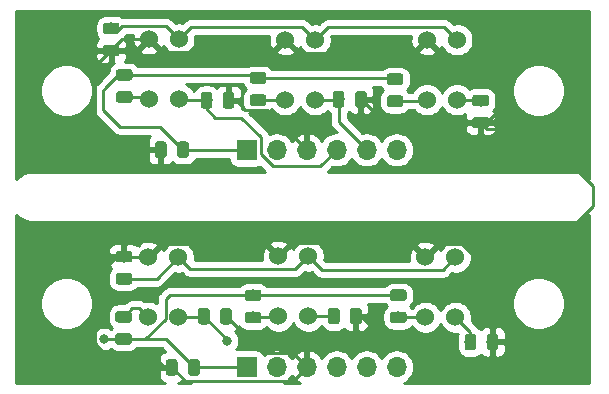
<source format=gtl>
G04 #@! TF.GenerationSoftware,KiCad,Pcbnew,(6.0.0-rc1-dev-1521-g81a0ab4d7)*
G04 #@! TF.CreationDate,2019-02-16T01:33:36+09:00
G04 #@! TF.ProjectId,Linesens_mini,4c696e65-7365-46e7-935f-6d696e692e6b,rev?*
G04 #@! TF.SameCoordinates,Original*
G04 #@! TF.FileFunction,Copper,L1,Top*
G04 #@! TF.FilePolarity,Positive*
%FSLAX46Y46*%
G04 Gerber Fmt 4.6, Leading zero omitted, Abs format (unit mm)*
G04 Created by KiCad (PCBNEW (6.0.0-rc1-dev-1521-g81a0ab4d7)) date 02/16/19 01:33:36*
%MOMM*%
%LPD*%
G04 APERTURE LIST*
%ADD10C,1.524000*%
%ADD11C,0.100000*%
%ADD12C,0.975000*%
%ADD13R,1.700000X1.700000*%
%ADD14O,1.700000X1.700000*%
%ADD15C,0.800000*%
%ADD16C,0.250000*%
%ADD17C,0.254000*%
G04 APERTURE END LIST*
D10*
X77484040Y-83183055D03*
X77484040Y-78103055D03*
X74944040Y-78103055D03*
X74944040Y-83183055D03*
D11*
G36*
X77190142Y-86731174D02*
G01*
X77213803Y-86734684D01*
X77237007Y-86740496D01*
X77259529Y-86748554D01*
X77281153Y-86758782D01*
X77301670Y-86771079D01*
X77320883Y-86785329D01*
X77338607Y-86801393D01*
X77354671Y-86819117D01*
X77368921Y-86838330D01*
X77381218Y-86858847D01*
X77391446Y-86880471D01*
X77399504Y-86902993D01*
X77405316Y-86926197D01*
X77408826Y-86949858D01*
X77410000Y-86973750D01*
X77410000Y-87886250D01*
X77408826Y-87910142D01*
X77405316Y-87933803D01*
X77399504Y-87957007D01*
X77391446Y-87979529D01*
X77381218Y-88001153D01*
X77368921Y-88021670D01*
X77354671Y-88040883D01*
X77338607Y-88058607D01*
X77320883Y-88074671D01*
X77301670Y-88088921D01*
X77281153Y-88101218D01*
X77259529Y-88111446D01*
X77237007Y-88119504D01*
X77213803Y-88125316D01*
X77190142Y-88128826D01*
X77166250Y-88130000D01*
X76678750Y-88130000D01*
X76654858Y-88128826D01*
X76631197Y-88125316D01*
X76607993Y-88119504D01*
X76585471Y-88111446D01*
X76563847Y-88101218D01*
X76543330Y-88088921D01*
X76524117Y-88074671D01*
X76506393Y-88058607D01*
X76490329Y-88040883D01*
X76476079Y-88021670D01*
X76463782Y-88001153D01*
X76453554Y-87979529D01*
X76445496Y-87957007D01*
X76439684Y-87933803D01*
X76436174Y-87910142D01*
X76435000Y-87886250D01*
X76435000Y-86973750D01*
X76436174Y-86949858D01*
X76439684Y-86926197D01*
X76445496Y-86902993D01*
X76453554Y-86880471D01*
X76463782Y-86858847D01*
X76476079Y-86838330D01*
X76490329Y-86819117D01*
X76506393Y-86801393D01*
X76524117Y-86785329D01*
X76543330Y-86771079D01*
X76563847Y-86758782D01*
X76585471Y-86748554D01*
X76607993Y-86740496D01*
X76631197Y-86734684D01*
X76654858Y-86731174D01*
X76678750Y-86730000D01*
X77166250Y-86730000D01*
X77190142Y-86731174D01*
X77190142Y-86731174D01*
G37*
D12*
X76922500Y-87430000D03*
D11*
G36*
X79065142Y-86731174D02*
G01*
X79088803Y-86734684D01*
X79112007Y-86740496D01*
X79134529Y-86748554D01*
X79156153Y-86758782D01*
X79176670Y-86771079D01*
X79195883Y-86785329D01*
X79213607Y-86801393D01*
X79229671Y-86819117D01*
X79243921Y-86838330D01*
X79256218Y-86858847D01*
X79266446Y-86880471D01*
X79274504Y-86902993D01*
X79280316Y-86926197D01*
X79283826Y-86949858D01*
X79285000Y-86973750D01*
X79285000Y-87886250D01*
X79283826Y-87910142D01*
X79280316Y-87933803D01*
X79274504Y-87957007D01*
X79266446Y-87979529D01*
X79256218Y-88001153D01*
X79243921Y-88021670D01*
X79229671Y-88040883D01*
X79213607Y-88058607D01*
X79195883Y-88074671D01*
X79176670Y-88088921D01*
X79156153Y-88101218D01*
X79134529Y-88111446D01*
X79112007Y-88119504D01*
X79088803Y-88125316D01*
X79065142Y-88128826D01*
X79041250Y-88130000D01*
X78553750Y-88130000D01*
X78529858Y-88128826D01*
X78506197Y-88125316D01*
X78482993Y-88119504D01*
X78460471Y-88111446D01*
X78438847Y-88101218D01*
X78418330Y-88088921D01*
X78399117Y-88074671D01*
X78381393Y-88058607D01*
X78365329Y-88040883D01*
X78351079Y-88021670D01*
X78338782Y-88001153D01*
X78328554Y-87979529D01*
X78320496Y-87957007D01*
X78314684Y-87933803D01*
X78311174Y-87910142D01*
X78310000Y-87886250D01*
X78310000Y-86973750D01*
X78311174Y-86949858D01*
X78314684Y-86926197D01*
X78320496Y-86902993D01*
X78328554Y-86880471D01*
X78338782Y-86858847D01*
X78351079Y-86838330D01*
X78365329Y-86819117D01*
X78381393Y-86801393D01*
X78399117Y-86785329D01*
X78418330Y-86771079D01*
X78438847Y-86758782D01*
X78460471Y-86748554D01*
X78482993Y-86740496D01*
X78506197Y-86734684D01*
X78529858Y-86731174D01*
X78553750Y-86730000D01*
X79041250Y-86730000D01*
X79065142Y-86731174D01*
X79065142Y-86731174D01*
G37*
D12*
X78797500Y-87430000D03*
D11*
G36*
X73350142Y-79443674D02*
G01*
X73373803Y-79447184D01*
X73397007Y-79452996D01*
X73419529Y-79461054D01*
X73441153Y-79471282D01*
X73461670Y-79483579D01*
X73480883Y-79497829D01*
X73498607Y-79513893D01*
X73514671Y-79531617D01*
X73528921Y-79550830D01*
X73541218Y-79571347D01*
X73551446Y-79592971D01*
X73559504Y-79615493D01*
X73565316Y-79638697D01*
X73568826Y-79662358D01*
X73570000Y-79686250D01*
X73570000Y-80173750D01*
X73568826Y-80197642D01*
X73565316Y-80221303D01*
X73559504Y-80244507D01*
X73551446Y-80267029D01*
X73541218Y-80288653D01*
X73528921Y-80309170D01*
X73514671Y-80328383D01*
X73498607Y-80346107D01*
X73480883Y-80362171D01*
X73461670Y-80376421D01*
X73441153Y-80388718D01*
X73419529Y-80398946D01*
X73397007Y-80407004D01*
X73373803Y-80412816D01*
X73350142Y-80416326D01*
X73326250Y-80417500D01*
X72413750Y-80417500D01*
X72389858Y-80416326D01*
X72366197Y-80412816D01*
X72342993Y-80407004D01*
X72320471Y-80398946D01*
X72298847Y-80388718D01*
X72278330Y-80376421D01*
X72259117Y-80362171D01*
X72241393Y-80346107D01*
X72225329Y-80328383D01*
X72211079Y-80309170D01*
X72198782Y-80288653D01*
X72188554Y-80267029D01*
X72180496Y-80244507D01*
X72174684Y-80221303D01*
X72171174Y-80197642D01*
X72170000Y-80173750D01*
X72170000Y-79686250D01*
X72171174Y-79662358D01*
X72174684Y-79638697D01*
X72180496Y-79615493D01*
X72188554Y-79592971D01*
X72198782Y-79571347D01*
X72211079Y-79550830D01*
X72225329Y-79531617D01*
X72241393Y-79513893D01*
X72259117Y-79497829D01*
X72278330Y-79483579D01*
X72298847Y-79471282D01*
X72320471Y-79461054D01*
X72342993Y-79452996D01*
X72366197Y-79447184D01*
X72389858Y-79443674D01*
X72413750Y-79442500D01*
X73326250Y-79442500D01*
X73350142Y-79443674D01*
X73350142Y-79443674D01*
G37*
D12*
X72870000Y-79930000D03*
D11*
G36*
X73350142Y-77568674D02*
G01*
X73373803Y-77572184D01*
X73397007Y-77577996D01*
X73419529Y-77586054D01*
X73441153Y-77596282D01*
X73461670Y-77608579D01*
X73480883Y-77622829D01*
X73498607Y-77638893D01*
X73514671Y-77656617D01*
X73528921Y-77675830D01*
X73541218Y-77696347D01*
X73551446Y-77717971D01*
X73559504Y-77740493D01*
X73565316Y-77763697D01*
X73568826Y-77787358D01*
X73570000Y-77811250D01*
X73570000Y-78298750D01*
X73568826Y-78322642D01*
X73565316Y-78346303D01*
X73559504Y-78369507D01*
X73551446Y-78392029D01*
X73541218Y-78413653D01*
X73528921Y-78434170D01*
X73514671Y-78453383D01*
X73498607Y-78471107D01*
X73480883Y-78487171D01*
X73461670Y-78501421D01*
X73441153Y-78513718D01*
X73419529Y-78523946D01*
X73397007Y-78532004D01*
X73373803Y-78537816D01*
X73350142Y-78541326D01*
X73326250Y-78542500D01*
X72413750Y-78542500D01*
X72389858Y-78541326D01*
X72366197Y-78537816D01*
X72342993Y-78532004D01*
X72320471Y-78523946D01*
X72298847Y-78513718D01*
X72278330Y-78501421D01*
X72259117Y-78487171D01*
X72241393Y-78471107D01*
X72225329Y-78453383D01*
X72211079Y-78434170D01*
X72198782Y-78413653D01*
X72188554Y-78392029D01*
X72180496Y-78369507D01*
X72174684Y-78346303D01*
X72171174Y-78322642D01*
X72170000Y-78298750D01*
X72170000Y-77811250D01*
X72171174Y-77787358D01*
X72174684Y-77763697D01*
X72180496Y-77740493D01*
X72188554Y-77717971D01*
X72198782Y-77696347D01*
X72211079Y-77675830D01*
X72225329Y-77656617D01*
X72241393Y-77638893D01*
X72259117Y-77622829D01*
X72278330Y-77608579D01*
X72298847Y-77596282D01*
X72320471Y-77586054D01*
X72342993Y-77577996D01*
X72366197Y-77572184D01*
X72389858Y-77568674D01*
X72413750Y-77567500D01*
X73326250Y-77567500D01*
X73350142Y-77568674D01*
X73350142Y-77568674D01*
G37*
D12*
X72870000Y-78055000D03*
D11*
G36*
X76267642Y-68301174D02*
G01*
X76291303Y-68304684D01*
X76314507Y-68310496D01*
X76337029Y-68318554D01*
X76358653Y-68328782D01*
X76379170Y-68341079D01*
X76398383Y-68355329D01*
X76416107Y-68371393D01*
X76432171Y-68389117D01*
X76446421Y-68408330D01*
X76458718Y-68428847D01*
X76468946Y-68450471D01*
X76477004Y-68472993D01*
X76482816Y-68496197D01*
X76486326Y-68519858D01*
X76487500Y-68543750D01*
X76487500Y-69456250D01*
X76486326Y-69480142D01*
X76482816Y-69503803D01*
X76477004Y-69527007D01*
X76468946Y-69549529D01*
X76458718Y-69571153D01*
X76446421Y-69591670D01*
X76432171Y-69610883D01*
X76416107Y-69628607D01*
X76398383Y-69644671D01*
X76379170Y-69658921D01*
X76358653Y-69671218D01*
X76337029Y-69681446D01*
X76314507Y-69689504D01*
X76291303Y-69695316D01*
X76267642Y-69698826D01*
X76243750Y-69700000D01*
X75756250Y-69700000D01*
X75732358Y-69698826D01*
X75708697Y-69695316D01*
X75685493Y-69689504D01*
X75662971Y-69681446D01*
X75641347Y-69671218D01*
X75620830Y-69658921D01*
X75601617Y-69644671D01*
X75583893Y-69628607D01*
X75567829Y-69610883D01*
X75553579Y-69591670D01*
X75541282Y-69571153D01*
X75531054Y-69549529D01*
X75522996Y-69527007D01*
X75517184Y-69503803D01*
X75513674Y-69480142D01*
X75512500Y-69456250D01*
X75512500Y-68543750D01*
X75513674Y-68519858D01*
X75517184Y-68496197D01*
X75522996Y-68472993D01*
X75531054Y-68450471D01*
X75541282Y-68428847D01*
X75553579Y-68408330D01*
X75567829Y-68389117D01*
X75583893Y-68371393D01*
X75601617Y-68355329D01*
X75620830Y-68341079D01*
X75641347Y-68328782D01*
X75662971Y-68318554D01*
X75685493Y-68310496D01*
X75708697Y-68304684D01*
X75732358Y-68301174D01*
X75756250Y-68300000D01*
X76243750Y-68300000D01*
X76267642Y-68301174D01*
X76267642Y-68301174D01*
G37*
D12*
X76000000Y-69000000D03*
D11*
G36*
X78142642Y-68301174D02*
G01*
X78166303Y-68304684D01*
X78189507Y-68310496D01*
X78212029Y-68318554D01*
X78233653Y-68328782D01*
X78254170Y-68341079D01*
X78273383Y-68355329D01*
X78291107Y-68371393D01*
X78307171Y-68389117D01*
X78321421Y-68408330D01*
X78333718Y-68428847D01*
X78343946Y-68450471D01*
X78352004Y-68472993D01*
X78357816Y-68496197D01*
X78361326Y-68519858D01*
X78362500Y-68543750D01*
X78362500Y-69456250D01*
X78361326Y-69480142D01*
X78357816Y-69503803D01*
X78352004Y-69527007D01*
X78343946Y-69549529D01*
X78333718Y-69571153D01*
X78321421Y-69591670D01*
X78307171Y-69610883D01*
X78291107Y-69628607D01*
X78273383Y-69644671D01*
X78254170Y-69658921D01*
X78233653Y-69671218D01*
X78212029Y-69681446D01*
X78189507Y-69689504D01*
X78166303Y-69695316D01*
X78142642Y-69698826D01*
X78118750Y-69700000D01*
X77631250Y-69700000D01*
X77607358Y-69698826D01*
X77583697Y-69695316D01*
X77560493Y-69689504D01*
X77537971Y-69681446D01*
X77516347Y-69671218D01*
X77495830Y-69658921D01*
X77476617Y-69644671D01*
X77458893Y-69628607D01*
X77442829Y-69610883D01*
X77428579Y-69591670D01*
X77416282Y-69571153D01*
X77406054Y-69549529D01*
X77397996Y-69527007D01*
X77392184Y-69503803D01*
X77388674Y-69480142D01*
X77387500Y-69456250D01*
X77387500Y-68543750D01*
X77388674Y-68519858D01*
X77392184Y-68496197D01*
X77397996Y-68472993D01*
X77406054Y-68450471D01*
X77416282Y-68428847D01*
X77428579Y-68408330D01*
X77442829Y-68389117D01*
X77458893Y-68371393D01*
X77476617Y-68355329D01*
X77495830Y-68341079D01*
X77516347Y-68328782D01*
X77537971Y-68318554D01*
X77560493Y-68310496D01*
X77583697Y-68304684D01*
X77607358Y-68301174D01*
X77631250Y-68300000D01*
X78118750Y-68300000D01*
X78142642Y-68301174D01*
X78142642Y-68301174D01*
G37*
D12*
X77875000Y-69000000D03*
D11*
G36*
X72270142Y-58246174D02*
G01*
X72293803Y-58249684D01*
X72317007Y-58255496D01*
X72339529Y-58263554D01*
X72361153Y-58273782D01*
X72381670Y-58286079D01*
X72400883Y-58300329D01*
X72418607Y-58316393D01*
X72434671Y-58334117D01*
X72448921Y-58353330D01*
X72461218Y-58373847D01*
X72471446Y-58395471D01*
X72479504Y-58417993D01*
X72485316Y-58441197D01*
X72488826Y-58464858D01*
X72490000Y-58488750D01*
X72490000Y-58976250D01*
X72488826Y-59000142D01*
X72485316Y-59023803D01*
X72479504Y-59047007D01*
X72471446Y-59069529D01*
X72461218Y-59091153D01*
X72448921Y-59111670D01*
X72434671Y-59130883D01*
X72418607Y-59148607D01*
X72400883Y-59164671D01*
X72381670Y-59178921D01*
X72361153Y-59191218D01*
X72339529Y-59201446D01*
X72317007Y-59209504D01*
X72293803Y-59215316D01*
X72270142Y-59218826D01*
X72246250Y-59220000D01*
X71333750Y-59220000D01*
X71309858Y-59218826D01*
X71286197Y-59215316D01*
X71262993Y-59209504D01*
X71240471Y-59201446D01*
X71218847Y-59191218D01*
X71198330Y-59178921D01*
X71179117Y-59164671D01*
X71161393Y-59148607D01*
X71145329Y-59130883D01*
X71131079Y-59111670D01*
X71118782Y-59091153D01*
X71108554Y-59069529D01*
X71100496Y-59047007D01*
X71094684Y-59023803D01*
X71091174Y-59000142D01*
X71090000Y-58976250D01*
X71090000Y-58488750D01*
X71091174Y-58464858D01*
X71094684Y-58441197D01*
X71100496Y-58417993D01*
X71108554Y-58395471D01*
X71118782Y-58373847D01*
X71131079Y-58353330D01*
X71145329Y-58334117D01*
X71161393Y-58316393D01*
X71179117Y-58300329D01*
X71198330Y-58286079D01*
X71218847Y-58273782D01*
X71240471Y-58263554D01*
X71262993Y-58255496D01*
X71286197Y-58249684D01*
X71309858Y-58246174D01*
X71333750Y-58245000D01*
X72246250Y-58245000D01*
X72270142Y-58246174D01*
X72270142Y-58246174D01*
G37*
D12*
X71790000Y-58732500D03*
D11*
G36*
X72270142Y-60121174D02*
G01*
X72293803Y-60124684D01*
X72317007Y-60130496D01*
X72339529Y-60138554D01*
X72361153Y-60148782D01*
X72381670Y-60161079D01*
X72400883Y-60175329D01*
X72418607Y-60191393D01*
X72434671Y-60209117D01*
X72448921Y-60228330D01*
X72461218Y-60248847D01*
X72471446Y-60270471D01*
X72479504Y-60292993D01*
X72485316Y-60316197D01*
X72488826Y-60339858D01*
X72490000Y-60363750D01*
X72490000Y-60851250D01*
X72488826Y-60875142D01*
X72485316Y-60898803D01*
X72479504Y-60922007D01*
X72471446Y-60944529D01*
X72461218Y-60966153D01*
X72448921Y-60986670D01*
X72434671Y-61005883D01*
X72418607Y-61023607D01*
X72400883Y-61039671D01*
X72381670Y-61053921D01*
X72361153Y-61066218D01*
X72339529Y-61076446D01*
X72317007Y-61084504D01*
X72293803Y-61090316D01*
X72270142Y-61093826D01*
X72246250Y-61095000D01*
X71333750Y-61095000D01*
X71309858Y-61093826D01*
X71286197Y-61090316D01*
X71262993Y-61084504D01*
X71240471Y-61076446D01*
X71218847Y-61066218D01*
X71198330Y-61053921D01*
X71179117Y-61039671D01*
X71161393Y-61023607D01*
X71145329Y-61005883D01*
X71131079Y-60986670D01*
X71118782Y-60966153D01*
X71108554Y-60944529D01*
X71100496Y-60922007D01*
X71094684Y-60898803D01*
X71091174Y-60875142D01*
X71090000Y-60851250D01*
X71090000Y-60363750D01*
X71091174Y-60339858D01*
X71094684Y-60316197D01*
X71100496Y-60292993D01*
X71108554Y-60270471D01*
X71118782Y-60248847D01*
X71131079Y-60228330D01*
X71145329Y-60209117D01*
X71161393Y-60191393D01*
X71179117Y-60175329D01*
X71198330Y-60161079D01*
X71218847Y-60148782D01*
X71240471Y-60138554D01*
X71262993Y-60130496D01*
X71286197Y-60124684D01*
X71309858Y-60121174D01*
X71333750Y-60120000D01*
X72246250Y-60120000D01*
X72270142Y-60121174D01*
X72270142Y-60121174D01*
G37*
D12*
X71790000Y-60607500D03*
D13*
X83275000Y-69025000D03*
D14*
X85815000Y-69025000D03*
X88355000Y-69025000D03*
X90895000Y-69025000D03*
X93435000Y-69025000D03*
X95975000Y-69025000D03*
X95975000Y-87400000D03*
X93435000Y-87400000D03*
X90895000Y-87400000D03*
X88355000Y-87400000D03*
X85815000Y-87400000D03*
D13*
X83275000Y-87400000D03*
D11*
G36*
X96310142Y-62536174D02*
G01*
X96333803Y-62539684D01*
X96357007Y-62545496D01*
X96379529Y-62553554D01*
X96401153Y-62563782D01*
X96421670Y-62576079D01*
X96440883Y-62590329D01*
X96458607Y-62606393D01*
X96474671Y-62624117D01*
X96488921Y-62643330D01*
X96501218Y-62663847D01*
X96511446Y-62685471D01*
X96519504Y-62707993D01*
X96525316Y-62731197D01*
X96528826Y-62754858D01*
X96530000Y-62778750D01*
X96530000Y-63266250D01*
X96528826Y-63290142D01*
X96525316Y-63313803D01*
X96519504Y-63337007D01*
X96511446Y-63359529D01*
X96501218Y-63381153D01*
X96488921Y-63401670D01*
X96474671Y-63420883D01*
X96458607Y-63438607D01*
X96440883Y-63454671D01*
X96421670Y-63468921D01*
X96401153Y-63481218D01*
X96379529Y-63491446D01*
X96357007Y-63499504D01*
X96333803Y-63505316D01*
X96310142Y-63508826D01*
X96286250Y-63510000D01*
X95373750Y-63510000D01*
X95349858Y-63508826D01*
X95326197Y-63505316D01*
X95302993Y-63499504D01*
X95280471Y-63491446D01*
X95258847Y-63481218D01*
X95238330Y-63468921D01*
X95219117Y-63454671D01*
X95201393Y-63438607D01*
X95185329Y-63420883D01*
X95171079Y-63401670D01*
X95158782Y-63381153D01*
X95148554Y-63359529D01*
X95140496Y-63337007D01*
X95134684Y-63313803D01*
X95131174Y-63290142D01*
X95130000Y-63266250D01*
X95130000Y-62778750D01*
X95131174Y-62754858D01*
X95134684Y-62731197D01*
X95140496Y-62707993D01*
X95148554Y-62685471D01*
X95158782Y-62663847D01*
X95171079Y-62643330D01*
X95185329Y-62624117D01*
X95201393Y-62606393D01*
X95219117Y-62590329D01*
X95238330Y-62576079D01*
X95258847Y-62563782D01*
X95280471Y-62553554D01*
X95302993Y-62545496D01*
X95326197Y-62539684D01*
X95349858Y-62536174D01*
X95373750Y-62535000D01*
X96286250Y-62535000D01*
X96310142Y-62536174D01*
X96310142Y-62536174D01*
G37*
D12*
X95830000Y-63022500D03*
D11*
G36*
X96310142Y-64411174D02*
G01*
X96333803Y-64414684D01*
X96357007Y-64420496D01*
X96379529Y-64428554D01*
X96401153Y-64438782D01*
X96421670Y-64451079D01*
X96440883Y-64465329D01*
X96458607Y-64481393D01*
X96474671Y-64499117D01*
X96488921Y-64518330D01*
X96501218Y-64538847D01*
X96511446Y-64560471D01*
X96519504Y-64582993D01*
X96525316Y-64606197D01*
X96528826Y-64629858D01*
X96530000Y-64653750D01*
X96530000Y-65141250D01*
X96528826Y-65165142D01*
X96525316Y-65188803D01*
X96519504Y-65212007D01*
X96511446Y-65234529D01*
X96501218Y-65256153D01*
X96488921Y-65276670D01*
X96474671Y-65295883D01*
X96458607Y-65313607D01*
X96440883Y-65329671D01*
X96421670Y-65343921D01*
X96401153Y-65356218D01*
X96379529Y-65366446D01*
X96357007Y-65374504D01*
X96333803Y-65380316D01*
X96310142Y-65383826D01*
X96286250Y-65385000D01*
X95373750Y-65385000D01*
X95349858Y-65383826D01*
X95326197Y-65380316D01*
X95302993Y-65374504D01*
X95280471Y-65366446D01*
X95258847Y-65356218D01*
X95238330Y-65343921D01*
X95219117Y-65329671D01*
X95201393Y-65313607D01*
X95185329Y-65295883D01*
X95171079Y-65276670D01*
X95158782Y-65256153D01*
X95148554Y-65234529D01*
X95140496Y-65212007D01*
X95134684Y-65188803D01*
X95131174Y-65165142D01*
X95130000Y-65141250D01*
X95130000Y-64653750D01*
X95131174Y-64629858D01*
X95134684Y-64606197D01*
X95140496Y-64582993D01*
X95148554Y-64560471D01*
X95158782Y-64538847D01*
X95171079Y-64518330D01*
X95185329Y-64499117D01*
X95201393Y-64481393D01*
X95219117Y-64465329D01*
X95238330Y-64451079D01*
X95258847Y-64438782D01*
X95280471Y-64428554D01*
X95302993Y-64420496D01*
X95326197Y-64414684D01*
X95349858Y-64411174D01*
X95373750Y-64410000D01*
X96286250Y-64410000D01*
X96310142Y-64411174D01*
X96310142Y-64411174D01*
G37*
D12*
X95830000Y-64897500D03*
D11*
G36*
X103550142Y-66228674D02*
G01*
X103573803Y-66232184D01*
X103597007Y-66237996D01*
X103619529Y-66246054D01*
X103641153Y-66256282D01*
X103661670Y-66268579D01*
X103680883Y-66282829D01*
X103698607Y-66298893D01*
X103714671Y-66316617D01*
X103728921Y-66335830D01*
X103741218Y-66356347D01*
X103751446Y-66377971D01*
X103759504Y-66400493D01*
X103765316Y-66423697D01*
X103768826Y-66447358D01*
X103770000Y-66471250D01*
X103770000Y-66958750D01*
X103768826Y-66982642D01*
X103765316Y-67006303D01*
X103759504Y-67029507D01*
X103751446Y-67052029D01*
X103741218Y-67073653D01*
X103728921Y-67094170D01*
X103714671Y-67113383D01*
X103698607Y-67131107D01*
X103680883Y-67147171D01*
X103661670Y-67161421D01*
X103641153Y-67173718D01*
X103619529Y-67183946D01*
X103597007Y-67192004D01*
X103573803Y-67197816D01*
X103550142Y-67201326D01*
X103526250Y-67202500D01*
X102613750Y-67202500D01*
X102589858Y-67201326D01*
X102566197Y-67197816D01*
X102542993Y-67192004D01*
X102520471Y-67183946D01*
X102498847Y-67173718D01*
X102478330Y-67161421D01*
X102459117Y-67147171D01*
X102441393Y-67131107D01*
X102425329Y-67113383D01*
X102411079Y-67094170D01*
X102398782Y-67073653D01*
X102388554Y-67052029D01*
X102380496Y-67029507D01*
X102374684Y-67006303D01*
X102371174Y-66982642D01*
X102370000Y-66958750D01*
X102370000Y-66471250D01*
X102371174Y-66447358D01*
X102374684Y-66423697D01*
X102380496Y-66400493D01*
X102388554Y-66377971D01*
X102398782Y-66356347D01*
X102411079Y-66335830D01*
X102425329Y-66316617D01*
X102441393Y-66298893D01*
X102459117Y-66282829D01*
X102478330Y-66268579D01*
X102498847Y-66256282D01*
X102520471Y-66246054D01*
X102542993Y-66237996D01*
X102566197Y-66232184D01*
X102589858Y-66228674D01*
X102613750Y-66227500D01*
X103526250Y-66227500D01*
X103550142Y-66228674D01*
X103550142Y-66228674D01*
G37*
D12*
X103070000Y-66715000D03*
D11*
G36*
X103550142Y-64353674D02*
G01*
X103573803Y-64357184D01*
X103597007Y-64362996D01*
X103619529Y-64371054D01*
X103641153Y-64381282D01*
X103661670Y-64393579D01*
X103680883Y-64407829D01*
X103698607Y-64423893D01*
X103714671Y-64441617D01*
X103728921Y-64460830D01*
X103741218Y-64481347D01*
X103751446Y-64502971D01*
X103759504Y-64525493D01*
X103765316Y-64548697D01*
X103768826Y-64572358D01*
X103770000Y-64596250D01*
X103770000Y-65083750D01*
X103768826Y-65107642D01*
X103765316Y-65131303D01*
X103759504Y-65154507D01*
X103751446Y-65177029D01*
X103741218Y-65198653D01*
X103728921Y-65219170D01*
X103714671Y-65238383D01*
X103698607Y-65256107D01*
X103680883Y-65272171D01*
X103661670Y-65286421D01*
X103641153Y-65298718D01*
X103619529Y-65308946D01*
X103597007Y-65317004D01*
X103573803Y-65322816D01*
X103550142Y-65326326D01*
X103526250Y-65327500D01*
X102613750Y-65327500D01*
X102589858Y-65326326D01*
X102566197Y-65322816D01*
X102542993Y-65317004D01*
X102520471Y-65308946D01*
X102498847Y-65298718D01*
X102478330Y-65286421D01*
X102459117Y-65272171D01*
X102441393Y-65256107D01*
X102425329Y-65238383D01*
X102411079Y-65219170D01*
X102398782Y-65198653D01*
X102388554Y-65177029D01*
X102380496Y-65154507D01*
X102374684Y-65131303D01*
X102371174Y-65107642D01*
X102370000Y-65083750D01*
X102370000Y-64596250D01*
X102371174Y-64572358D01*
X102374684Y-64548697D01*
X102380496Y-64525493D01*
X102388554Y-64502971D01*
X102398782Y-64481347D01*
X102411079Y-64460830D01*
X102425329Y-64441617D01*
X102441393Y-64423893D01*
X102459117Y-64407829D01*
X102478330Y-64393579D01*
X102498847Y-64381282D01*
X102520471Y-64371054D01*
X102542993Y-64362996D01*
X102566197Y-64357184D01*
X102589858Y-64353674D01*
X102613750Y-64352500D01*
X103526250Y-64352500D01*
X103550142Y-64353674D01*
X103550142Y-64353674D01*
G37*
D12*
X103070000Y-64840000D03*
D11*
G36*
X84710142Y-62438674D02*
G01*
X84733803Y-62442184D01*
X84757007Y-62447996D01*
X84779529Y-62456054D01*
X84801153Y-62466282D01*
X84821670Y-62478579D01*
X84840883Y-62492829D01*
X84858607Y-62508893D01*
X84874671Y-62526617D01*
X84888921Y-62545830D01*
X84901218Y-62566347D01*
X84911446Y-62587971D01*
X84919504Y-62610493D01*
X84925316Y-62633697D01*
X84928826Y-62657358D01*
X84930000Y-62681250D01*
X84930000Y-63168750D01*
X84928826Y-63192642D01*
X84925316Y-63216303D01*
X84919504Y-63239507D01*
X84911446Y-63262029D01*
X84901218Y-63283653D01*
X84888921Y-63304170D01*
X84874671Y-63323383D01*
X84858607Y-63341107D01*
X84840883Y-63357171D01*
X84821670Y-63371421D01*
X84801153Y-63383718D01*
X84779529Y-63393946D01*
X84757007Y-63402004D01*
X84733803Y-63407816D01*
X84710142Y-63411326D01*
X84686250Y-63412500D01*
X83773750Y-63412500D01*
X83749858Y-63411326D01*
X83726197Y-63407816D01*
X83702993Y-63402004D01*
X83680471Y-63393946D01*
X83658847Y-63383718D01*
X83638330Y-63371421D01*
X83619117Y-63357171D01*
X83601393Y-63341107D01*
X83585329Y-63323383D01*
X83571079Y-63304170D01*
X83558782Y-63283653D01*
X83548554Y-63262029D01*
X83540496Y-63239507D01*
X83534684Y-63216303D01*
X83531174Y-63192642D01*
X83530000Y-63168750D01*
X83530000Y-62681250D01*
X83531174Y-62657358D01*
X83534684Y-62633697D01*
X83540496Y-62610493D01*
X83548554Y-62587971D01*
X83558782Y-62566347D01*
X83571079Y-62545830D01*
X83585329Y-62526617D01*
X83601393Y-62508893D01*
X83619117Y-62492829D01*
X83638330Y-62478579D01*
X83658847Y-62466282D01*
X83680471Y-62456054D01*
X83702993Y-62447996D01*
X83726197Y-62442184D01*
X83749858Y-62438674D01*
X83773750Y-62437500D01*
X84686250Y-62437500D01*
X84710142Y-62438674D01*
X84710142Y-62438674D01*
G37*
D12*
X84230000Y-62925000D03*
D11*
G36*
X84710142Y-64313674D02*
G01*
X84733803Y-64317184D01*
X84757007Y-64322996D01*
X84779529Y-64331054D01*
X84801153Y-64341282D01*
X84821670Y-64353579D01*
X84840883Y-64367829D01*
X84858607Y-64383893D01*
X84874671Y-64401617D01*
X84888921Y-64420830D01*
X84901218Y-64441347D01*
X84911446Y-64462971D01*
X84919504Y-64485493D01*
X84925316Y-64508697D01*
X84928826Y-64532358D01*
X84930000Y-64556250D01*
X84930000Y-65043750D01*
X84928826Y-65067642D01*
X84925316Y-65091303D01*
X84919504Y-65114507D01*
X84911446Y-65137029D01*
X84901218Y-65158653D01*
X84888921Y-65179170D01*
X84874671Y-65198383D01*
X84858607Y-65216107D01*
X84840883Y-65232171D01*
X84821670Y-65246421D01*
X84801153Y-65258718D01*
X84779529Y-65268946D01*
X84757007Y-65277004D01*
X84733803Y-65282816D01*
X84710142Y-65286326D01*
X84686250Y-65287500D01*
X83773750Y-65287500D01*
X83749858Y-65286326D01*
X83726197Y-65282816D01*
X83702993Y-65277004D01*
X83680471Y-65268946D01*
X83658847Y-65258718D01*
X83638330Y-65246421D01*
X83619117Y-65232171D01*
X83601393Y-65216107D01*
X83585329Y-65198383D01*
X83571079Y-65179170D01*
X83558782Y-65158653D01*
X83548554Y-65137029D01*
X83540496Y-65114507D01*
X83534684Y-65091303D01*
X83531174Y-65067642D01*
X83530000Y-65043750D01*
X83530000Y-64556250D01*
X83531174Y-64532358D01*
X83534684Y-64508697D01*
X83540496Y-64485493D01*
X83548554Y-64462971D01*
X83558782Y-64441347D01*
X83571079Y-64420830D01*
X83585329Y-64401617D01*
X83601393Y-64383893D01*
X83619117Y-64367829D01*
X83638330Y-64353579D01*
X83658847Y-64341282D01*
X83680471Y-64331054D01*
X83702993Y-64322996D01*
X83726197Y-64317184D01*
X83749858Y-64313674D01*
X83773750Y-64312500D01*
X84686250Y-64312500D01*
X84710142Y-64313674D01*
X84710142Y-64313674D01*
G37*
D12*
X84230000Y-64800000D03*
D11*
G36*
X93197642Y-64041174D02*
G01*
X93221303Y-64044684D01*
X93244507Y-64050496D01*
X93267029Y-64058554D01*
X93288653Y-64068782D01*
X93309170Y-64081079D01*
X93328383Y-64095329D01*
X93346107Y-64111393D01*
X93362171Y-64129117D01*
X93376421Y-64148330D01*
X93388718Y-64168847D01*
X93398946Y-64190471D01*
X93407004Y-64212993D01*
X93412816Y-64236197D01*
X93416326Y-64259858D01*
X93417500Y-64283750D01*
X93417500Y-65196250D01*
X93416326Y-65220142D01*
X93412816Y-65243803D01*
X93407004Y-65267007D01*
X93398946Y-65289529D01*
X93388718Y-65311153D01*
X93376421Y-65331670D01*
X93362171Y-65350883D01*
X93346107Y-65368607D01*
X93328383Y-65384671D01*
X93309170Y-65398921D01*
X93288653Y-65411218D01*
X93267029Y-65421446D01*
X93244507Y-65429504D01*
X93221303Y-65435316D01*
X93197642Y-65438826D01*
X93173750Y-65440000D01*
X92686250Y-65440000D01*
X92662358Y-65438826D01*
X92638697Y-65435316D01*
X92615493Y-65429504D01*
X92592971Y-65421446D01*
X92571347Y-65411218D01*
X92550830Y-65398921D01*
X92531617Y-65384671D01*
X92513893Y-65368607D01*
X92497829Y-65350883D01*
X92483579Y-65331670D01*
X92471282Y-65311153D01*
X92461054Y-65289529D01*
X92452996Y-65267007D01*
X92447184Y-65243803D01*
X92443674Y-65220142D01*
X92442500Y-65196250D01*
X92442500Y-64283750D01*
X92443674Y-64259858D01*
X92447184Y-64236197D01*
X92452996Y-64212993D01*
X92461054Y-64190471D01*
X92471282Y-64168847D01*
X92483579Y-64148330D01*
X92497829Y-64129117D01*
X92513893Y-64111393D01*
X92531617Y-64095329D01*
X92550830Y-64081079D01*
X92571347Y-64068782D01*
X92592971Y-64058554D01*
X92615493Y-64050496D01*
X92638697Y-64044684D01*
X92662358Y-64041174D01*
X92686250Y-64040000D01*
X93173750Y-64040000D01*
X93197642Y-64041174D01*
X93197642Y-64041174D01*
G37*
D12*
X92930000Y-64740000D03*
D11*
G36*
X91322642Y-64041174D02*
G01*
X91346303Y-64044684D01*
X91369507Y-64050496D01*
X91392029Y-64058554D01*
X91413653Y-64068782D01*
X91434170Y-64081079D01*
X91453383Y-64095329D01*
X91471107Y-64111393D01*
X91487171Y-64129117D01*
X91501421Y-64148330D01*
X91513718Y-64168847D01*
X91523946Y-64190471D01*
X91532004Y-64212993D01*
X91537816Y-64236197D01*
X91541326Y-64259858D01*
X91542500Y-64283750D01*
X91542500Y-65196250D01*
X91541326Y-65220142D01*
X91537816Y-65243803D01*
X91532004Y-65267007D01*
X91523946Y-65289529D01*
X91513718Y-65311153D01*
X91501421Y-65331670D01*
X91487171Y-65350883D01*
X91471107Y-65368607D01*
X91453383Y-65384671D01*
X91434170Y-65398921D01*
X91413653Y-65411218D01*
X91392029Y-65421446D01*
X91369507Y-65429504D01*
X91346303Y-65435316D01*
X91322642Y-65438826D01*
X91298750Y-65440000D01*
X90811250Y-65440000D01*
X90787358Y-65438826D01*
X90763697Y-65435316D01*
X90740493Y-65429504D01*
X90717971Y-65421446D01*
X90696347Y-65411218D01*
X90675830Y-65398921D01*
X90656617Y-65384671D01*
X90638893Y-65368607D01*
X90622829Y-65350883D01*
X90608579Y-65331670D01*
X90596282Y-65311153D01*
X90586054Y-65289529D01*
X90577996Y-65267007D01*
X90572184Y-65243803D01*
X90568674Y-65220142D01*
X90567500Y-65196250D01*
X90567500Y-64283750D01*
X90568674Y-64259858D01*
X90572184Y-64236197D01*
X90577996Y-64212993D01*
X90586054Y-64190471D01*
X90596282Y-64168847D01*
X90608579Y-64148330D01*
X90622829Y-64129117D01*
X90638893Y-64111393D01*
X90656617Y-64095329D01*
X90675830Y-64081079D01*
X90696347Y-64068782D01*
X90717971Y-64058554D01*
X90740493Y-64050496D01*
X90763697Y-64044684D01*
X90787358Y-64041174D01*
X90811250Y-64040000D01*
X91298750Y-64040000D01*
X91322642Y-64041174D01*
X91322642Y-64041174D01*
G37*
D12*
X91055000Y-64740000D03*
D11*
G36*
X73380142Y-62178674D02*
G01*
X73403803Y-62182184D01*
X73427007Y-62187996D01*
X73449529Y-62196054D01*
X73471153Y-62206282D01*
X73491670Y-62218579D01*
X73510883Y-62232829D01*
X73528607Y-62248893D01*
X73544671Y-62266617D01*
X73558921Y-62285830D01*
X73571218Y-62306347D01*
X73581446Y-62327971D01*
X73589504Y-62350493D01*
X73595316Y-62373697D01*
X73598826Y-62397358D01*
X73600000Y-62421250D01*
X73600000Y-62908750D01*
X73598826Y-62932642D01*
X73595316Y-62956303D01*
X73589504Y-62979507D01*
X73581446Y-63002029D01*
X73571218Y-63023653D01*
X73558921Y-63044170D01*
X73544671Y-63063383D01*
X73528607Y-63081107D01*
X73510883Y-63097171D01*
X73491670Y-63111421D01*
X73471153Y-63123718D01*
X73449529Y-63133946D01*
X73427007Y-63142004D01*
X73403803Y-63147816D01*
X73380142Y-63151326D01*
X73356250Y-63152500D01*
X72443750Y-63152500D01*
X72419858Y-63151326D01*
X72396197Y-63147816D01*
X72372993Y-63142004D01*
X72350471Y-63133946D01*
X72328847Y-63123718D01*
X72308330Y-63111421D01*
X72289117Y-63097171D01*
X72271393Y-63081107D01*
X72255329Y-63063383D01*
X72241079Y-63044170D01*
X72228782Y-63023653D01*
X72218554Y-63002029D01*
X72210496Y-62979507D01*
X72204684Y-62956303D01*
X72201174Y-62932642D01*
X72200000Y-62908750D01*
X72200000Y-62421250D01*
X72201174Y-62397358D01*
X72204684Y-62373697D01*
X72210496Y-62350493D01*
X72218554Y-62327971D01*
X72228782Y-62306347D01*
X72241079Y-62285830D01*
X72255329Y-62266617D01*
X72271393Y-62248893D01*
X72289117Y-62232829D01*
X72308330Y-62218579D01*
X72328847Y-62206282D01*
X72350471Y-62196054D01*
X72372993Y-62187996D01*
X72396197Y-62182184D01*
X72419858Y-62178674D01*
X72443750Y-62177500D01*
X73356250Y-62177500D01*
X73380142Y-62178674D01*
X73380142Y-62178674D01*
G37*
D12*
X72900000Y-62665000D03*
D11*
G36*
X73380142Y-64053674D02*
G01*
X73403803Y-64057184D01*
X73427007Y-64062996D01*
X73449529Y-64071054D01*
X73471153Y-64081282D01*
X73491670Y-64093579D01*
X73510883Y-64107829D01*
X73528607Y-64123893D01*
X73544671Y-64141617D01*
X73558921Y-64160830D01*
X73571218Y-64181347D01*
X73581446Y-64202971D01*
X73589504Y-64225493D01*
X73595316Y-64248697D01*
X73598826Y-64272358D01*
X73600000Y-64296250D01*
X73600000Y-64783750D01*
X73598826Y-64807642D01*
X73595316Y-64831303D01*
X73589504Y-64854507D01*
X73581446Y-64877029D01*
X73571218Y-64898653D01*
X73558921Y-64919170D01*
X73544671Y-64938383D01*
X73528607Y-64956107D01*
X73510883Y-64972171D01*
X73491670Y-64986421D01*
X73471153Y-64998718D01*
X73449529Y-65008946D01*
X73427007Y-65017004D01*
X73403803Y-65022816D01*
X73380142Y-65026326D01*
X73356250Y-65027500D01*
X72443750Y-65027500D01*
X72419858Y-65026326D01*
X72396197Y-65022816D01*
X72372993Y-65017004D01*
X72350471Y-65008946D01*
X72328847Y-64998718D01*
X72308330Y-64986421D01*
X72289117Y-64972171D01*
X72271393Y-64956107D01*
X72255329Y-64938383D01*
X72241079Y-64919170D01*
X72228782Y-64898653D01*
X72218554Y-64877029D01*
X72210496Y-64854507D01*
X72204684Y-64831303D01*
X72201174Y-64807642D01*
X72200000Y-64783750D01*
X72200000Y-64296250D01*
X72201174Y-64272358D01*
X72204684Y-64248697D01*
X72210496Y-64225493D01*
X72218554Y-64202971D01*
X72228782Y-64181347D01*
X72241079Y-64160830D01*
X72255329Y-64141617D01*
X72271393Y-64123893D01*
X72289117Y-64107829D01*
X72308330Y-64093579D01*
X72328847Y-64081282D01*
X72350471Y-64071054D01*
X72372993Y-64062996D01*
X72396197Y-64057184D01*
X72419858Y-64053674D01*
X72443750Y-64052500D01*
X73356250Y-64052500D01*
X73380142Y-64053674D01*
X73380142Y-64053674D01*
G37*
D12*
X72900000Y-64540000D03*
D11*
G36*
X82007642Y-64121174D02*
G01*
X82031303Y-64124684D01*
X82054507Y-64130496D01*
X82077029Y-64138554D01*
X82098653Y-64148782D01*
X82119170Y-64161079D01*
X82138383Y-64175329D01*
X82156107Y-64191393D01*
X82172171Y-64209117D01*
X82186421Y-64228330D01*
X82198718Y-64248847D01*
X82208946Y-64270471D01*
X82217004Y-64292993D01*
X82222816Y-64316197D01*
X82226326Y-64339858D01*
X82227500Y-64363750D01*
X82227500Y-65276250D01*
X82226326Y-65300142D01*
X82222816Y-65323803D01*
X82217004Y-65347007D01*
X82208946Y-65369529D01*
X82198718Y-65391153D01*
X82186421Y-65411670D01*
X82172171Y-65430883D01*
X82156107Y-65448607D01*
X82138383Y-65464671D01*
X82119170Y-65478921D01*
X82098653Y-65491218D01*
X82077029Y-65501446D01*
X82054507Y-65509504D01*
X82031303Y-65515316D01*
X82007642Y-65518826D01*
X81983750Y-65520000D01*
X81496250Y-65520000D01*
X81472358Y-65518826D01*
X81448697Y-65515316D01*
X81425493Y-65509504D01*
X81402971Y-65501446D01*
X81381347Y-65491218D01*
X81360830Y-65478921D01*
X81341617Y-65464671D01*
X81323893Y-65448607D01*
X81307829Y-65430883D01*
X81293579Y-65411670D01*
X81281282Y-65391153D01*
X81271054Y-65369529D01*
X81262996Y-65347007D01*
X81257184Y-65323803D01*
X81253674Y-65300142D01*
X81252500Y-65276250D01*
X81252500Y-64363750D01*
X81253674Y-64339858D01*
X81257184Y-64316197D01*
X81262996Y-64292993D01*
X81271054Y-64270471D01*
X81281282Y-64248847D01*
X81293579Y-64228330D01*
X81307829Y-64209117D01*
X81323893Y-64191393D01*
X81341617Y-64175329D01*
X81360830Y-64161079D01*
X81381347Y-64148782D01*
X81402971Y-64138554D01*
X81425493Y-64130496D01*
X81448697Y-64124684D01*
X81472358Y-64121174D01*
X81496250Y-64120000D01*
X81983750Y-64120000D01*
X82007642Y-64121174D01*
X82007642Y-64121174D01*
G37*
D12*
X81740000Y-64820000D03*
D11*
G36*
X80132642Y-64121174D02*
G01*
X80156303Y-64124684D01*
X80179507Y-64130496D01*
X80202029Y-64138554D01*
X80223653Y-64148782D01*
X80244170Y-64161079D01*
X80263383Y-64175329D01*
X80281107Y-64191393D01*
X80297171Y-64209117D01*
X80311421Y-64228330D01*
X80323718Y-64248847D01*
X80333946Y-64270471D01*
X80342004Y-64292993D01*
X80347816Y-64316197D01*
X80351326Y-64339858D01*
X80352500Y-64363750D01*
X80352500Y-65276250D01*
X80351326Y-65300142D01*
X80347816Y-65323803D01*
X80342004Y-65347007D01*
X80333946Y-65369529D01*
X80323718Y-65391153D01*
X80311421Y-65411670D01*
X80297171Y-65430883D01*
X80281107Y-65448607D01*
X80263383Y-65464671D01*
X80244170Y-65478921D01*
X80223653Y-65491218D01*
X80202029Y-65501446D01*
X80179507Y-65509504D01*
X80156303Y-65515316D01*
X80132642Y-65518826D01*
X80108750Y-65520000D01*
X79621250Y-65520000D01*
X79597358Y-65518826D01*
X79573697Y-65515316D01*
X79550493Y-65509504D01*
X79527971Y-65501446D01*
X79506347Y-65491218D01*
X79485830Y-65478921D01*
X79466617Y-65464671D01*
X79448893Y-65448607D01*
X79432829Y-65430883D01*
X79418579Y-65411670D01*
X79406282Y-65391153D01*
X79396054Y-65369529D01*
X79387996Y-65347007D01*
X79382184Y-65323803D01*
X79378674Y-65300142D01*
X79377500Y-65276250D01*
X79377500Y-64363750D01*
X79378674Y-64339858D01*
X79382184Y-64316197D01*
X79387996Y-64292993D01*
X79396054Y-64270471D01*
X79406282Y-64248847D01*
X79418579Y-64228330D01*
X79432829Y-64209117D01*
X79448893Y-64191393D01*
X79466617Y-64175329D01*
X79485830Y-64161079D01*
X79506347Y-64148782D01*
X79527971Y-64138554D01*
X79550493Y-64130496D01*
X79573697Y-64124684D01*
X79597358Y-64121174D01*
X79621250Y-64120000D01*
X80108750Y-64120000D01*
X80132642Y-64121174D01*
X80132642Y-64121174D01*
G37*
D12*
X79865000Y-64820000D03*
D11*
G36*
X96580142Y-80828674D02*
G01*
X96603803Y-80832184D01*
X96627007Y-80837996D01*
X96649529Y-80846054D01*
X96671153Y-80856282D01*
X96691670Y-80868579D01*
X96710883Y-80882829D01*
X96728607Y-80898893D01*
X96744671Y-80916617D01*
X96758921Y-80935830D01*
X96771218Y-80956347D01*
X96781446Y-80977971D01*
X96789504Y-81000493D01*
X96795316Y-81023697D01*
X96798826Y-81047358D01*
X96800000Y-81071250D01*
X96800000Y-81558750D01*
X96798826Y-81582642D01*
X96795316Y-81606303D01*
X96789504Y-81629507D01*
X96781446Y-81652029D01*
X96771218Y-81673653D01*
X96758921Y-81694170D01*
X96744671Y-81713383D01*
X96728607Y-81731107D01*
X96710883Y-81747171D01*
X96691670Y-81761421D01*
X96671153Y-81773718D01*
X96649529Y-81783946D01*
X96627007Y-81792004D01*
X96603803Y-81797816D01*
X96580142Y-81801326D01*
X96556250Y-81802500D01*
X95643750Y-81802500D01*
X95619858Y-81801326D01*
X95596197Y-81797816D01*
X95572993Y-81792004D01*
X95550471Y-81783946D01*
X95528847Y-81773718D01*
X95508330Y-81761421D01*
X95489117Y-81747171D01*
X95471393Y-81731107D01*
X95455329Y-81713383D01*
X95441079Y-81694170D01*
X95428782Y-81673653D01*
X95418554Y-81652029D01*
X95410496Y-81629507D01*
X95404684Y-81606303D01*
X95401174Y-81582642D01*
X95400000Y-81558750D01*
X95400000Y-81071250D01*
X95401174Y-81047358D01*
X95404684Y-81023697D01*
X95410496Y-81000493D01*
X95418554Y-80977971D01*
X95428782Y-80956347D01*
X95441079Y-80935830D01*
X95455329Y-80916617D01*
X95471393Y-80898893D01*
X95489117Y-80882829D01*
X95508330Y-80868579D01*
X95528847Y-80856282D01*
X95550471Y-80846054D01*
X95572993Y-80837996D01*
X95596197Y-80832184D01*
X95619858Y-80828674D01*
X95643750Y-80827500D01*
X96556250Y-80827500D01*
X96580142Y-80828674D01*
X96580142Y-80828674D01*
G37*
D12*
X96100000Y-81315000D03*
D11*
G36*
X96580142Y-82703674D02*
G01*
X96603803Y-82707184D01*
X96627007Y-82712996D01*
X96649529Y-82721054D01*
X96671153Y-82731282D01*
X96691670Y-82743579D01*
X96710883Y-82757829D01*
X96728607Y-82773893D01*
X96744671Y-82791617D01*
X96758921Y-82810830D01*
X96771218Y-82831347D01*
X96781446Y-82852971D01*
X96789504Y-82875493D01*
X96795316Y-82898697D01*
X96798826Y-82922358D01*
X96800000Y-82946250D01*
X96800000Y-83433750D01*
X96798826Y-83457642D01*
X96795316Y-83481303D01*
X96789504Y-83504507D01*
X96781446Y-83527029D01*
X96771218Y-83548653D01*
X96758921Y-83569170D01*
X96744671Y-83588383D01*
X96728607Y-83606107D01*
X96710883Y-83622171D01*
X96691670Y-83636421D01*
X96671153Y-83648718D01*
X96649529Y-83658946D01*
X96627007Y-83667004D01*
X96603803Y-83672816D01*
X96580142Y-83676326D01*
X96556250Y-83677500D01*
X95643750Y-83677500D01*
X95619858Y-83676326D01*
X95596197Y-83672816D01*
X95572993Y-83667004D01*
X95550471Y-83658946D01*
X95528847Y-83648718D01*
X95508330Y-83636421D01*
X95489117Y-83622171D01*
X95471393Y-83606107D01*
X95455329Y-83588383D01*
X95441079Y-83569170D01*
X95428782Y-83548653D01*
X95418554Y-83527029D01*
X95410496Y-83504507D01*
X95404684Y-83481303D01*
X95401174Y-83457642D01*
X95400000Y-83433750D01*
X95400000Y-82946250D01*
X95401174Y-82922358D01*
X95404684Y-82898697D01*
X95410496Y-82875493D01*
X95418554Y-82852971D01*
X95428782Y-82831347D01*
X95441079Y-82810830D01*
X95455329Y-82791617D01*
X95471393Y-82773893D01*
X95489117Y-82757829D01*
X95508330Y-82743579D01*
X95528847Y-82731282D01*
X95550471Y-82721054D01*
X95572993Y-82712996D01*
X95596197Y-82707184D01*
X95619858Y-82703674D01*
X95643750Y-82702500D01*
X96556250Y-82702500D01*
X96580142Y-82703674D01*
X96580142Y-82703674D01*
G37*
D12*
X96100000Y-83190000D03*
D11*
G36*
X104342642Y-84581174D02*
G01*
X104366303Y-84584684D01*
X104389507Y-84590496D01*
X104412029Y-84598554D01*
X104433653Y-84608782D01*
X104454170Y-84621079D01*
X104473383Y-84635329D01*
X104491107Y-84651393D01*
X104507171Y-84669117D01*
X104521421Y-84688330D01*
X104533718Y-84708847D01*
X104543946Y-84730471D01*
X104552004Y-84752993D01*
X104557816Y-84776197D01*
X104561326Y-84799858D01*
X104562500Y-84823750D01*
X104562500Y-85736250D01*
X104561326Y-85760142D01*
X104557816Y-85783803D01*
X104552004Y-85807007D01*
X104543946Y-85829529D01*
X104533718Y-85851153D01*
X104521421Y-85871670D01*
X104507171Y-85890883D01*
X104491107Y-85908607D01*
X104473383Y-85924671D01*
X104454170Y-85938921D01*
X104433653Y-85951218D01*
X104412029Y-85961446D01*
X104389507Y-85969504D01*
X104366303Y-85975316D01*
X104342642Y-85978826D01*
X104318750Y-85980000D01*
X103831250Y-85980000D01*
X103807358Y-85978826D01*
X103783697Y-85975316D01*
X103760493Y-85969504D01*
X103737971Y-85961446D01*
X103716347Y-85951218D01*
X103695830Y-85938921D01*
X103676617Y-85924671D01*
X103658893Y-85908607D01*
X103642829Y-85890883D01*
X103628579Y-85871670D01*
X103616282Y-85851153D01*
X103606054Y-85829529D01*
X103597996Y-85807007D01*
X103592184Y-85783803D01*
X103588674Y-85760142D01*
X103587500Y-85736250D01*
X103587500Y-84823750D01*
X103588674Y-84799858D01*
X103592184Y-84776197D01*
X103597996Y-84752993D01*
X103606054Y-84730471D01*
X103616282Y-84708847D01*
X103628579Y-84688330D01*
X103642829Y-84669117D01*
X103658893Y-84651393D01*
X103676617Y-84635329D01*
X103695830Y-84621079D01*
X103716347Y-84608782D01*
X103737971Y-84598554D01*
X103760493Y-84590496D01*
X103783697Y-84584684D01*
X103807358Y-84581174D01*
X103831250Y-84580000D01*
X104318750Y-84580000D01*
X104342642Y-84581174D01*
X104342642Y-84581174D01*
G37*
D12*
X104075000Y-85280000D03*
D11*
G36*
X102467642Y-84581174D02*
G01*
X102491303Y-84584684D01*
X102514507Y-84590496D01*
X102537029Y-84598554D01*
X102558653Y-84608782D01*
X102579170Y-84621079D01*
X102598383Y-84635329D01*
X102616107Y-84651393D01*
X102632171Y-84669117D01*
X102646421Y-84688330D01*
X102658718Y-84708847D01*
X102668946Y-84730471D01*
X102677004Y-84752993D01*
X102682816Y-84776197D01*
X102686326Y-84799858D01*
X102687500Y-84823750D01*
X102687500Y-85736250D01*
X102686326Y-85760142D01*
X102682816Y-85783803D01*
X102677004Y-85807007D01*
X102668946Y-85829529D01*
X102658718Y-85851153D01*
X102646421Y-85871670D01*
X102632171Y-85890883D01*
X102616107Y-85908607D01*
X102598383Y-85924671D01*
X102579170Y-85938921D01*
X102558653Y-85951218D01*
X102537029Y-85961446D01*
X102514507Y-85969504D01*
X102491303Y-85975316D01*
X102467642Y-85978826D01*
X102443750Y-85980000D01*
X101956250Y-85980000D01*
X101932358Y-85978826D01*
X101908697Y-85975316D01*
X101885493Y-85969504D01*
X101862971Y-85961446D01*
X101841347Y-85951218D01*
X101820830Y-85938921D01*
X101801617Y-85924671D01*
X101783893Y-85908607D01*
X101767829Y-85890883D01*
X101753579Y-85871670D01*
X101741282Y-85851153D01*
X101731054Y-85829529D01*
X101722996Y-85807007D01*
X101717184Y-85783803D01*
X101713674Y-85760142D01*
X101712500Y-85736250D01*
X101712500Y-84823750D01*
X101713674Y-84799858D01*
X101717184Y-84776197D01*
X101722996Y-84752993D01*
X101731054Y-84730471D01*
X101741282Y-84708847D01*
X101753579Y-84688330D01*
X101767829Y-84669117D01*
X101783893Y-84651393D01*
X101801617Y-84635329D01*
X101820830Y-84621079D01*
X101841347Y-84608782D01*
X101862971Y-84598554D01*
X101885493Y-84590496D01*
X101908697Y-84584684D01*
X101932358Y-84581174D01*
X101956250Y-84580000D01*
X102443750Y-84580000D01*
X102467642Y-84581174D01*
X102467642Y-84581174D01*
G37*
D12*
X102200000Y-85280000D03*
D11*
G36*
X84300142Y-80846174D02*
G01*
X84323803Y-80849684D01*
X84347007Y-80855496D01*
X84369529Y-80863554D01*
X84391153Y-80873782D01*
X84411670Y-80886079D01*
X84430883Y-80900329D01*
X84448607Y-80916393D01*
X84464671Y-80934117D01*
X84478921Y-80953330D01*
X84491218Y-80973847D01*
X84501446Y-80995471D01*
X84509504Y-81017993D01*
X84515316Y-81041197D01*
X84518826Y-81064858D01*
X84520000Y-81088750D01*
X84520000Y-81576250D01*
X84518826Y-81600142D01*
X84515316Y-81623803D01*
X84509504Y-81647007D01*
X84501446Y-81669529D01*
X84491218Y-81691153D01*
X84478921Y-81711670D01*
X84464671Y-81730883D01*
X84448607Y-81748607D01*
X84430883Y-81764671D01*
X84411670Y-81778921D01*
X84391153Y-81791218D01*
X84369529Y-81801446D01*
X84347007Y-81809504D01*
X84323803Y-81815316D01*
X84300142Y-81818826D01*
X84276250Y-81820000D01*
X83363750Y-81820000D01*
X83339858Y-81818826D01*
X83316197Y-81815316D01*
X83292993Y-81809504D01*
X83270471Y-81801446D01*
X83248847Y-81791218D01*
X83228330Y-81778921D01*
X83209117Y-81764671D01*
X83191393Y-81748607D01*
X83175329Y-81730883D01*
X83161079Y-81711670D01*
X83148782Y-81691153D01*
X83138554Y-81669529D01*
X83130496Y-81647007D01*
X83124684Y-81623803D01*
X83121174Y-81600142D01*
X83120000Y-81576250D01*
X83120000Y-81088750D01*
X83121174Y-81064858D01*
X83124684Y-81041197D01*
X83130496Y-81017993D01*
X83138554Y-80995471D01*
X83148782Y-80973847D01*
X83161079Y-80953330D01*
X83175329Y-80934117D01*
X83191393Y-80916393D01*
X83209117Y-80900329D01*
X83228330Y-80886079D01*
X83248847Y-80873782D01*
X83270471Y-80863554D01*
X83292993Y-80855496D01*
X83316197Y-80849684D01*
X83339858Y-80846174D01*
X83363750Y-80845000D01*
X84276250Y-80845000D01*
X84300142Y-80846174D01*
X84300142Y-80846174D01*
G37*
D12*
X83820000Y-81332500D03*
D11*
G36*
X84300142Y-82721174D02*
G01*
X84323803Y-82724684D01*
X84347007Y-82730496D01*
X84369529Y-82738554D01*
X84391153Y-82748782D01*
X84411670Y-82761079D01*
X84430883Y-82775329D01*
X84448607Y-82791393D01*
X84464671Y-82809117D01*
X84478921Y-82828330D01*
X84491218Y-82848847D01*
X84501446Y-82870471D01*
X84509504Y-82892993D01*
X84515316Y-82916197D01*
X84518826Y-82939858D01*
X84520000Y-82963750D01*
X84520000Y-83451250D01*
X84518826Y-83475142D01*
X84515316Y-83498803D01*
X84509504Y-83522007D01*
X84501446Y-83544529D01*
X84491218Y-83566153D01*
X84478921Y-83586670D01*
X84464671Y-83605883D01*
X84448607Y-83623607D01*
X84430883Y-83639671D01*
X84411670Y-83653921D01*
X84391153Y-83666218D01*
X84369529Y-83676446D01*
X84347007Y-83684504D01*
X84323803Y-83690316D01*
X84300142Y-83693826D01*
X84276250Y-83695000D01*
X83363750Y-83695000D01*
X83339858Y-83693826D01*
X83316197Y-83690316D01*
X83292993Y-83684504D01*
X83270471Y-83676446D01*
X83248847Y-83666218D01*
X83228330Y-83653921D01*
X83209117Y-83639671D01*
X83191393Y-83623607D01*
X83175329Y-83605883D01*
X83161079Y-83586670D01*
X83148782Y-83566153D01*
X83138554Y-83544529D01*
X83130496Y-83522007D01*
X83124684Y-83498803D01*
X83121174Y-83475142D01*
X83120000Y-83451250D01*
X83120000Y-82963750D01*
X83121174Y-82939858D01*
X83124684Y-82916197D01*
X83130496Y-82892993D01*
X83138554Y-82870471D01*
X83148782Y-82848847D01*
X83161079Y-82828330D01*
X83175329Y-82809117D01*
X83191393Y-82791393D01*
X83209117Y-82775329D01*
X83228330Y-82761079D01*
X83248847Y-82748782D01*
X83270471Y-82738554D01*
X83292993Y-82730496D01*
X83316197Y-82724684D01*
X83339858Y-82721174D01*
X83363750Y-82720000D01*
X84276250Y-82720000D01*
X84300142Y-82721174D01*
X84300142Y-82721174D01*
G37*
D12*
X83820000Y-83207500D03*
D11*
G36*
X92781682Y-82394229D02*
G01*
X92805343Y-82397739D01*
X92828547Y-82403551D01*
X92851069Y-82411609D01*
X92872693Y-82421837D01*
X92893210Y-82434134D01*
X92912423Y-82448384D01*
X92930147Y-82464448D01*
X92946211Y-82482172D01*
X92960461Y-82501385D01*
X92972758Y-82521902D01*
X92982986Y-82543526D01*
X92991044Y-82566048D01*
X92996856Y-82589252D01*
X93000366Y-82612913D01*
X93001540Y-82636805D01*
X93001540Y-83549305D01*
X93000366Y-83573197D01*
X92996856Y-83596858D01*
X92991044Y-83620062D01*
X92982986Y-83642584D01*
X92972758Y-83664208D01*
X92960461Y-83684725D01*
X92946211Y-83703938D01*
X92930147Y-83721662D01*
X92912423Y-83737726D01*
X92893210Y-83751976D01*
X92872693Y-83764273D01*
X92851069Y-83774501D01*
X92828547Y-83782559D01*
X92805343Y-83788371D01*
X92781682Y-83791881D01*
X92757790Y-83793055D01*
X92270290Y-83793055D01*
X92246398Y-83791881D01*
X92222737Y-83788371D01*
X92199533Y-83782559D01*
X92177011Y-83774501D01*
X92155387Y-83764273D01*
X92134870Y-83751976D01*
X92115657Y-83737726D01*
X92097933Y-83721662D01*
X92081869Y-83703938D01*
X92067619Y-83684725D01*
X92055322Y-83664208D01*
X92045094Y-83642584D01*
X92037036Y-83620062D01*
X92031224Y-83596858D01*
X92027714Y-83573197D01*
X92026540Y-83549305D01*
X92026540Y-82636805D01*
X92027714Y-82612913D01*
X92031224Y-82589252D01*
X92037036Y-82566048D01*
X92045094Y-82543526D01*
X92055322Y-82521902D01*
X92067619Y-82501385D01*
X92081869Y-82482172D01*
X92097933Y-82464448D01*
X92115657Y-82448384D01*
X92134870Y-82434134D01*
X92155387Y-82421837D01*
X92177011Y-82411609D01*
X92199533Y-82403551D01*
X92222737Y-82397739D01*
X92246398Y-82394229D01*
X92270290Y-82393055D01*
X92757790Y-82393055D01*
X92781682Y-82394229D01*
X92781682Y-82394229D01*
G37*
D12*
X92514040Y-83093055D03*
D11*
G36*
X90906682Y-82394229D02*
G01*
X90930343Y-82397739D01*
X90953547Y-82403551D01*
X90976069Y-82411609D01*
X90997693Y-82421837D01*
X91018210Y-82434134D01*
X91037423Y-82448384D01*
X91055147Y-82464448D01*
X91071211Y-82482172D01*
X91085461Y-82501385D01*
X91097758Y-82521902D01*
X91107986Y-82543526D01*
X91116044Y-82566048D01*
X91121856Y-82589252D01*
X91125366Y-82612913D01*
X91126540Y-82636805D01*
X91126540Y-83549305D01*
X91125366Y-83573197D01*
X91121856Y-83596858D01*
X91116044Y-83620062D01*
X91107986Y-83642584D01*
X91097758Y-83664208D01*
X91085461Y-83684725D01*
X91071211Y-83703938D01*
X91055147Y-83721662D01*
X91037423Y-83737726D01*
X91018210Y-83751976D01*
X90997693Y-83764273D01*
X90976069Y-83774501D01*
X90953547Y-83782559D01*
X90930343Y-83788371D01*
X90906682Y-83791881D01*
X90882790Y-83793055D01*
X90395290Y-83793055D01*
X90371398Y-83791881D01*
X90347737Y-83788371D01*
X90324533Y-83782559D01*
X90302011Y-83774501D01*
X90280387Y-83764273D01*
X90259870Y-83751976D01*
X90240657Y-83737726D01*
X90222933Y-83721662D01*
X90206869Y-83703938D01*
X90192619Y-83684725D01*
X90180322Y-83664208D01*
X90170094Y-83642584D01*
X90162036Y-83620062D01*
X90156224Y-83596858D01*
X90152714Y-83573197D01*
X90151540Y-83549305D01*
X90151540Y-82636805D01*
X90152714Y-82612913D01*
X90156224Y-82589252D01*
X90162036Y-82566048D01*
X90170094Y-82543526D01*
X90180322Y-82521902D01*
X90192619Y-82501385D01*
X90206869Y-82482172D01*
X90222933Y-82464448D01*
X90240657Y-82448384D01*
X90259870Y-82434134D01*
X90280387Y-82421837D01*
X90302011Y-82411609D01*
X90324533Y-82403551D01*
X90347737Y-82397739D01*
X90371398Y-82394229D01*
X90395290Y-82393055D01*
X90882790Y-82393055D01*
X90906682Y-82394229D01*
X90906682Y-82394229D01*
G37*
D12*
X90639040Y-83093055D03*
D11*
G36*
X73330142Y-84538674D02*
G01*
X73353803Y-84542184D01*
X73377007Y-84547996D01*
X73399529Y-84556054D01*
X73421153Y-84566282D01*
X73441670Y-84578579D01*
X73460883Y-84592829D01*
X73478607Y-84608893D01*
X73494671Y-84626617D01*
X73508921Y-84645830D01*
X73521218Y-84666347D01*
X73531446Y-84687971D01*
X73539504Y-84710493D01*
X73545316Y-84733697D01*
X73548826Y-84757358D01*
X73550000Y-84781250D01*
X73550000Y-85268750D01*
X73548826Y-85292642D01*
X73545316Y-85316303D01*
X73539504Y-85339507D01*
X73531446Y-85362029D01*
X73521218Y-85383653D01*
X73508921Y-85404170D01*
X73494671Y-85423383D01*
X73478607Y-85441107D01*
X73460883Y-85457171D01*
X73441670Y-85471421D01*
X73421153Y-85483718D01*
X73399529Y-85493946D01*
X73377007Y-85502004D01*
X73353803Y-85507816D01*
X73330142Y-85511326D01*
X73306250Y-85512500D01*
X72393750Y-85512500D01*
X72369858Y-85511326D01*
X72346197Y-85507816D01*
X72322993Y-85502004D01*
X72300471Y-85493946D01*
X72278847Y-85483718D01*
X72258330Y-85471421D01*
X72239117Y-85457171D01*
X72221393Y-85441107D01*
X72205329Y-85423383D01*
X72191079Y-85404170D01*
X72178782Y-85383653D01*
X72168554Y-85362029D01*
X72160496Y-85339507D01*
X72154684Y-85316303D01*
X72151174Y-85292642D01*
X72150000Y-85268750D01*
X72150000Y-84781250D01*
X72151174Y-84757358D01*
X72154684Y-84733697D01*
X72160496Y-84710493D01*
X72168554Y-84687971D01*
X72178782Y-84666347D01*
X72191079Y-84645830D01*
X72205329Y-84626617D01*
X72221393Y-84608893D01*
X72239117Y-84592829D01*
X72258330Y-84578579D01*
X72278847Y-84566282D01*
X72300471Y-84556054D01*
X72322993Y-84547996D01*
X72346197Y-84542184D01*
X72369858Y-84538674D01*
X72393750Y-84537500D01*
X73306250Y-84537500D01*
X73330142Y-84538674D01*
X73330142Y-84538674D01*
G37*
D12*
X72850000Y-85025000D03*
D11*
G36*
X73330142Y-82663674D02*
G01*
X73353803Y-82667184D01*
X73377007Y-82672996D01*
X73399529Y-82681054D01*
X73421153Y-82691282D01*
X73441670Y-82703579D01*
X73460883Y-82717829D01*
X73478607Y-82733893D01*
X73494671Y-82751617D01*
X73508921Y-82770830D01*
X73521218Y-82791347D01*
X73531446Y-82812971D01*
X73539504Y-82835493D01*
X73545316Y-82858697D01*
X73548826Y-82882358D01*
X73550000Y-82906250D01*
X73550000Y-83393750D01*
X73548826Y-83417642D01*
X73545316Y-83441303D01*
X73539504Y-83464507D01*
X73531446Y-83487029D01*
X73521218Y-83508653D01*
X73508921Y-83529170D01*
X73494671Y-83548383D01*
X73478607Y-83566107D01*
X73460883Y-83582171D01*
X73441670Y-83596421D01*
X73421153Y-83608718D01*
X73399529Y-83618946D01*
X73377007Y-83627004D01*
X73353803Y-83632816D01*
X73330142Y-83636326D01*
X73306250Y-83637500D01*
X72393750Y-83637500D01*
X72369858Y-83636326D01*
X72346197Y-83632816D01*
X72322993Y-83627004D01*
X72300471Y-83618946D01*
X72278847Y-83608718D01*
X72258330Y-83596421D01*
X72239117Y-83582171D01*
X72221393Y-83566107D01*
X72205329Y-83548383D01*
X72191079Y-83529170D01*
X72178782Y-83508653D01*
X72168554Y-83487029D01*
X72160496Y-83464507D01*
X72154684Y-83441303D01*
X72151174Y-83417642D01*
X72150000Y-83393750D01*
X72150000Y-82906250D01*
X72151174Y-82882358D01*
X72154684Y-82858697D01*
X72160496Y-82835493D01*
X72168554Y-82812971D01*
X72178782Y-82791347D01*
X72191079Y-82770830D01*
X72205329Y-82751617D01*
X72221393Y-82733893D01*
X72239117Y-82717829D01*
X72258330Y-82703579D01*
X72278847Y-82691282D01*
X72300471Y-82681054D01*
X72322993Y-82672996D01*
X72346197Y-82667184D01*
X72369858Y-82663674D01*
X72393750Y-82662500D01*
X73306250Y-82662500D01*
X73330142Y-82663674D01*
X73330142Y-82663674D01*
G37*
D12*
X72850000Y-83150000D03*
D11*
G36*
X81781682Y-82404229D02*
G01*
X81805343Y-82407739D01*
X81828547Y-82413551D01*
X81851069Y-82421609D01*
X81872693Y-82431837D01*
X81893210Y-82444134D01*
X81912423Y-82458384D01*
X81930147Y-82474448D01*
X81946211Y-82492172D01*
X81960461Y-82511385D01*
X81972758Y-82531902D01*
X81982986Y-82553526D01*
X81991044Y-82576048D01*
X81996856Y-82599252D01*
X82000366Y-82622913D01*
X82001540Y-82646805D01*
X82001540Y-83559305D01*
X82000366Y-83583197D01*
X81996856Y-83606858D01*
X81991044Y-83630062D01*
X81982986Y-83652584D01*
X81972758Y-83674208D01*
X81960461Y-83694725D01*
X81946211Y-83713938D01*
X81930147Y-83731662D01*
X81912423Y-83747726D01*
X81893210Y-83761976D01*
X81872693Y-83774273D01*
X81851069Y-83784501D01*
X81828547Y-83792559D01*
X81805343Y-83798371D01*
X81781682Y-83801881D01*
X81757790Y-83803055D01*
X81270290Y-83803055D01*
X81246398Y-83801881D01*
X81222737Y-83798371D01*
X81199533Y-83792559D01*
X81177011Y-83784501D01*
X81155387Y-83774273D01*
X81134870Y-83761976D01*
X81115657Y-83747726D01*
X81097933Y-83731662D01*
X81081869Y-83713938D01*
X81067619Y-83694725D01*
X81055322Y-83674208D01*
X81045094Y-83652584D01*
X81037036Y-83630062D01*
X81031224Y-83606858D01*
X81027714Y-83583197D01*
X81026540Y-83559305D01*
X81026540Y-82646805D01*
X81027714Y-82622913D01*
X81031224Y-82599252D01*
X81037036Y-82576048D01*
X81045094Y-82553526D01*
X81055322Y-82531902D01*
X81067619Y-82511385D01*
X81081869Y-82492172D01*
X81097933Y-82474448D01*
X81115657Y-82458384D01*
X81134870Y-82444134D01*
X81155387Y-82431837D01*
X81177011Y-82421609D01*
X81199533Y-82413551D01*
X81222737Y-82407739D01*
X81246398Y-82404229D01*
X81270290Y-82403055D01*
X81757790Y-82403055D01*
X81781682Y-82404229D01*
X81781682Y-82404229D01*
G37*
D12*
X81514040Y-83103055D03*
D11*
G36*
X79906682Y-82404229D02*
G01*
X79930343Y-82407739D01*
X79953547Y-82413551D01*
X79976069Y-82421609D01*
X79997693Y-82431837D01*
X80018210Y-82444134D01*
X80037423Y-82458384D01*
X80055147Y-82474448D01*
X80071211Y-82492172D01*
X80085461Y-82511385D01*
X80097758Y-82531902D01*
X80107986Y-82553526D01*
X80116044Y-82576048D01*
X80121856Y-82599252D01*
X80125366Y-82622913D01*
X80126540Y-82646805D01*
X80126540Y-83559305D01*
X80125366Y-83583197D01*
X80121856Y-83606858D01*
X80116044Y-83630062D01*
X80107986Y-83652584D01*
X80097758Y-83674208D01*
X80085461Y-83694725D01*
X80071211Y-83713938D01*
X80055147Y-83731662D01*
X80037423Y-83747726D01*
X80018210Y-83761976D01*
X79997693Y-83774273D01*
X79976069Y-83784501D01*
X79953547Y-83792559D01*
X79930343Y-83798371D01*
X79906682Y-83801881D01*
X79882790Y-83803055D01*
X79395290Y-83803055D01*
X79371398Y-83801881D01*
X79347737Y-83798371D01*
X79324533Y-83792559D01*
X79302011Y-83784501D01*
X79280387Y-83774273D01*
X79259870Y-83761976D01*
X79240657Y-83747726D01*
X79222933Y-83731662D01*
X79206869Y-83713938D01*
X79192619Y-83694725D01*
X79180322Y-83674208D01*
X79170094Y-83652584D01*
X79162036Y-83630062D01*
X79156224Y-83606858D01*
X79152714Y-83583197D01*
X79151540Y-83559305D01*
X79151540Y-82646805D01*
X79152714Y-82622913D01*
X79156224Y-82599252D01*
X79162036Y-82576048D01*
X79170094Y-82553526D01*
X79180322Y-82531902D01*
X79192619Y-82511385D01*
X79206869Y-82492172D01*
X79222933Y-82474448D01*
X79240657Y-82458384D01*
X79259870Y-82444134D01*
X79280387Y-82431837D01*
X79302011Y-82421609D01*
X79324533Y-82413551D01*
X79347737Y-82407739D01*
X79371398Y-82404229D01*
X79395290Y-82403055D01*
X79882790Y-82403055D01*
X79906682Y-82404229D01*
X79906682Y-82404229D01*
G37*
D12*
X79639040Y-83103055D03*
D10*
X101072721Y-64784428D03*
X101072721Y-59704428D03*
X98532721Y-59704428D03*
X98532721Y-64784428D03*
X86532721Y-64784428D03*
X86532721Y-59704428D03*
X89072721Y-59704428D03*
X89072721Y-64784428D03*
X74992721Y-64704428D03*
X74992721Y-59624428D03*
X77532721Y-59624428D03*
X77532721Y-64704428D03*
X100944040Y-83183055D03*
X100944040Y-78103055D03*
X98404040Y-78103055D03*
X98404040Y-83183055D03*
X85944040Y-83103055D03*
X85944040Y-78023055D03*
X88484040Y-78023055D03*
X88484040Y-83103055D03*
D15*
X93970000Y-84080000D03*
X71189998Y-85045000D03*
X81620000Y-85190000D03*
D16*
X87294720Y-60466427D02*
X86532721Y-59704428D01*
X87619722Y-60791429D02*
X87294720Y-60466427D01*
X97445720Y-60791429D02*
X87619722Y-60791429D01*
X98532721Y-59704428D02*
X97445720Y-60791429D01*
X75754720Y-60386427D02*
X74992721Y-59624428D01*
X76079722Y-60711429D02*
X75754720Y-60386427D01*
X85525720Y-60711429D02*
X76079722Y-60711429D01*
X86532721Y-59704428D02*
X85525720Y-60711429D01*
X72695572Y-59624428D02*
X71460000Y-60860000D01*
X74992721Y-59624428D02*
X72695572Y-59624428D01*
X75358150Y-69000000D02*
X75308150Y-69050000D01*
X76000000Y-69000000D02*
X75358150Y-69000000D01*
X75308150Y-69050000D02*
X71780000Y-69050000D01*
X71780000Y-69050000D02*
X70430000Y-67700000D01*
X70430000Y-61890000D02*
X71460000Y-60860000D01*
X70430000Y-67700000D02*
X70430000Y-61890000D01*
X84979989Y-65649989D02*
X87505001Y-68175001D01*
X87505001Y-68175001D02*
X88355000Y-69025000D01*
X83157489Y-65649989D02*
X84979989Y-65649989D01*
X82327500Y-64820000D02*
X83157489Y-65649989D01*
X81740000Y-64820000D02*
X82327500Y-64820000D01*
X94887500Y-66697500D02*
X103640000Y-66697500D01*
X92930000Y-64740000D02*
X94887500Y-66697500D01*
X99294720Y-60466427D02*
X98532721Y-59704428D01*
X102525720Y-63697427D02*
X99294720Y-60466427D01*
X104019277Y-63697427D02*
X102525720Y-63697427D01*
X104665010Y-64343160D02*
X104019277Y-63697427D01*
X104665010Y-65672490D02*
X104665010Y-64343160D01*
X103640000Y-66697500D02*
X104665010Y-65672490D01*
X97642041Y-77341056D02*
X98404040Y-78103055D01*
X97237039Y-76936054D02*
X97642041Y-77341056D01*
X87031041Y-76936054D02*
X97237039Y-76936054D01*
X85944040Y-78023055D02*
X87031041Y-76936054D01*
X76031041Y-77016054D02*
X84937039Y-77016054D01*
X74944040Y-78103055D02*
X76031041Y-77016054D01*
X85182041Y-77261056D02*
X85944040Y-78023055D01*
X84937039Y-77016054D02*
X85182041Y-77261056D01*
X87505001Y-86550001D02*
X88355000Y-87400000D01*
X87179999Y-86224999D02*
X87505001Y-86550001D01*
X84635984Y-86224999D02*
X87179999Y-86224999D01*
X81514040Y-83103055D02*
X84635984Y-86224999D01*
X87505001Y-88249999D02*
X88355000Y-87400000D01*
X87179999Y-88575001D02*
X87505001Y-88249999D01*
X78067501Y-88575001D02*
X87179999Y-88575001D01*
X76922500Y-87430000D02*
X78067501Y-88575001D01*
X92514040Y-83093055D02*
X92983055Y-83093055D01*
X92983055Y-83093055D02*
X93970000Y-84080000D01*
X104075000Y-84442095D02*
X104075000Y-85280000D01*
X99491041Y-77016054D02*
X101465801Y-77016054D01*
X98404040Y-78103055D02*
X99491041Y-77016054D01*
X101465801Y-77016054D02*
X103330000Y-78880253D01*
X103330000Y-78880253D02*
X103330000Y-82350000D01*
X103330000Y-82350000D02*
X104075000Y-83095000D01*
X104075000Y-83095000D02*
X104075000Y-84442095D01*
X103626237Y-67271237D02*
X107741237Y-67271237D01*
X103070000Y-66715000D02*
X103626237Y-67271237D01*
X112575010Y-73755943D02*
X109330953Y-77000000D01*
X107741237Y-67271237D02*
X112575010Y-72105010D01*
X112575010Y-72105010D02*
X112575010Y-73755943D01*
X101481855Y-77000000D02*
X101465801Y-77016054D01*
X109330953Y-77000000D02*
X101481855Y-77000000D01*
X74900985Y-78060000D02*
X74944040Y-78103055D01*
X72200000Y-78060000D02*
X74900985Y-78060000D01*
X71174990Y-81882996D02*
X71174990Y-79085010D01*
X76335000Y-87430000D02*
X75085000Y-86180000D01*
X76922500Y-87430000D02*
X76335000Y-87430000D01*
X75085000Y-86180000D02*
X71200000Y-86180000D01*
X71200000Y-86180000D02*
X70400000Y-85380000D01*
X70400000Y-85380000D02*
X70400000Y-82657986D01*
X71174990Y-79085010D02*
X72200000Y-78060000D01*
X70400000Y-82657986D02*
X71174990Y-81882996D01*
X83977500Y-62672500D02*
X84230000Y-62925000D01*
X72410000Y-62672500D02*
X83977500Y-62672500D01*
X95732500Y-62925000D02*
X95830000Y-63022500D01*
X84230000Y-62925000D02*
X95732500Y-62925000D01*
X71384990Y-63697510D02*
X71372490Y-63697510D01*
X72410000Y-62672500D02*
X71384990Y-63697510D01*
X71372490Y-63697510D02*
X71070000Y-64000000D01*
X71070000Y-64711850D02*
X71060000Y-64721850D01*
X71070000Y-64000000D02*
X71070000Y-64711850D01*
X71060000Y-64721850D02*
X71060000Y-65600000D01*
X71060000Y-65600000D02*
X72550000Y-67090000D01*
X75965000Y-67090000D02*
X77875000Y-69000000D01*
X72550000Y-67090000D02*
X75965000Y-67090000D01*
X83250000Y-69000000D02*
X83275000Y-69025000D01*
X77875000Y-69000000D02*
X83250000Y-69000000D01*
X96082500Y-81332500D02*
X96100000Y-81315000D01*
X83820000Y-81332500D02*
X96082500Y-81332500D01*
X76397039Y-83338818D02*
X76397039Y-81672961D01*
X72390000Y-85045000D02*
X74690857Y-85045000D01*
X74690857Y-85045000D02*
X76397039Y-83338818D01*
X76737500Y-81332500D02*
X83820000Y-81332500D01*
X76397039Y-81672961D02*
X76737500Y-81332500D01*
X78827500Y-87400000D02*
X78797500Y-87430000D01*
X83275000Y-87400000D02*
X78827500Y-87400000D01*
X76412500Y-85045000D02*
X72390000Y-85045000D01*
X78797500Y-87430000D02*
X76412500Y-85045000D01*
X72390000Y-85045000D02*
X71189998Y-85045000D01*
X76770722Y-58862429D02*
X77532721Y-59624428D01*
X76445720Y-58537427D02*
X76770722Y-58862429D01*
X72707573Y-58537427D02*
X76445720Y-58537427D01*
X72260000Y-58985000D02*
X72707573Y-58537427D01*
X71460000Y-58985000D02*
X72260000Y-58985000D01*
X88310722Y-58942429D02*
X89072721Y-59704428D01*
X87985720Y-58617427D02*
X88310722Y-58942429D01*
X78539722Y-58617427D02*
X87985720Y-58617427D01*
X77532721Y-59624428D02*
X78539722Y-58617427D01*
X100310722Y-58942429D02*
X101072721Y-59704428D01*
X99985720Y-58617427D02*
X100310722Y-58942429D01*
X90159722Y-58617427D02*
X99985720Y-58617427D01*
X89072721Y-59704428D02*
X90159722Y-58617427D01*
X89246039Y-78785054D02*
X88484040Y-78023055D01*
X89651041Y-79190056D02*
X89246039Y-78785054D01*
X99857039Y-79190056D02*
X89651041Y-79190056D01*
X100944040Y-78103055D02*
X99857039Y-79190056D01*
X78246039Y-78865054D02*
X77484040Y-78103055D01*
X78491041Y-79110056D02*
X78246039Y-78865054D01*
X87397039Y-79110056D02*
X78491041Y-79110056D01*
X88484040Y-78023055D02*
X87397039Y-79110056D01*
X75652095Y-79935000D02*
X77484040Y-78103055D01*
X75647095Y-79930000D02*
X75652095Y-79935000D01*
X72870000Y-79930000D02*
X75647095Y-79930000D01*
X103601928Y-64784428D02*
X103640000Y-64822500D01*
X103014428Y-64784428D02*
X103070000Y-64840000D01*
X101072721Y-64784428D02*
X103014428Y-64784428D01*
X91010572Y-64784428D02*
X91055000Y-64740000D01*
X89072721Y-64784428D02*
X91010572Y-64784428D01*
X91055000Y-66645000D02*
X93435000Y-69025000D01*
X91055000Y-64740000D02*
X91055000Y-66645000D01*
X77648293Y-64820000D02*
X77532721Y-64704428D01*
X79865000Y-64820000D02*
X77648293Y-64820000D01*
X80560000Y-66280000D02*
X79865000Y-65585000D01*
X89510000Y-70410000D02*
X85460998Y-70410000D01*
X90895000Y-69025000D02*
X89510000Y-70410000D01*
X79865000Y-65585000D02*
X79865000Y-64820000D01*
X85460998Y-70410000D02*
X84450001Y-69399003D01*
X84450001Y-69399003D02*
X84450001Y-67914999D01*
X84450001Y-67914999D02*
X82815002Y-66280000D01*
X82815002Y-66280000D02*
X80560000Y-66280000D01*
X79559040Y-83183055D02*
X79639040Y-83103055D01*
X77484040Y-83183055D02*
X79559040Y-83183055D01*
X79639040Y-83103055D02*
X81620000Y-85084015D01*
X81620000Y-85084015D02*
X81620000Y-85190000D01*
X90629040Y-83103055D02*
X90639040Y-83093055D01*
X88484040Y-83103055D02*
X90629040Y-83103055D01*
X102200000Y-84439015D02*
X102200000Y-85280000D01*
X100944040Y-83183055D02*
X102200000Y-84439015D01*
X98419649Y-64897500D02*
X98532721Y-64784428D01*
X95830000Y-64897500D02*
X98419649Y-64897500D01*
X84245572Y-64784428D02*
X84230000Y-64800000D01*
X86532721Y-64784428D02*
X84245572Y-64784428D01*
X72566928Y-64704428D02*
X72410000Y-64547500D01*
X74828293Y-64540000D02*
X74992721Y-64704428D01*
X72900000Y-64540000D02*
X74828293Y-64540000D01*
X98397095Y-83190000D02*
X98404040Y-83183055D01*
X96100000Y-83190000D02*
X98397095Y-83190000D01*
X85839595Y-83207500D02*
X85944040Y-83103055D01*
X83820000Y-83207500D02*
X85839595Y-83207500D01*
X72403055Y-83183055D02*
X72390000Y-83170000D01*
X74182041Y-82421056D02*
X74944040Y-83183055D01*
X73578944Y-82421056D02*
X74182041Y-82421056D01*
X72850000Y-83150000D02*
X73578944Y-82421056D01*
D17*
G36*
X77930208Y-88509792D02*
G01*
X78063836Y-88619458D01*
X78216291Y-88700947D01*
X78381715Y-88751128D01*
X78522560Y-88765000D01*
X77472542Y-88765000D01*
X77595223Y-88740597D01*
X77710785Y-88692730D01*
X77814789Y-88623237D01*
X77903237Y-88534789D01*
X77924548Y-88502895D01*
X77930208Y-88509792D01*
X77930208Y-88509792D01*
G37*
X77930208Y-88509792D02*
X78063836Y-88619458D01*
X78216291Y-88700947D01*
X78381715Y-88751128D01*
X78522560Y-88765000D01*
X77472542Y-88765000D01*
X77595223Y-88740597D01*
X77710785Y-88692730D01*
X77814789Y-88623237D01*
X77903237Y-88534789D01*
X77924548Y-88502895D01*
X77930208Y-88509792D01*
G36*
X112265000Y-88765000D02*
G01*
X96571476Y-88765000D01*
X96804014Y-88640706D01*
X97030134Y-88455134D01*
X97215706Y-88229014D01*
X97353599Y-87971034D01*
X97438513Y-87691111D01*
X97467185Y-87400000D01*
X97438513Y-87108889D01*
X97353599Y-86828966D01*
X97215706Y-86570986D01*
X97030134Y-86344866D01*
X96804014Y-86159294D01*
X96546034Y-86021401D01*
X96266111Y-85936487D01*
X96047950Y-85915000D01*
X95902050Y-85915000D01*
X95683889Y-85936487D01*
X95403966Y-86021401D01*
X95145986Y-86159294D01*
X94919866Y-86344866D01*
X94734294Y-86570986D01*
X94705000Y-86625791D01*
X94675706Y-86570986D01*
X94490134Y-86344866D01*
X94264014Y-86159294D01*
X94006034Y-86021401D01*
X93726111Y-85936487D01*
X93507950Y-85915000D01*
X93362050Y-85915000D01*
X93143889Y-85936487D01*
X92863966Y-86021401D01*
X92605986Y-86159294D01*
X92379866Y-86344866D01*
X92194294Y-86570986D01*
X92165000Y-86625791D01*
X92135706Y-86570986D01*
X91950134Y-86344866D01*
X91724014Y-86159294D01*
X91466034Y-86021401D01*
X91186111Y-85936487D01*
X90967950Y-85915000D01*
X90822050Y-85915000D01*
X90603889Y-85936487D01*
X90323966Y-86021401D01*
X90065986Y-86159294D01*
X89839866Y-86344866D01*
X89654294Y-86570986D01*
X89619799Y-86635523D01*
X89550178Y-86518645D01*
X89355269Y-86302412D01*
X89121920Y-86128359D01*
X88859099Y-86003175D01*
X88711890Y-85958524D01*
X88482000Y-86079845D01*
X88482000Y-87273000D01*
X88502000Y-87273000D01*
X88502000Y-87527000D01*
X88482000Y-87527000D01*
X88482000Y-87547000D01*
X88228000Y-87547000D01*
X88228000Y-87527000D01*
X88208000Y-87527000D01*
X88208000Y-87273000D01*
X88228000Y-87273000D01*
X88228000Y-86079845D01*
X87998110Y-85958524D01*
X87850901Y-86003175D01*
X87588080Y-86128359D01*
X87354731Y-86302412D01*
X87159822Y-86518645D01*
X87090201Y-86635523D01*
X87055706Y-86570986D01*
X86870134Y-86344866D01*
X86644014Y-86159294D01*
X86386034Y-86021401D01*
X86106111Y-85936487D01*
X85887950Y-85915000D01*
X85742050Y-85915000D01*
X85523889Y-85936487D01*
X85243966Y-86021401D01*
X84985986Y-86159294D01*
X84759866Y-86344866D01*
X84735393Y-86374687D01*
X84714502Y-86305820D01*
X84655537Y-86195506D01*
X84576185Y-86098815D01*
X84479494Y-86019463D01*
X84369180Y-85960498D01*
X84249482Y-85924188D01*
X84125000Y-85911928D01*
X82425000Y-85911928D01*
X82354877Y-85918834D01*
X82423937Y-85849774D01*
X82537205Y-85680256D01*
X82615226Y-85491898D01*
X82655000Y-85291939D01*
X82655000Y-85088061D01*
X82615226Y-84888102D01*
X82537205Y-84699744D01*
X82423937Y-84530226D01*
X82279774Y-84386063D01*
X82269669Y-84379311D01*
X82302325Y-84365785D01*
X82406329Y-84296292D01*
X82494777Y-84207844D01*
X82564270Y-84103840D01*
X82612137Y-83988278D01*
X82623959Y-83928847D01*
X82630542Y-83941164D01*
X82740208Y-84074792D01*
X82873836Y-84184458D01*
X83026291Y-84265947D01*
X83191715Y-84316128D01*
X83363750Y-84333072D01*
X84276250Y-84333072D01*
X84448285Y-84316128D01*
X84613709Y-84265947D01*
X84766164Y-84184458D01*
X84899792Y-84074792D01*
X84917971Y-84052641D01*
X85053505Y-84188175D01*
X85282313Y-84341060D01*
X85536550Y-84446369D01*
X85806448Y-84500055D01*
X86081632Y-84500055D01*
X86351530Y-84446369D01*
X86605767Y-84341060D01*
X86834575Y-84188175D01*
X87029160Y-83993590D01*
X87182045Y-83764782D01*
X87214040Y-83687540D01*
X87246035Y-83764782D01*
X87398920Y-83993590D01*
X87593505Y-84188175D01*
X87822313Y-84341060D01*
X88076550Y-84446369D01*
X88346448Y-84500055D01*
X88621632Y-84500055D01*
X88891530Y-84446369D01*
X89145767Y-84341060D01*
X89374575Y-84188175D01*
X89569160Y-83993590D01*
X89607235Y-83936607D01*
X89662082Y-84039219D01*
X89771748Y-84172847D01*
X89905376Y-84282513D01*
X90057831Y-84364002D01*
X90223255Y-84414183D01*
X90395290Y-84431127D01*
X90882790Y-84431127D01*
X91054825Y-84414183D01*
X91220249Y-84364002D01*
X91372704Y-84282513D01*
X91506332Y-84172847D01*
X91511992Y-84165950D01*
X91533303Y-84197844D01*
X91621751Y-84286292D01*
X91725755Y-84355785D01*
X91841317Y-84403652D01*
X91963998Y-84428055D01*
X92228290Y-84428055D01*
X92387040Y-84269305D01*
X92387040Y-83220055D01*
X92641040Y-83220055D01*
X92641040Y-84269305D01*
X92799790Y-84428055D01*
X93064082Y-84428055D01*
X93186763Y-84403652D01*
X93302325Y-84355785D01*
X93406329Y-84286292D01*
X93494777Y-84197844D01*
X93564270Y-84093840D01*
X93612137Y-83978278D01*
X93636540Y-83855597D01*
X93636540Y-83378805D01*
X93477790Y-83220055D01*
X92641040Y-83220055D01*
X92387040Y-83220055D01*
X92367040Y-83220055D01*
X92367040Y-82966055D01*
X92387040Y-82966055D01*
X92387040Y-82946055D01*
X92641040Y-82946055D01*
X92641040Y-82966055D01*
X93477790Y-82966055D01*
X93636540Y-82807305D01*
X93636540Y-82330513D01*
X93612137Y-82207832D01*
X93564365Y-82092500D01*
X94946517Y-82092500D01*
X95020208Y-82182292D01*
X95105756Y-82252500D01*
X95020208Y-82322708D01*
X94910542Y-82456336D01*
X94829053Y-82608791D01*
X94778872Y-82774215D01*
X94761928Y-82946250D01*
X94761928Y-83433750D01*
X94778872Y-83605785D01*
X94829053Y-83771209D01*
X94910542Y-83923664D01*
X95020208Y-84057292D01*
X95153836Y-84166958D01*
X95306291Y-84248447D01*
X95471715Y-84298628D01*
X95643750Y-84315572D01*
X96556250Y-84315572D01*
X96728285Y-84298628D01*
X96893709Y-84248447D01*
X97046164Y-84166958D01*
X97179792Y-84057292D01*
X97250479Y-83971160D01*
X97318920Y-84073590D01*
X97513505Y-84268175D01*
X97742313Y-84421060D01*
X97996550Y-84526369D01*
X98266448Y-84580055D01*
X98541632Y-84580055D01*
X98811530Y-84526369D01*
X99065767Y-84421060D01*
X99294575Y-84268175D01*
X99489160Y-84073590D01*
X99642045Y-83844782D01*
X99674040Y-83767540D01*
X99706035Y-83844782D01*
X99858920Y-84073590D01*
X100053505Y-84268175D01*
X100282313Y-84421060D01*
X100536550Y-84526369D01*
X100806448Y-84580055D01*
X101081632Y-84580055D01*
X101115131Y-84573392D01*
X101091372Y-84651715D01*
X101074428Y-84823750D01*
X101074428Y-85736250D01*
X101091372Y-85908285D01*
X101141553Y-86073709D01*
X101223042Y-86226164D01*
X101332708Y-86359792D01*
X101466336Y-86469458D01*
X101618791Y-86550947D01*
X101784215Y-86601128D01*
X101956250Y-86618072D01*
X102443750Y-86618072D01*
X102615785Y-86601128D01*
X102781209Y-86550947D01*
X102933664Y-86469458D01*
X103067292Y-86359792D01*
X103072952Y-86352895D01*
X103094263Y-86384789D01*
X103182711Y-86473237D01*
X103286715Y-86542730D01*
X103402277Y-86590597D01*
X103524958Y-86615000D01*
X103789250Y-86615000D01*
X103948000Y-86456250D01*
X103948000Y-85407000D01*
X104202000Y-85407000D01*
X104202000Y-86456250D01*
X104360750Y-86615000D01*
X104625042Y-86615000D01*
X104747723Y-86590597D01*
X104863285Y-86542730D01*
X104967289Y-86473237D01*
X105055737Y-86384789D01*
X105125230Y-86280785D01*
X105173097Y-86165223D01*
X105197500Y-86042542D01*
X105197500Y-85565750D01*
X105038750Y-85407000D01*
X104202000Y-85407000D01*
X103948000Y-85407000D01*
X103928000Y-85407000D01*
X103928000Y-85153000D01*
X103948000Y-85153000D01*
X103948000Y-84103750D01*
X104202000Y-84103750D01*
X104202000Y-85153000D01*
X105038750Y-85153000D01*
X105197500Y-84994250D01*
X105197500Y-84517458D01*
X105173097Y-84394777D01*
X105125230Y-84279215D01*
X105055737Y-84175211D01*
X104967289Y-84086763D01*
X104863285Y-84017270D01*
X104747723Y-83969403D01*
X104625042Y-83945000D01*
X104360750Y-83945000D01*
X104202000Y-84103750D01*
X103948000Y-84103750D01*
X103789250Y-83945000D01*
X103524958Y-83945000D01*
X103402277Y-83969403D01*
X103286715Y-84017270D01*
X103182711Y-84086763D01*
X103094263Y-84175211D01*
X103072952Y-84207105D01*
X103067292Y-84200208D01*
X102933664Y-84090542D01*
X102852224Y-84047011D01*
X102834974Y-84014739D01*
X102740001Y-83899014D01*
X102711004Y-83875217D01*
X102310412Y-83474625D01*
X102341040Y-83320647D01*
X102341040Y-83045463D01*
X102287354Y-82775565D01*
X102182045Y-82521328D01*
X102029160Y-82292520D01*
X101834575Y-82097935D01*
X101605767Y-81945050D01*
X101351530Y-81839741D01*
X101081632Y-81786055D01*
X100806448Y-81786055D01*
X100536550Y-81839741D01*
X100282313Y-81945050D01*
X100053505Y-82097935D01*
X99858920Y-82292520D01*
X99706035Y-82521328D01*
X99674040Y-82598570D01*
X99642045Y-82521328D01*
X99489160Y-82292520D01*
X99294575Y-82097935D01*
X99065767Y-81945050D01*
X98811530Y-81839741D01*
X98541632Y-81786055D01*
X98266448Y-81786055D01*
X97996550Y-81839741D01*
X97742313Y-81945050D01*
X97513505Y-82097935D01*
X97318920Y-82292520D01*
X97245363Y-82402606D01*
X97179792Y-82322708D01*
X97094244Y-82252500D01*
X97179792Y-82182292D01*
X97289458Y-82048664D01*
X97370947Y-81896209D01*
X97406237Y-81779872D01*
X105755000Y-81779872D01*
X105755000Y-82220128D01*
X105840890Y-82651925D01*
X106009369Y-83058669D01*
X106253962Y-83424729D01*
X106565271Y-83736038D01*
X106931331Y-83980631D01*
X107338075Y-84149110D01*
X107769872Y-84235000D01*
X108210128Y-84235000D01*
X108641925Y-84149110D01*
X109048669Y-83980631D01*
X109414729Y-83736038D01*
X109726038Y-83424729D01*
X109970631Y-83058669D01*
X110139110Y-82651925D01*
X110225000Y-82220128D01*
X110225000Y-81779872D01*
X110139110Y-81348075D01*
X109970631Y-80941331D01*
X109726038Y-80575271D01*
X109414729Y-80263962D01*
X109048669Y-80019369D01*
X108641925Y-79850890D01*
X108210128Y-79765000D01*
X107769872Y-79765000D01*
X107338075Y-79850890D01*
X106931331Y-80019369D01*
X106565271Y-80263962D01*
X106253962Y-80575271D01*
X106009369Y-80941331D01*
X105840890Y-81348075D01*
X105755000Y-81779872D01*
X97406237Y-81779872D01*
X97421128Y-81730785D01*
X97438072Y-81558750D01*
X97438072Y-81071250D01*
X97421128Y-80899215D01*
X97370947Y-80733791D01*
X97289458Y-80581336D01*
X97179792Y-80447708D01*
X97046164Y-80338042D01*
X96893709Y-80256553D01*
X96728285Y-80206372D01*
X96556250Y-80189428D01*
X95643750Y-80189428D01*
X95471715Y-80206372D01*
X95306291Y-80256553D01*
X95153836Y-80338042D01*
X95020208Y-80447708D01*
X94917794Y-80572500D01*
X84987845Y-80572500D01*
X84899792Y-80465208D01*
X84766164Y-80355542D01*
X84613709Y-80274053D01*
X84448285Y-80223872D01*
X84276250Y-80206928D01*
X83363750Y-80206928D01*
X83191715Y-80223872D01*
X83026291Y-80274053D01*
X82873836Y-80355542D01*
X82740208Y-80465208D01*
X82652155Y-80572500D01*
X76774833Y-80572500D01*
X76737500Y-80568823D01*
X76700167Y-80572500D01*
X76588514Y-80583497D01*
X76445253Y-80626954D01*
X76313224Y-80697526D01*
X76197499Y-80792499D01*
X76173696Y-80821503D01*
X75886037Y-81109162D01*
X75857039Y-81132960D01*
X75833241Y-81161958D01*
X75833240Y-81161959D01*
X75762065Y-81248685D01*
X75691493Y-81380715D01*
X75648037Y-81523976D01*
X75633363Y-81672961D01*
X75637040Y-81710293D01*
X75637040Y-81965946D01*
X75605767Y-81945050D01*
X75351530Y-81839741D01*
X75081632Y-81786055D01*
X74806448Y-81786055D01*
X74645334Y-81818103D01*
X74606317Y-81786082D01*
X74474288Y-81715510D01*
X74331027Y-81672053D01*
X74219374Y-81661056D01*
X74219363Y-81661056D01*
X74182041Y-81657380D01*
X74144719Y-81661056D01*
X73616266Y-81661056D01*
X73578943Y-81657380D01*
X73541620Y-81661056D01*
X73541611Y-81661056D01*
X73429958Y-81672053D01*
X73286697Y-81715510D01*
X73154668Y-81786082D01*
X73154666Y-81786083D01*
X73154667Y-81786083D01*
X73067940Y-81857257D01*
X73067936Y-81857261D01*
X73038943Y-81881055D01*
X73015149Y-81910048D01*
X72900769Y-82024428D01*
X72393750Y-82024428D01*
X72221715Y-82041372D01*
X72056291Y-82091553D01*
X71903836Y-82173042D01*
X71770208Y-82282708D01*
X71660542Y-82416336D01*
X71579053Y-82568791D01*
X71528872Y-82734215D01*
X71511928Y-82906250D01*
X71511928Y-83393750D01*
X71528872Y-83565785D01*
X71579053Y-83731209D01*
X71660542Y-83883664D01*
X71770208Y-84017292D01*
X71855756Y-84087500D01*
X71770208Y-84157708D01*
X71754205Y-84177207D01*
X71680254Y-84127795D01*
X71491896Y-84049774D01*
X71291937Y-84010000D01*
X71088059Y-84010000D01*
X70888100Y-84049774D01*
X70699742Y-84127795D01*
X70530224Y-84241063D01*
X70386061Y-84385226D01*
X70272793Y-84554744D01*
X70194772Y-84743102D01*
X70154998Y-84943061D01*
X70154998Y-85146939D01*
X70194772Y-85346898D01*
X70272793Y-85535256D01*
X70386061Y-85704774D01*
X70530224Y-85848937D01*
X70699742Y-85962205D01*
X70888100Y-86040226D01*
X71088059Y-86080000D01*
X71291937Y-86080000D01*
X71491896Y-86040226D01*
X71680254Y-85962205D01*
X71776795Y-85897698D01*
X71903836Y-86001958D01*
X72056291Y-86083447D01*
X72221715Y-86133628D01*
X72393750Y-86150572D01*
X73306250Y-86150572D01*
X73478285Y-86133628D01*
X73643709Y-86083447D01*
X73796164Y-86001958D01*
X73929792Y-85892292D01*
X74001431Y-85805000D01*
X74653535Y-85805000D01*
X74690857Y-85808676D01*
X74728179Y-85805000D01*
X76097699Y-85805000D01*
X76387699Y-86095000D01*
X76372458Y-86095000D01*
X76249777Y-86119403D01*
X76134215Y-86167270D01*
X76030211Y-86236763D01*
X75941763Y-86325211D01*
X75872270Y-86429215D01*
X75824403Y-86544777D01*
X75800000Y-86667458D01*
X75800000Y-87144250D01*
X75958750Y-87303000D01*
X76795500Y-87303000D01*
X76795500Y-87283000D01*
X77049500Y-87283000D01*
X77049500Y-87303000D01*
X77069500Y-87303000D01*
X77069500Y-87557000D01*
X77049500Y-87557000D01*
X77049500Y-87577000D01*
X76795500Y-87577000D01*
X76795500Y-87557000D01*
X75958750Y-87557000D01*
X75800000Y-87715750D01*
X75800000Y-88192542D01*
X75824403Y-88315223D01*
X75872270Y-88430785D01*
X75941763Y-88534789D01*
X76030211Y-88623237D01*
X76134215Y-88692730D01*
X76249777Y-88740597D01*
X76372458Y-88765000D01*
X63735000Y-88765000D01*
X63735000Y-81779872D01*
X65765000Y-81779872D01*
X65765000Y-82220128D01*
X65850890Y-82651925D01*
X66019369Y-83058669D01*
X66263962Y-83424729D01*
X66575271Y-83736038D01*
X66941331Y-83980631D01*
X67348075Y-84149110D01*
X67779872Y-84235000D01*
X68220128Y-84235000D01*
X68651925Y-84149110D01*
X69058669Y-83980631D01*
X69424729Y-83736038D01*
X69736038Y-83424729D01*
X69980631Y-83058669D01*
X70149110Y-82651925D01*
X70235000Y-82220128D01*
X70235000Y-81779872D01*
X70149110Y-81348075D01*
X69980631Y-80941331D01*
X69736038Y-80575271D01*
X69424729Y-80263962D01*
X69058669Y-80019369D01*
X68651925Y-79850890D01*
X68220128Y-79765000D01*
X67779872Y-79765000D01*
X67348075Y-79850890D01*
X66941331Y-80019369D01*
X66575271Y-80263962D01*
X66263962Y-80575271D01*
X66019369Y-80941331D01*
X65850890Y-81348075D01*
X65765000Y-81779872D01*
X63735000Y-81779872D01*
X63735000Y-79686250D01*
X71531928Y-79686250D01*
X71531928Y-80173750D01*
X71548872Y-80345785D01*
X71599053Y-80511209D01*
X71680542Y-80663664D01*
X71790208Y-80797292D01*
X71923836Y-80906958D01*
X72076291Y-80988447D01*
X72241715Y-81038628D01*
X72413750Y-81055572D01*
X73326250Y-81055572D01*
X73498285Y-81038628D01*
X73663709Y-80988447D01*
X73816164Y-80906958D01*
X73949792Y-80797292D01*
X74037845Y-80690000D01*
X75564007Y-80690000D01*
X75652094Y-80698676D01*
X75652095Y-80698676D01*
X75801080Y-80684002D01*
X75944341Y-80640546D01*
X76076371Y-80569974D01*
X76081217Y-80565997D01*
X76192096Y-80475001D01*
X76215898Y-80445998D01*
X77192470Y-79469427D01*
X77346448Y-79500055D01*
X77621632Y-79500055D01*
X77775611Y-79469427D01*
X77927237Y-79621053D01*
X77951040Y-79650057D01*
X78066765Y-79745030D01*
X78198794Y-79815602D01*
X78342055Y-79859059D01*
X78453708Y-79870056D01*
X78453717Y-79870056D01*
X78491040Y-79873732D01*
X78528363Y-79870056D01*
X87359717Y-79870056D01*
X87397039Y-79873732D01*
X87434361Y-79870056D01*
X87434372Y-79870056D01*
X87546025Y-79859059D01*
X87689286Y-79815602D01*
X87821315Y-79745030D01*
X87937040Y-79650057D01*
X87960843Y-79621054D01*
X88192469Y-79389427D01*
X88346448Y-79420055D01*
X88621632Y-79420055D01*
X88775611Y-79389427D01*
X89087237Y-79701053D01*
X89111040Y-79730057D01*
X89226765Y-79825030D01*
X89358794Y-79895602D01*
X89502055Y-79939059D01*
X89613708Y-79950056D01*
X89613717Y-79950056D01*
X89651040Y-79953732D01*
X89688363Y-79950056D01*
X99819717Y-79950056D01*
X99857039Y-79953732D01*
X99894361Y-79950056D01*
X99894372Y-79950056D01*
X100006025Y-79939059D01*
X100149286Y-79895602D01*
X100281315Y-79825030D01*
X100397040Y-79730057D01*
X100420843Y-79701054D01*
X100652469Y-79469427D01*
X100806448Y-79500055D01*
X101081632Y-79500055D01*
X101351530Y-79446369D01*
X101605767Y-79341060D01*
X101834575Y-79188175D01*
X102029160Y-78993590D01*
X102182045Y-78764782D01*
X102287354Y-78510545D01*
X102341040Y-78240647D01*
X102341040Y-77965463D01*
X102287354Y-77695565D01*
X102182045Y-77441328D01*
X102029160Y-77212520D01*
X101834575Y-77017935D01*
X101605767Y-76865050D01*
X101351530Y-76759741D01*
X101081632Y-76706055D01*
X100806448Y-76706055D01*
X100536550Y-76759741D01*
X100282313Y-76865050D01*
X100053505Y-77017935D01*
X99858920Y-77212520D01*
X99706035Y-77441328D01*
X99676348Y-77512998D01*
X99671676Y-77500032D01*
X99609696Y-77384075D01*
X99369605Y-77317095D01*
X98583645Y-78103055D01*
X98597788Y-78117198D01*
X98418183Y-78296803D01*
X98404040Y-78282660D01*
X98389898Y-78296803D01*
X98210293Y-78117198D01*
X98224435Y-78103055D01*
X97438475Y-77317095D01*
X97198384Y-77384075D01*
X97081284Y-77633103D01*
X97015017Y-77900190D01*
X97002130Y-78175072D01*
X97040537Y-78430056D01*
X89965842Y-78430056D01*
X89850412Y-78314626D01*
X89881040Y-78160647D01*
X89881040Y-77885463D01*
X89827354Y-77615565D01*
X89722045Y-77361328D01*
X89572481Y-77137490D01*
X97618080Y-77137490D01*
X98404040Y-77923450D01*
X99190000Y-77137490D01*
X99123020Y-76897399D01*
X98873992Y-76780299D01*
X98606905Y-76714032D01*
X98332023Y-76701145D01*
X98059907Y-76742133D01*
X97801017Y-76835419D01*
X97685060Y-76897399D01*
X97618080Y-77137490D01*
X89572481Y-77137490D01*
X89569160Y-77132520D01*
X89374575Y-76937935D01*
X89145767Y-76785050D01*
X88891530Y-76679741D01*
X88621632Y-76626055D01*
X88346448Y-76626055D01*
X88076550Y-76679741D01*
X87822313Y-76785050D01*
X87593505Y-76937935D01*
X87398920Y-77132520D01*
X87246035Y-77361328D01*
X87216348Y-77432998D01*
X87211676Y-77420032D01*
X87149696Y-77304075D01*
X86909605Y-77237095D01*
X86123645Y-78023055D01*
X86137788Y-78037198D01*
X85958183Y-78216803D01*
X85944040Y-78202660D01*
X85929898Y-78216803D01*
X85750293Y-78037198D01*
X85764435Y-78023055D01*
X84978475Y-77237095D01*
X84738384Y-77304075D01*
X84621284Y-77553103D01*
X84555017Y-77820190D01*
X84542130Y-78095072D01*
X84580537Y-78350056D01*
X78859277Y-78350056D01*
X78881040Y-78240647D01*
X78881040Y-77965463D01*
X78827354Y-77695565D01*
X78722045Y-77441328D01*
X78569160Y-77212520D01*
X78414130Y-77057490D01*
X85158080Y-77057490D01*
X85944040Y-77843450D01*
X86730000Y-77057490D01*
X86663020Y-76817399D01*
X86413992Y-76700299D01*
X86146905Y-76634032D01*
X85872023Y-76621145D01*
X85599907Y-76662133D01*
X85341017Y-76755419D01*
X85225060Y-76817399D01*
X85158080Y-77057490D01*
X78414130Y-77057490D01*
X78374575Y-77017935D01*
X78145767Y-76865050D01*
X77891530Y-76759741D01*
X77621632Y-76706055D01*
X77346448Y-76706055D01*
X77076550Y-76759741D01*
X76822313Y-76865050D01*
X76593505Y-77017935D01*
X76398920Y-77212520D01*
X76246035Y-77441328D01*
X76216348Y-77512998D01*
X76211676Y-77500032D01*
X76149696Y-77384075D01*
X75909605Y-77317095D01*
X75123645Y-78103055D01*
X75137788Y-78117198D01*
X74958183Y-78296803D01*
X74944040Y-78282660D01*
X74929898Y-78296803D01*
X74750293Y-78117198D01*
X74764435Y-78103055D01*
X74750293Y-78088913D01*
X74929898Y-77909308D01*
X74944040Y-77923450D01*
X75730000Y-77137490D01*
X75663020Y-76897399D01*
X75413992Y-76780299D01*
X75146905Y-76714032D01*
X74872023Y-76701145D01*
X74599907Y-76742133D01*
X74341017Y-76835419D01*
X74225060Y-76897399D01*
X74158081Y-77137488D01*
X74041671Y-77021078D01*
X73981638Y-77081112D01*
X73974789Y-77074263D01*
X73870785Y-77004770D01*
X73755223Y-76956903D01*
X73632542Y-76932500D01*
X73155750Y-76932500D01*
X72997000Y-77091250D01*
X72997000Y-77928000D01*
X73017000Y-77928000D01*
X73017000Y-78182000D01*
X72997000Y-78182000D01*
X72997000Y-78202000D01*
X72743000Y-78202000D01*
X72743000Y-78182000D01*
X71693750Y-78182000D01*
X71535000Y-78340750D01*
X71535000Y-78605042D01*
X71559403Y-78727723D01*
X71607270Y-78843285D01*
X71676763Y-78947289D01*
X71765211Y-79035737D01*
X71797105Y-79057048D01*
X71790208Y-79062708D01*
X71680542Y-79196336D01*
X71599053Y-79348791D01*
X71548872Y-79514215D01*
X71531928Y-79686250D01*
X63735000Y-79686250D01*
X63735000Y-77504958D01*
X71535000Y-77504958D01*
X71535000Y-77769250D01*
X71693750Y-77928000D01*
X72743000Y-77928000D01*
X72743000Y-77091250D01*
X72584250Y-76932500D01*
X72107458Y-76932500D01*
X71984777Y-76956903D01*
X71869215Y-77004770D01*
X71765211Y-77074263D01*
X71676763Y-77162711D01*
X71607270Y-77266715D01*
X71559403Y-77382277D01*
X71535000Y-77504958D01*
X63735000Y-77504958D01*
X63735000Y-74518599D01*
X64058119Y-74783777D01*
X64429018Y-74982026D01*
X64831467Y-75104108D01*
X65145118Y-75135000D01*
X110854882Y-75135000D01*
X111168533Y-75104108D01*
X111570982Y-74982026D01*
X111941881Y-74783777D01*
X112265001Y-74518599D01*
X112265000Y-88765000D01*
X112265000Y-88765000D01*
G37*
X112265000Y-88765000D02*
X96571476Y-88765000D01*
X96804014Y-88640706D01*
X97030134Y-88455134D01*
X97215706Y-88229014D01*
X97353599Y-87971034D01*
X97438513Y-87691111D01*
X97467185Y-87400000D01*
X97438513Y-87108889D01*
X97353599Y-86828966D01*
X97215706Y-86570986D01*
X97030134Y-86344866D01*
X96804014Y-86159294D01*
X96546034Y-86021401D01*
X96266111Y-85936487D01*
X96047950Y-85915000D01*
X95902050Y-85915000D01*
X95683889Y-85936487D01*
X95403966Y-86021401D01*
X95145986Y-86159294D01*
X94919866Y-86344866D01*
X94734294Y-86570986D01*
X94705000Y-86625791D01*
X94675706Y-86570986D01*
X94490134Y-86344866D01*
X94264014Y-86159294D01*
X94006034Y-86021401D01*
X93726111Y-85936487D01*
X93507950Y-85915000D01*
X93362050Y-85915000D01*
X93143889Y-85936487D01*
X92863966Y-86021401D01*
X92605986Y-86159294D01*
X92379866Y-86344866D01*
X92194294Y-86570986D01*
X92165000Y-86625791D01*
X92135706Y-86570986D01*
X91950134Y-86344866D01*
X91724014Y-86159294D01*
X91466034Y-86021401D01*
X91186111Y-85936487D01*
X90967950Y-85915000D01*
X90822050Y-85915000D01*
X90603889Y-85936487D01*
X90323966Y-86021401D01*
X90065986Y-86159294D01*
X89839866Y-86344866D01*
X89654294Y-86570986D01*
X89619799Y-86635523D01*
X89550178Y-86518645D01*
X89355269Y-86302412D01*
X89121920Y-86128359D01*
X88859099Y-86003175D01*
X88711890Y-85958524D01*
X88482000Y-86079845D01*
X88482000Y-87273000D01*
X88502000Y-87273000D01*
X88502000Y-87527000D01*
X88482000Y-87527000D01*
X88482000Y-87547000D01*
X88228000Y-87547000D01*
X88228000Y-87527000D01*
X88208000Y-87527000D01*
X88208000Y-87273000D01*
X88228000Y-87273000D01*
X88228000Y-86079845D01*
X87998110Y-85958524D01*
X87850901Y-86003175D01*
X87588080Y-86128359D01*
X87354731Y-86302412D01*
X87159822Y-86518645D01*
X87090201Y-86635523D01*
X87055706Y-86570986D01*
X86870134Y-86344866D01*
X86644014Y-86159294D01*
X86386034Y-86021401D01*
X86106111Y-85936487D01*
X85887950Y-85915000D01*
X85742050Y-85915000D01*
X85523889Y-85936487D01*
X85243966Y-86021401D01*
X84985986Y-86159294D01*
X84759866Y-86344866D01*
X84735393Y-86374687D01*
X84714502Y-86305820D01*
X84655537Y-86195506D01*
X84576185Y-86098815D01*
X84479494Y-86019463D01*
X84369180Y-85960498D01*
X84249482Y-85924188D01*
X84125000Y-85911928D01*
X82425000Y-85911928D01*
X82354877Y-85918834D01*
X82423937Y-85849774D01*
X82537205Y-85680256D01*
X82615226Y-85491898D01*
X82655000Y-85291939D01*
X82655000Y-85088061D01*
X82615226Y-84888102D01*
X82537205Y-84699744D01*
X82423937Y-84530226D01*
X82279774Y-84386063D01*
X82269669Y-84379311D01*
X82302325Y-84365785D01*
X82406329Y-84296292D01*
X82494777Y-84207844D01*
X82564270Y-84103840D01*
X82612137Y-83988278D01*
X82623959Y-83928847D01*
X82630542Y-83941164D01*
X82740208Y-84074792D01*
X82873836Y-84184458D01*
X83026291Y-84265947D01*
X83191715Y-84316128D01*
X83363750Y-84333072D01*
X84276250Y-84333072D01*
X84448285Y-84316128D01*
X84613709Y-84265947D01*
X84766164Y-84184458D01*
X84899792Y-84074792D01*
X84917971Y-84052641D01*
X85053505Y-84188175D01*
X85282313Y-84341060D01*
X85536550Y-84446369D01*
X85806448Y-84500055D01*
X86081632Y-84500055D01*
X86351530Y-84446369D01*
X86605767Y-84341060D01*
X86834575Y-84188175D01*
X87029160Y-83993590D01*
X87182045Y-83764782D01*
X87214040Y-83687540D01*
X87246035Y-83764782D01*
X87398920Y-83993590D01*
X87593505Y-84188175D01*
X87822313Y-84341060D01*
X88076550Y-84446369D01*
X88346448Y-84500055D01*
X88621632Y-84500055D01*
X88891530Y-84446369D01*
X89145767Y-84341060D01*
X89374575Y-84188175D01*
X89569160Y-83993590D01*
X89607235Y-83936607D01*
X89662082Y-84039219D01*
X89771748Y-84172847D01*
X89905376Y-84282513D01*
X90057831Y-84364002D01*
X90223255Y-84414183D01*
X90395290Y-84431127D01*
X90882790Y-84431127D01*
X91054825Y-84414183D01*
X91220249Y-84364002D01*
X91372704Y-84282513D01*
X91506332Y-84172847D01*
X91511992Y-84165950D01*
X91533303Y-84197844D01*
X91621751Y-84286292D01*
X91725755Y-84355785D01*
X91841317Y-84403652D01*
X91963998Y-84428055D01*
X92228290Y-84428055D01*
X92387040Y-84269305D01*
X92387040Y-83220055D01*
X92641040Y-83220055D01*
X92641040Y-84269305D01*
X92799790Y-84428055D01*
X93064082Y-84428055D01*
X93186763Y-84403652D01*
X93302325Y-84355785D01*
X93406329Y-84286292D01*
X93494777Y-84197844D01*
X93564270Y-84093840D01*
X93612137Y-83978278D01*
X93636540Y-83855597D01*
X93636540Y-83378805D01*
X93477790Y-83220055D01*
X92641040Y-83220055D01*
X92387040Y-83220055D01*
X92367040Y-83220055D01*
X92367040Y-82966055D01*
X92387040Y-82966055D01*
X92387040Y-82946055D01*
X92641040Y-82946055D01*
X92641040Y-82966055D01*
X93477790Y-82966055D01*
X93636540Y-82807305D01*
X93636540Y-82330513D01*
X93612137Y-82207832D01*
X93564365Y-82092500D01*
X94946517Y-82092500D01*
X95020208Y-82182292D01*
X95105756Y-82252500D01*
X95020208Y-82322708D01*
X94910542Y-82456336D01*
X94829053Y-82608791D01*
X94778872Y-82774215D01*
X94761928Y-82946250D01*
X94761928Y-83433750D01*
X94778872Y-83605785D01*
X94829053Y-83771209D01*
X94910542Y-83923664D01*
X95020208Y-84057292D01*
X95153836Y-84166958D01*
X95306291Y-84248447D01*
X95471715Y-84298628D01*
X95643750Y-84315572D01*
X96556250Y-84315572D01*
X96728285Y-84298628D01*
X96893709Y-84248447D01*
X97046164Y-84166958D01*
X97179792Y-84057292D01*
X97250479Y-83971160D01*
X97318920Y-84073590D01*
X97513505Y-84268175D01*
X97742313Y-84421060D01*
X97996550Y-84526369D01*
X98266448Y-84580055D01*
X98541632Y-84580055D01*
X98811530Y-84526369D01*
X99065767Y-84421060D01*
X99294575Y-84268175D01*
X99489160Y-84073590D01*
X99642045Y-83844782D01*
X99674040Y-83767540D01*
X99706035Y-83844782D01*
X99858920Y-84073590D01*
X100053505Y-84268175D01*
X100282313Y-84421060D01*
X100536550Y-84526369D01*
X100806448Y-84580055D01*
X101081632Y-84580055D01*
X101115131Y-84573392D01*
X101091372Y-84651715D01*
X101074428Y-84823750D01*
X101074428Y-85736250D01*
X101091372Y-85908285D01*
X101141553Y-86073709D01*
X101223042Y-86226164D01*
X101332708Y-86359792D01*
X101466336Y-86469458D01*
X101618791Y-86550947D01*
X101784215Y-86601128D01*
X101956250Y-86618072D01*
X102443750Y-86618072D01*
X102615785Y-86601128D01*
X102781209Y-86550947D01*
X102933664Y-86469458D01*
X103067292Y-86359792D01*
X103072952Y-86352895D01*
X103094263Y-86384789D01*
X103182711Y-86473237D01*
X103286715Y-86542730D01*
X103402277Y-86590597D01*
X103524958Y-86615000D01*
X103789250Y-86615000D01*
X103948000Y-86456250D01*
X103948000Y-85407000D01*
X104202000Y-85407000D01*
X104202000Y-86456250D01*
X104360750Y-86615000D01*
X104625042Y-86615000D01*
X104747723Y-86590597D01*
X104863285Y-86542730D01*
X104967289Y-86473237D01*
X105055737Y-86384789D01*
X105125230Y-86280785D01*
X105173097Y-86165223D01*
X105197500Y-86042542D01*
X105197500Y-85565750D01*
X105038750Y-85407000D01*
X104202000Y-85407000D01*
X103948000Y-85407000D01*
X103928000Y-85407000D01*
X103928000Y-85153000D01*
X103948000Y-85153000D01*
X103948000Y-84103750D01*
X104202000Y-84103750D01*
X104202000Y-85153000D01*
X105038750Y-85153000D01*
X105197500Y-84994250D01*
X105197500Y-84517458D01*
X105173097Y-84394777D01*
X105125230Y-84279215D01*
X105055737Y-84175211D01*
X104967289Y-84086763D01*
X104863285Y-84017270D01*
X104747723Y-83969403D01*
X104625042Y-83945000D01*
X104360750Y-83945000D01*
X104202000Y-84103750D01*
X103948000Y-84103750D01*
X103789250Y-83945000D01*
X103524958Y-83945000D01*
X103402277Y-83969403D01*
X103286715Y-84017270D01*
X103182711Y-84086763D01*
X103094263Y-84175211D01*
X103072952Y-84207105D01*
X103067292Y-84200208D01*
X102933664Y-84090542D01*
X102852224Y-84047011D01*
X102834974Y-84014739D01*
X102740001Y-83899014D01*
X102711004Y-83875217D01*
X102310412Y-83474625D01*
X102341040Y-83320647D01*
X102341040Y-83045463D01*
X102287354Y-82775565D01*
X102182045Y-82521328D01*
X102029160Y-82292520D01*
X101834575Y-82097935D01*
X101605767Y-81945050D01*
X101351530Y-81839741D01*
X101081632Y-81786055D01*
X100806448Y-81786055D01*
X100536550Y-81839741D01*
X100282313Y-81945050D01*
X100053505Y-82097935D01*
X99858920Y-82292520D01*
X99706035Y-82521328D01*
X99674040Y-82598570D01*
X99642045Y-82521328D01*
X99489160Y-82292520D01*
X99294575Y-82097935D01*
X99065767Y-81945050D01*
X98811530Y-81839741D01*
X98541632Y-81786055D01*
X98266448Y-81786055D01*
X97996550Y-81839741D01*
X97742313Y-81945050D01*
X97513505Y-82097935D01*
X97318920Y-82292520D01*
X97245363Y-82402606D01*
X97179792Y-82322708D01*
X97094244Y-82252500D01*
X97179792Y-82182292D01*
X97289458Y-82048664D01*
X97370947Y-81896209D01*
X97406237Y-81779872D01*
X105755000Y-81779872D01*
X105755000Y-82220128D01*
X105840890Y-82651925D01*
X106009369Y-83058669D01*
X106253962Y-83424729D01*
X106565271Y-83736038D01*
X106931331Y-83980631D01*
X107338075Y-84149110D01*
X107769872Y-84235000D01*
X108210128Y-84235000D01*
X108641925Y-84149110D01*
X109048669Y-83980631D01*
X109414729Y-83736038D01*
X109726038Y-83424729D01*
X109970631Y-83058669D01*
X110139110Y-82651925D01*
X110225000Y-82220128D01*
X110225000Y-81779872D01*
X110139110Y-81348075D01*
X109970631Y-80941331D01*
X109726038Y-80575271D01*
X109414729Y-80263962D01*
X109048669Y-80019369D01*
X108641925Y-79850890D01*
X108210128Y-79765000D01*
X107769872Y-79765000D01*
X107338075Y-79850890D01*
X106931331Y-80019369D01*
X106565271Y-80263962D01*
X106253962Y-80575271D01*
X106009369Y-80941331D01*
X105840890Y-81348075D01*
X105755000Y-81779872D01*
X97406237Y-81779872D01*
X97421128Y-81730785D01*
X97438072Y-81558750D01*
X97438072Y-81071250D01*
X97421128Y-80899215D01*
X97370947Y-80733791D01*
X97289458Y-80581336D01*
X97179792Y-80447708D01*
X97046164Y-80338042D01*
X96893709Y-80256553D01*
X96728285Y-80206372D01*
X96556250Y-80189428D01*
X95643750Y-80189428D01*
X95471715Y-80206372D01*
X95306291Y-80256553D01*
X95153836Y-80338042D01*
X95020208Y-80447708D01*
X94917794Y-80572500D01*
X84987845Y-80572500D01*
X84899792Y-80465208D01*
X84766164Y-80355542D01*
X84613709Y-80274053D01*
X84448285Y-80223872D01*
X84276250Y-80206928D01*
X83363750Y-80206928D01*
X83191715Y-80223872D01*
X83026291Y-80274053D01*
X82873836Y-80355542D01*
X82740208Y-80465208D01*
X82652155Y-80572500D01*
X76774833Y-80572500D01*
X76737500Y-80568823D01*
X76700167Y-80572500D01*
X76588514Y-80583497D01*
X76445253Y-80626954D01*
X76313224Y-80697526D01*
X76197499Y-80792499D01*
X76173696Y-80821503D01*
X75886037Y-81109162D01*
X75857039Y-81132960D01*
X75833241Y-81161958D01*
X75833240Y-81161959D01*
X75762065Y-81248685D01*
X75691493Y-81380715D01*
X75648037Y-81523976D01*
X75633363Y-81672961D01*
X75637040Y-81710293D01*
X75637040Y-81965946D01*
X75605767Y-81945050D01*
X75351530Y-81839741D01*
X75081632Y-81786055D01*
X74806448Y-81786055D01*
X74645334Y-81818103D01*
X74606317Y-81786082D01*
X74474288Y-81715510D01*
X74331027Y-81672053D01*
X74219374Y-81661056D01*
X74219363Y-81661056D01*
X74182041Y-81657380D01*
X74144719Y-81661056D01*
X73616266Y-81661056D01*
X73578943Y-81657380D01*
X73541620Y-81661056D01*
X73541611Y-81661056D01*
X73429958Y-81672053D01*
X73286697Y-81715510D01*
X73154668Y-81786082D01*
X73154666Y-81786083D01*
X73154667Y-81786083D01*
X73067940Y-81857257D01*
X73067936Y-81857261D01*
X73038943Y-81881055D01*
X73015149Y-81910048D01*
X72900769Y-82024428D01*
X72393750Y-82024428D01*
X72221715Y-82041372D01*
X72056291Y-82091553D01*
X71903836Y-82173042D01*
X71770208Y-82282708D01*
X71660542Y-82416336D01*
X71579053Y-82568791D01*
X71528872Y-82734215D01*
X71511928Y-82906250D01*
X71511928Y-83393750D01*
X71528872Y-83565785D01*
X71579053Y-83731209D01*
X71660542Y-83883664D01*
X71770208Y-84017292D01*
X71855756Y-84087500D01*
X71770208Y-84157708D01*
X71754205Y-84177207D01*
X71680254Y-84127795D01*
X71491896Y-84049774D01*
X71291937Y-84010000D01*
X71088059Y-84010000D01*
X70888100Y-84049774D01*
X70699742Y-84127795D01*
X70530224Y-84241063D01*
X70386061Y-84385226D01*
X70272793Y-84554744D01*
X70194772Y-84743102D01*
X70154998Y-84943061D01*
X70154998Y-85146939D01*
X70194772Y-85346898D01*
X70272793Y-85535256D01*
X70386061Y-85704774D01*
X70530224Y-85848937D01*
X70699742Y-85962205D01*
X70888100Y-86040226D01*
X71088059Y-86080000D01*
X71291937Y-86080000D01*
X71491896Y-86040226D01*
X71680254Y-85962205D01*
X71776795Y-85897698D01*
X71903836Y-86001958D01*
X72056291Y-86083447D01*
X72221715Y-86133628D01*
X72393750Y-86150572D01*
X73306250Y-86150572D01*
X73478285Y-86133628D01*
X73643709Y-86083447D01*
X73796164Y-86001958D01*
X73929792Y-85892292D01*
X74001431Y-85805000D01*
X74653535Y-85805000D01*
X74690857Y-85808676D01*
X74728179Y-85805000D01*
X76097699Y-85805000D01*
X76387699Y-86095000D01*
X76372458Y-86095000D01*
X76249777Y-86119403D01*
X76134215Y-86167270D01*
X76030211Y-86236763D01*
X75941763Y-86325211D01*
X75872270Y-86429215D01*
X75824403Y-86544777D01*
X75800000Y-86667458D01*
X75800000Y-87144250D01*
X75958750Y-87303000D01*
X76795500Y-87303000D01*
X76795500Y-87283000D01*
X77049500Y-87283000D01*
X77049500Y-87303000D01*
X77069500Y-87303000D01*
X77069500Y-87557000D01*
X77049500Y-87557000D01*
X77049500Y-87577000D01*
X76795500Y-87577000D01*
X76795500Y-87557000D01*
X75958750Y-87557000D01*
X75800000Y-87715750D01*
X75800000Y-88192542D01*
X75824403Y-88315223D01*
X75872270Y-88430785D01*
X75941763Y-88534789D01*
X76030211Y-88623237D01*
X76134215Y-88692730D01*
X76249777Y-88740597D01*
X76372458Y-88765000D01*
X63735000Y-88765000D01*
X63735000Y-81779872D01*
X65765000Y-81779872D01*
X65765000Y-82220128D01*
X65850890Y-82651925D01*
X66019369Y-83058669D01*
X66263962Y-83424729D01*
X66575271Y-83736038D01*
X66941331Y-83980631D01*
X67348075Y-84149110D01*
X67779872Y-84235000D01*
X68220128Y-84235000D01*
X68651925Y-84149110D01*
X69058669Y-83980631D01*
X69424729Y-83736038D01*
X69736038Y-83424729D01*
X69980631Y-83058669D01*
X70149110Y-82651925D01*
X70235000Y-82220128D01*
X70235000Y-81779872D01*
X70149110Y-81348075D01*
X69980631Y-80941331D01*
X69736038Y-80575271D01*
X69424729Y-80263962D01*
X69058669Y-80019369D01*
X68651925Y-79850890D01*
X68220128Y-79765000D01*
X67779872Y-79765000D01*
X67348075Y-79850890D01*
X66941331Y-80019369D01*
X66575271Y-80263962D01*
X66263962Y-80575271D01*
X66019369Y-80941331D01*
X65850890Y-81348075D01*
X65765000Y-81779872D01*
X63735000Y-81779872D01*
X63735000Y-79686250D01*
X71531928Y-79686250D01*
X71531928Y-80173750D01*
X71548872Y-80345785D01*
X71599053Y-80511209D01*
X71680542Y-80663664D01*
X71790208Y-80797292D01*
X71923836Y-80906958D01*
X72076291Y-80988447D01*
X72241715Y-81038628D01*
X72413750Y-81055572D01*
X73326250Y-81055572D01*
X73498285Y-81038628D01*
X73663709Y-80988447D01*
X73816164Y-80906958D01*
X73949792Y-80797292D01*
X74037845Y-80690000D01*
X75564007Y-80690000D01*
X75652094Y-80698676D01*
X75652095Y-80698676D01*
X75801080Y-80684002D01*
X75944341Y-80640546D01*
X76076371Y-80569974D01*
X76081217Y-80565997D01*
X76192096Y-80475001D01*
X76215898Y-80445998D01*
X77192470Y-79469427D01*
X77346448Y-79500055D01*
X77621632Y-79500055D01*
X77775611Y-79469427D01*
X77927237Y-79621053D01*
X77951040Y-79650057D01*
X78066765Y-79745030D01*
X78198794Y-79815602D01*
X78342055Y-79859059D01*
X78453708Y-79870056D01*
X78453717Y-79870056D01*
X78491040Y-79873732D01*
X78528363Y-79870056D01*
X87359717Y-79870056D01*
X87397039Y-79873732D01*
X87434361Y-79870056D01*
X87434372Y-79870056D01*
X87546025Y-79859059D01*
X87689286Y-79815602D01*
X87821315Y-79745030D01*
X87937040Y-79650057D01*
X87960843Y-79621054D01*
X88192469Y-79389427D01*
X88346448Y-79420055D01*
X88621632Y-79420055D01*
X88775611Y-79389427D01*
X89087237Y-79701053D01*
X89111040Y-79730057D01*
X89226765Y-79825030D01*
X89358794Y-79895602D01*
X89502055Y-79939059D01*
X89613708Y-79950056D01*
X89613717Y-79950056D01*
X89651040Y-79953732D01*
X89688363Y-79950056D01*
X99819717Y-79950056D01*
X99857039Y-79953732D01*
X99894361Y-79950056D01*
X99894372Y-79950056D01*
X100006025Y-79939059D01*
X100149286Y-79895602D01*
X100281315Y-79825030D01*
X100397040Y-79730057D01*
X100420843Y-79701054D01*
X100652469Y-79469427D01*
X100806448Y-79500055D01*
X101081632Y-79500055D01*
X101351530Y-79446369D01*
X101605767Y-79341060D01*
X101834575Y-79188175D01*
X102029160Y-78993590D01*
X102182045Y-78764782D01*
X102287354Y-78510545D01*
X102341040Y-78240647D01*
X102341040Y-77965463D01*
X102287354Y-77695565D01*
X102182045Y-77441328D01*
X102029160Y-77212520D01*
X101834575Y-77017935D01*
X101605767Y-76865050D01*
X101351530Y-76759741D01*
X101081632Y-76706055D01*
X100806448Y-76706055D01*
X100536550Y-76759741D01*
X100282313Y-76865050D01*
X100053505Y-77017935D01*
X99858920Y-77212520D01*
X99706035Y-77441328D01*
X99676348Y-77512998D01*
X99671676Y-77500032D01*
X99609696Y-77384075D01*
X99369605Y-77317095D01*
X98583645Y-78103055D01*
X98597788Y-78117198D01*
X98418183Y-78296803D01*
X98404040Y-78282660D01*
X98389898Y-78296803D01*
X98210293Y-78117198D01*
X98224435Y-78103055D01*
X97438475Y-77317095D01*
X97198384Y-77384075D01*
X97081284Y-77633103D01*
X97015017Y-77900190D01*
X97002130Y-78175072D01*
X97040537Y-78430056D01*
X89965842Y-78430056D01*
X89850412Y-78314626D01*
X89881040Y-78160647D01*
X89881040Y-77885463D01*
X89827354Y-77615565D01*
X89722045Y-77361328D01*
X89572481Y-77137490D01*
X97618080Y-77137490D01*
X98404040Y-77923450D01*
X99190000Y-77137490D01*
X99123020Y-76897399D01*
X98873992Y-76780299D01*
X98606905Y-76714032D01*
X98332023Y-76701145D01*
X98059907Y-76742133D01*
X97801017Y-76835419D01*
X97685060Y-76897399D01*
X97618080Y-77137490D01*
X89572481Y-77137490D01*
X89569160Y-77132520D01*
X89374575Y-76937935D01*
X89145767Y-76785050D01*
X88891530Y-76679741D01*
X88621632Y-76626055D01*
X88346448Y-76626055D01*
X88076550Y-76679741D01*
X87822313Y-76785050D01*
X87593505Y-76937935D01*
X87398920Y-77132520D01*
X87246035Y-77361328D01*
X87216348Y-77432998D01*
X87211676Y-77420032D01*
X87149696Y-77304075D01*
X86909605Y-77237095D01*
X86123645Y-78023055D01*
X86137788Y-78037198D01*
X85958183Y-78216803D01*
X85944040Y-78202660D01*
X85929898Y-78216803D01*
X85750293Y-78037198D01*
X85764435Y-78023055D01*
X84978475Y-77237095D01*
X84738384Y-77304075D01*
X84621284Y-77553103D01*
X84555017Y-77820190D01*
X84542130Y-78095072D01*
X84580537Y-78350056D01*
X78859277Y-78350056D01*
X78881040Y-78240647D01*
X78881040Y-77965463D01*
X78827354Y-77695565D01*
X78722045Y-77441328D01*
X78569160Y-77212520D01*
X78414130Y-77057490D01*
X85158080Y-77057490D01*
X85944040Y-77843450D01*
X86730000Y-77057490D01*
X86663020Y-76817399D01*
X86413992Y-76700299D01*
X86146905Y-76634032D01*
X85872023Y-76621145D01*
X85599907Y-76662133D01*
X85341017Y-76755419D01*
X85225060Y-76817399D01*
X85158080Y-77057490D01*
X78414130Y-77057490D01*
X78374575Y-77017935D01*
X78145767Y-76865050D01*
X77891530Y-76759741D01*
X77621632Y-76706055D01*
X77346448Y-76706055D01*
X77076550Y-76759741D01*
X76822313Y-76865050D01*
X76593505Y-77017935D01*
X76398920Y-77212520D01*
X76246035Y-77441328D01*
X76216348Y-77512998D01*
X76211676Y-77500032D01*
X76149696Y-77384075D01*
X75909605Y-77317095D01*
X75123645Y-78103055D01*
X75137788Y-78117198D01*
X74958183Y-78296803D01*
X74944040Y-78282660D01*
X74929898Y-78296803D01*
X74750293Y-78117198D01*
X74764435Y-78103055D01*
X74750293Y-78088913D01*
X74929898Y-77909308D01*
X74944040Y-77923450D01*
X75730000Y-77137490D01*
X75663020Y-76897399D01*
X75413992Y-76780299D01*
X75146905Y-76714032D01*
X74872023Y-76701145D01*
X74599907Y-76742133D01*
X74341017Y-76835419D01*
X74225060Y-76897399D01*
X74158081Y-77137488D01*
X74041671Y-77021078D01*
X73981638Y-77081112D01*
X73974789Y-77074263D01*
X73870785Y-77004770D01*
X73755223Y-76956903D01*
X73632542Y-76932500D01*
X73155750Y-76932500D01*
X72997000Y-77091250D01*
X72997000Y-77928000D01*
X73017000Y-77928000D01*
X73017000Y-78182000D01*
X72997000Y-78182000D01*
X72997000Y-78202000D01*
X72743000Y-78202000D01*
X72743000Y-78182000D01*
X71693750Y-78182000D01*
X71535000Y-78340750D01*
X71535000Y-78605042D01*
X71559403Y-78727723D01*
X71607270Y-78843285D01*
X71676763Y-78947289D01*
X71765211Y-79035737D01*
X71797105Y-79057048D01*
X71790208Y-79062708D01*
X71680542Y-79196336D01*
X71599053Y-79348791D01*
X71548872Y-79514215D01*
X71531928Y-79686250D01*
X63735000Y-79686250D01*
X63735000Y-77504958D01*
X71535000Y-77504958D01*
X71535000Y-77769250D01*
X71693750Y-77928000D01*
X72743000Y-77928000D01*
X72743000Y-77091250D01*
X72584250Y-76932500D01*
X72107458Y-76932500D01*
X71984777Y-76956903D01*
X71869215Y-77004770D01*
X71765211Y-77074263D01*
X71676763Y-77162711D01*
X71607270Y-77266715D01*
X71559403Y-77382277D01*
X71535000Y-77504958D01*
X63735000Y-77504958D01*
X63735000Y-74518599D01*
X64058119Y-74783777D01*
X64429018Y-74982026D01*
X64831467Y-75104108D01*
X65145118Y-75135000D01*
X110854882Y-75135000D01*
X111168533Y-75104108D01*
X111570982Y-74982026D01*
X111941881Y-74783777D01*
X112265001Y-74518599D01*
X112265000Y-88765000D01*
G36*
X87159822Y-88281355D02*
G01*
X87354731Y-88497588D01*
X87588080Y-88671641D01*
X87784085Y-88765000D01*
X86411476Y-88765000D01*
X86644014Y-88640706D01*
X86870134Y-88455134D01*
X87055706Y-88229014D01*
X87090201Y-88164477D01*
X87159822Y-88281355D01*
X87159822Y-88281355D01*
G37*
X87159822Y-88281355D02*
X87354731Y-88497588D01*
X87588080Y-88671641D01*
X87784085Y-88765000D01*
X86411476Y-88765000D01*
X86644014Y-88640706D01*
X86870134Y-88455134D01*
X87055706Y-88229014D01*
X87090201Y-88164477D01*
X87159822Y-88281355D01*
G36*
X81641040Y-82976055D02*
G01*
X81661040Y-82976055D01*
X81661040Y-83230055D01*
X81641040Y-83230055D01*
X81641040Y-83250055D01*
X81387040Y-83250055D01*
X81387040Y-83230055D01*
X81367040Y-83230055D01*
X81367040Y-82976055D01*
X81387040Y-82976055D01*
X81387040Y-82956055D01*
X81641040Y-82956055D01*
X81641040Y-82976055D01*
X81641040Y-82976055D01*
G37*
X81641040Y-82976055D02*
X81661040Y-82976055D01*
X81661040Y-83230055D01*
X81641040Y-83230055D01*
X81641040Y-83250055D01*
X81387040Y-83250055D01*
X81387040Y-83230055D01*
X81367040Y-83230055D01*
X81367040Y-82976055D01*
X81387040Y-82976055D01*
X81387040Y-82956055D01*
X81641040Y-82956055D01*
X81641040Y-82976055D01*
G36*
X112265000Y-71481401D02*
G01*
X111941881Y-71216223D01*
X111570982Y-71017974D01*
X111168533Y-70895892D01*
X110854882Y-70865000D01*
X90129801Y-70865000D01*
X90529004Y-70465797D01*
X90603889Y-70488513D01*
X90822050Y-70510000D01*
X90967950Y-70510000D01*
X91186111Y-70488513D01*
X91466034Y-70403599D01*
X91724014Y-70265706D01*
X91950134Y-70080134D01*
X92135706Y-69854014D01*
X92165000Y-69799209D01*
X92194294Y-69854014D01*
X92379866Y-70080134D01*
X92605986Y-70265706D01*
X92863966Y-70403599D01*
X93143889Y-70488513D01*
X93362050Y-70510000D01*
X93507950Y-70510000D01*
X93726111Y-70488513D01*
X94006034Y-70403599D01*
X94264014Y-70265706D01*
X94490134Y-70080134D01*
X94675706Y-69854014D01*
X94705000Y-69799209D01*
X94734294Y-69854014D01*
X94919866Y-70080134D01*
X95145986Y-70265706D01*
X95403966Y-70403599D01*
X95683889Y-70488513D01*
X95902050Y-70510000D01*
X96047950Y-70510000D01*
X96266111Y-70488513D01*
X96546034Y-70403599D01*
X96804014Y-70265706D01*
X97030134Y-70080134D01*
X97215706Y-69854014D01*
X97353599Y-69596034D01*
X97438513Y-69316111D01*
X97467185Y-69025000D01*
X97438513Y-68733889D01*
X97353599Y-68453966D01*
X97215706Y-68195986D01*
X97030134Y-67969866D01*
X96804014Y-67784294D01*
X96546034Y-67646401D01*
X96266111Y-67561487D01*
X96047950Y-67540000D01*
X95902050Y-67540000D01*
X95683889Y-67561487D01*
X95403966Y-67646401D01*
X95145986Y-67784294D01*
X94919866Y-67969866D01*
X94734294Y-68195986D01*
X94705000Y-68250791D01*
X94675706Y-68195986D01*
X94490134Y-67969866D01*
X94264014Y-67784294D01*
X94006034Y-67646401D01*
X93726111Y-67561487D01*
X93507950Y-67540000D01*
X93362050Y-67540000D01*
X93143889Y-67561487D01*
X93069005Y-67584203D01*
X92485552Y-67000750D01*
X101735000Y-67000750D01*
X101735000Y-67265042D01*
X101759403Y-67387723D01*
X101807270Y-67503285D01*
X101876763Y-67607289D01*
X101965211Y-67695737D01*
X102069215Y-67765230D01*
X102184777Y-67813097D01*
X102307458Y-67837500D01*
X102784250Y-67837500D01*
X102943000Y-67678750D01*
X102943000Y-66842000D01*
X103197000Y-66842000D01*
X103197000Y-67678750D01*
X103355750Y-67837500D01*
X103832542Y-67837500D01*
X103955223Y-67813097D01*
X104070785Y-67765230D01*
X104174789Y-67695737D01*
X104263237Y-67607289D01*
X104332730Y-67503285D01*
X104380597Y-67387723D01*
X104405000Y-67265042D01*
X104405000Y-67000750D01*
X104246250Y-66842000D01*
X103197000Y-66842000D01*
X102943000Y-66842000D01*
X101893750Y-66842000D01*
X101735000Y-67000750D01*
X92485552Y-67000750D01*
X91815000Y-66330199D01*
X91815000Y-65907845D01*
X91922292Y-65819792D01*
X91927952Y-65812895D01*
X91949263Y-65844789D01*
X92037711Y-65933237D01*
X92141715Y-66002730D01*
X92257277Y-66050597D01*
X92379958Y-66075000D01*
X92644250Y-66075000D01*
X92803000Y-65916250D01*
X92803000Y-64867000D01*
X93057000Y-64867000D01*
X93057000Y-65916250D01*
X93215750Y-66075000D01*
X93480042Y-66075000D01*
X93602723Y-66050597D01*
X93718285Y-66002730D01*
X93822289Y-65933237D01*
X93910737Y-65844789D01*
X93980230Y-65740785D01*
X94028097Y-65625223D01*
X94052500Y-65502542D01*
X94052500Y-65025750D01*
X93893750Y-64867000D01*
X93057000Y-64867000D01*
X92803000Y-64867000D01*
X92783000Y-64867000D01*
X92783000Y-64613000D01*
X92803000Y-64613000D01*
X92803000Y-64593000D01*
X93057000Y-64593000D01*
X93057000Y-64613000D01*
X93893750Y-64613000D01*
X94052500Y-64454250D01*
X94052500Y-63977458D01*
X94028097Y-63854777D01*
X93980230Y-63739215D01*
X93944005Y-63685000D01*
X94602504Y-63685000D01*
X94640542Y-63756164D01*
X94750208Y-63889792D01*
X94835756Y-63960000D01*
X94750208Y-64030208D01*
X94640542Y-64163836D01*
X94559053Y-64316291D01*
X94508872Y-64481715D01*
X94491928Y-64653750D01*
X94491928Y-65141250D01*
X94508872Y-65313285D01*
X94559053Y-65478709D01*
X94640542Y-65631164D01*
X94750208Y-65764792D01*
X94883836Y-65874458D01*
X95036291Y-65955947D01*
X95201715Y-66006128D01*
X95373750Y-66023072D01*
X96286250Y-66023072D01*
X96458285Y-66006128D01*
X96623709Y-65955947D01*
X96776164Y-65874458D01*
X96909792Y-65764792D01*
X96997845Y-65657500D01*
X97435933Y-65657500D01*
X97447601Y-65674963D01*
X97642186Y-65869548D01*
X97870994Y-66022433D01*
X98125231Y-66127742D01*
X98395129Y-66181428D01*
X98670313Y-66181428D01*
X98940211Y-66127742D01*
X99194448Y-66022433D01*
X99423256Y-65869548D01*
X99617841Y-65674963D01*
X99770726Y-65446155D01*
X99802721Y-65368913D01*
X99834716Y-65446155D01*
X99987601Y-65674963D01*
X100182186Y-65869548D01*
X100410994Y-66022433D01*
X100665231Y-66127742D01*
X100935129Y-66181428D01*
X101210313Y-66181428D01*
X101480211Y-66127742D01*
X101734448Y-66022433D01*
X101780318Y-65991784D01*
X101759403Y-66042277D01*
X101735000Y-66164958D01*
X101735000Y-66429250D01*
X101893750Y-66588000D01*
X102943000Y-66588000D01*
X102943000Y-66568000D01*
X103197000Y-66568000D01*
X103197000Y-66588000D01*
X104246250Y-66588000D01*
X104405000Y-66429250D01*
X104405000Y-66164958D01*
X104380597Y-66042277D01*
X104332730Y-65926715D01*
X104263237Y-65822711D01*
X104174789Y-65734263D01*
X104142895Y-65712952D01*
X104149792Y-65707292D01*
X104259458Y-65573664D01*
X104340947Y-65421209D01*
X104391128Y-65255785D01*
X104408072Y-65083750D01*
X104408072Y-64596250D01*
X104391128Y-64424215D01*
X104340947Y-64258791D01*
X104259458Y-64106336D01*
X104149792Y-63972708D01*
X104016164Y-63863042D01*
X103879273Y-63789872D01*
X105765000Y-63789872D01*
X105765000Y-64230128D01*
X105850890Y-64661925D01*
X106019369Y-65068669D01*
X106263962Y-65434729D01*
X106575271Y-65746038D01*
X106941331Y-65990631D01*
X107348075Y-66159110D01*
X107779872Y-66245000D01*
X108220128Y-66245000D01*
X108651925Y-66159110D01*
X109058669Y-65990631D01*
X109424729Y-65746038D01*
X109736038Y-65434729D01*
X109980631Y-65068669D01*
X110149110Y-64661925D01*
X110235000Y-64230128D01*
X110235000Y-63789872D01*
X110149110Y-63358075D01*
X109980631Y-62951331D01*
X109736038Y-62585271D01*
X109424729Y-62273962D01*
X109058669Y-62029369D01*
X108651925Y-61860890D01*
X108220128Y-61775000D01*
X107779872Y-61775000D01*
X107348075Y-61860890D01*
X106941331Y-62029369D01*
X106575271Y-62273962D01*
X106263962Y-62585271D01*
X106019369Y-62951331D01*
X105850890Y-63358075D01*
X105765000Y-63789872D01*
X103879273Y-63789872D01*
X103863709Y-63781553D01*
X103698285Y-63731372D01*
X103526250Y-63714428D01*
X102613750Y-63714428D01*
X102441715Y-63731372D01*
X102276291Y-63781553D01*
X102125891Y-63861943D01*
X101963256Y-63699308D01*
X101734448Y-63546423D01*
X101480211Y-63441114D01*
X101210313Y-63387428D01*
X100935129Y-63387428D01*
X100665231Y-63441114D01*
X100410994Y-63546423D01*
X100182186Y-63699308D01*
X99987601Y-63893893D01*
X99834716Y-64122701D01*
X99802721Y-64199943D01*
X99770726Y-64122701D01*
X99617841Y-63893893D01*
X99423256Y-63699308D01*
X99194448Y-63546423D01*
X98940211Y-63441114D01*
X98670313Y-63387428D01*
X98395129Y-63387428D01*
X98125231Y-63441114D01*
X97870994Y-63546423D01*
X97642186Y-63699308D01*
X97447601Y-63893893D01*
X97294716Y-64122701D01*
X97288586Y-64137500D01*
X96997845Y-64137500D01*
X96909792Y-64030208D01*
X96824244Y-63960000D01*
X96909792Y-63889792D01*
X97019458Y-63756164D01*
X97100947Y-63603709D01*
X97151128Y-63438285D01*
X97168072Y-63266250D01*
X97168072Y-62778750D01*
X97151128Y-62606715D01*
X97100947Y-62441291D01*
X97019458Y-62288836D01*
X96909792Y-62155208D01*
X96776164Y-62045542D01*
X96623709Y-61964053D01*
X96458285Y-61913872D01*
X96286250Y-61896928D01*
X95373750Y-61896928D01*
X95201715Y-61913872D01*
X95036291Y-61964053D01*
X94883836Y-62045542D01*
X94750208Y-62155208D01*
X94742172Y-62165000D01*
X85397845Y-62165000D01*
X85309792Y-62057708D01*
X85176164Y-61948042D01*
X85023709Y-61866553D01*
X84858285Y-61816372D01*
X84686250Y-61799428D01*
X83773750Y-61799428D01*
X83601715Y-61816372D01*
X83436291Y-61866553D01*
X83350330Y-61912500D01*
X74074000Y-61912500D01*
X73979792Y-61797708D01*
X73846164Y-61688042D01*
X73693709Y-61606553D01*
X73528285Y-61556372D01*
X73356250Y-61539428D01*
X72943598Y-61539428D01*
X72983237Y-61499789D01*
X73052730Y-61395785D01*
X73100597Y-61280223D01*
X73125000Y-61157542D01*
X73125000Y-60893250D01*
X72966250Y-60734500D01*
X71917000Y-60734500D01*
X71917000Y-61571250D01*
X72005941Y-61660191D01*
X71953836Y-61688042D01*
X71820208Y-61797708D01*
X71710542Y-61931336D01*
X71629053Y-62083791D01*
X71578872Y-62249215D01*
X71561928Y-62421250D01*
X71561928Y-62445770D01*
X70931199Y-63076500D01*
X70832489Y-63157509D01*
X70808690Y-63186508D01*
X70559002Y-63436197D01*
X70529999Y-63459999D01*
X70492076Y-63506209D01*
X70435026Y-63575724D01*
X70373210Y-63691372D01*
X70364454Y-63707754D01*
X70320997Y-63851015D01*
X70310000Y-63962668D01*
X70310000Y-63962678D01*
X70306324Y-64000000D01*
X70310000Y-64037322D01*
X70310000Y-64582988D01*
X70300000Y-64684518D01*
X70300000Y-64684528D01*
X70296324Y-64721850D01*
X70300000Y-64759172D01*
X70300000Y-65562678D01*
X70296324Y-65600000D01*
X70300000Y-65637322D01*
X70300000Y-65637333D01*
X70309548Y-65734263D01*
X70310998Y-65748985D01*
X70354454Y-65892246D01*
X70425026Y-66024276D01*
X70496201Y-66111002D01*
X70520000Y-66140001D01*
X70548998Y-66163799D01*
X71986200Y-67601002D01*
X72009999Y-67630001D01*
X72125724Y-67724974D01*
X72257753Y-67795546D01*
X72401014Y-67839003D01*
X72512667Y-67850000D01*
X72512676Y-67850000D01*
X72549999Y-67853676D01*
X72587322Y-67850000D01*
X75064474Y-67850000D01*
X75019263Y-67895211D01*
X74949770Y-67999215D01*
X74901903Y-68114777D01*
X74877500Y-68237458D01*
X74877500Y-68714250D01*
X75036250Y-68873000D01*
X75873000Y-68873000D01*
X75873000Y-68853000D01*
X76127000Y-68853000D01*
X76127000Y-68873000D01*
X76147000Y-68873000D01*
X76147000Y-69127000D01*
X76127000Y-69127000D01*
X76127000Y-70176250D01*
X76285750Y-70335000D01*
X76550042Y-70335000D01*
X76672723Y-70310597D01*
X76788285Y-70262730D01*
X76892289Y-70193237D01*
X76980737Y-70104789D01*
X77002048Y-70072895D01*
X77007708Y-70079792D01*
X77141336Y-70189458D01*
X77293791Y-70270947D01*
X77459215Y-70321128D01*
X77631250Y-70338072D01*
X78118750Y-70338072D01*
X78290785Y-70321128D01*
X78456209Y-70270947D01*
X78608664Y-70189458D01*
X78742292Y-70079792D01*
X78851958Y-69946164D01*
X78933447Y-69793709D01*
X78943673Y-69760000D01*
X81786928Y-69760000D01*
X81786928Y-69875000D01*
X81799188Y-69999482D01*
X81835498Y-70119180D01*
X81894463Y-70229494D01*
X81973815Y-70326185D01*
X82070506Y-70405537D01*
X82180820Y-70464502D01*
X82300518Y-70500812D01*
X82425000Y-70513072D01*
X84125000Y-70513072D01*
X84249482Y-70500812D01*
X84369180Y-70464502D01*
X84415786Y-70439590D01*
X84841196Y-70865000D01*
X65145118Y-70865000D01*
X64831467Y-70895892D01*
X64429018Y-71017974D01*
X64058119Y-71216223D01*
X63735000Y-71481401D01*
X63735000Y-69285750D01*
X74877500Y-69285750D01*
X74877500Y-69762542D01*
X74901903Y-69885223D01*
X74949770Y-70000785D01*
X75019263Y-70104789D01*
X75107711Y-70193237D01*
X75211715Y-70262730D01*
X75327277Y-70310597D01*
X75449958Y-70335000D01*
X75714250Y-70335000D01*
X75873000Y-70176250D01*
X75873000Y-69127000D01*
X75036250Y-69127000D01*
X74877500Y-69285750D01*
X63735000Y-69285750D01*
X63735000Y-63779872D01*
X65765000Y-63779872D01*
X65765000Y-64220128D01*
X65850890Y-64651925D01*
X66019369Y-65058669D01*
X66263962Y-65424729D01*
X66575271Y-65736038D01*
X66941331Y-65980631D01*
X67348075Y-66149110D01*
X67779872Y-66235000D01*
X68220128Y-66235000D01*
X68651925Y-66149110D01*
X69058669Y-65980631D01*
X69424729Y-65736038D01*
X69736038Y-65424729D01*
X69980631Y-65058669D01*
X70149110Y-64651925D01*
X70235000Y-64220128D01*
X70235000Y-63779872D01*
X70149110Y-63348075D01*
X69980631Y-62941331D01*
X69736038Y-62575271D01*
X69424729Y-62263962D01*
X69058669Y-62019369D01*
X68651925Y-61850890D01*
X68220128Y-61765000D01*
X67779872Y-61765000D01*
X67348075Y-61850890D01*
X66941331Y-62019369D01*
X66575271Y-62263962D01*
X66263962Y-62575271D01*
X66019369Y-62941331D01*
X65850890Y-63348075D01*
X65765000Y-63779872D01*
X63735000Y-63779872D01*
X63735000Y-60893250D01*
X70455000Y-60893250D01*
X70455000Y-61157542D01*
X70479403Y-61280223D01*
X70527270Y-61395785D01*
X70596763Y-61499789D01*
X70685211Y-61588237D01*
X70789215Y-61657730D01*
X70904777Y-61705597D01*
X71027458Y-61730000D01*
X71504250Y-61730000D01*
X71663000Y-61571250D01*
X71663000Y-60734500D01*
X70613750Y-60734500D01*
X70455000Y-60893250D01*
X63735000Y-60893250D01*
X63735000Y-60589993D01*
X74206761Y-60589993D01*
X74273741Y-60830084D01*
X74522769Y-60947184D01*
X74789856Y-61013451D01*
X75064738Y-61026338D01*
X75336854Y-60985350D01*
X75595744Y-60892064D01*
X75711701Y-60830084D01*
X75778681Y-60589993D01*
X74992721Y-59804033D01*
X74206761Y-60589993D01*
X63735000Y-60589993D01*
X63735000Y-58488750D01*
X70451928Y-58488750D01*
X70451928Y-58976250D01*
X70468872Y-59148285D01*
X70519053Y-59313709D01*
X70600542Y-59466164D01*
X70710208Y-59599792D01*
X70717105Y-59605452D01*
X70685211Y-59626763D01*
X70596763Y-59715211D01*
X70527270Y-59819215D01*
X70479403Y-59934777D01*
X70455000Y-60057458D01*
X70455000Y-60321750D01*
X70613750Y-60480500D01*
X71663000Y-60480500D01*
X71663000Y-60460500D01*
X71917000Y-60460500D01*
X71917000Y-60480500D01*
X72966250Y-60480500D01*
X73125000Y-60321750D01*
X73125000Y-60057458D01*
X73100597Y-59934777D01*
X73052730Y-59819215D01*
X72983237Y-59715211D01*
X72894789Y-59626763D01*
X72862895Y-59605452D01*
X72869792Y-59599792D01*
X72979458Y-59466164D01*
X73060947Y-59313709D01*
X73065886Y-59297427D01*
X73634497Y-59297427D01*
X73603698Y-59421563D01*
X73590811Y-59696445D01*
X73631799Y-59968561D01*
X73725085Y-60227451D01*
X73787065Y-60343408D01*
X74027156Y-60410388D01*
X74813116Y-59624428D01*
X74798974Y-59610286D01*
X74978579Y-59430681D01*
X74992721Y-59444823D01*
X75006864Y-59430681D01*
X75186469Y-59610286D01*
X75172326Y-59624428D01*
X75958286Y-60410388D01*
X76198377Y-60343408D01*
X76262206Y-60207668D01*
X76294716Y-60286155D01*
X76447601Y-60514963D01*
X76642186Y-60709548D01*
X76870994Y-60862433D01*
X77125231Y-60967742D01*
X77395129Y-61021428D01*
X77670313Y-61021428D01*
X77940211Y-60967742D01*
X78194448Y-60862433D01*
X78423256Y-60709548D01*
X78462811Y-60669993D01*
X85746761Y-60669993D01*
X85813741Y-60910084D01*
X86062769Y-61027184D01*
X86329856Y-61093451D01*
X86604738Y-61106338D01*
X86876854Y-61065350D01*
X87135744Y-60972064D01*
X87251701Y-60910084D01*
X87318681Y-60669993D01*
X86532721Y-59884033D01*
X85746761Y-60669993D01*
X78462811Y-60669993D01*
X78617841Y-60514963D01*
X78770726Y-60286155D01*
X78876035Y-60031918D01*
X78929721Y-59762020D01*
X78929721Y-59486836D01*
X78907958Y-59377427D01*
X85174497Y-59377427D01*
X85143698Y-59501563D01*
X85130811Y-59776445D01*
X85171799Y-60048561D01*
X85265085Y-60307451D01*
X85327065Y-60423408D01*
X85567156Y-60490388D01*
X86353116Y-59704428D01*
X86338974Y-59690286D01*
X86518579Y-59510681D01*
X86532721Y-59524823D01*
X86546864Y-59510681D01*
X86726469Y-59690286D01*
X86712326Y-59704428D01*
X87498286Y-60490388D01*
X87738377Y-60423408D01*
X87802206Y-60287668D01*
X87834716Y-60366155D01*
X87987601Y-60594963D01*
X88182186Y-60789548D01*
X88410994Y-60942433D01*
X88665231Y-61047742D01*
X88935129Y-61101428D01*
X89210313Y-61101428D01*
X89480211Y-61047742D01*
X89734448Y-60942433D01*
X89963256Y-60789548D01*
X90082811Y-60669993D01*
X97746761Y-60669993D01*
X97813741Y-60910084D01*
X98062769Y-61027184D01*
X98329856Y-61093451D01*
X98604738Y-61106338D01*
X98876854Y-61065350D01*
X99135744Y-60972064D01*
X99251701Y-60910084D01*
X99318681Y-60669993D01*
X98532721Y-59884033D01*
X97746761Y-60669993D01*
X90082811Y-60669993D01*
X90157841Y-60594963D01*
X90310726Y-60366155D01*
X90416035Y-60111918D01*
X90469721Y-59842020D01*
X90469721Y-59566836D01*
X90439093Y-59412858D01*
X90474524Y-59377427D01*
X97174497Y-59377427D01*
X97143698Y-59501563D01*
X97130811Y-59776445D01*
X97171799Y-60048561D01*
X97265085Y-60307451D01*
X97327065Y-60423408D01*
X97567156Y-60490388D01*
X98353116Y-59704428D01*
X98338974Y-59690286D01*
X98518579Y-59510681D01*
X98532721Y-59524823D01*
X98546864Y-59510681D01*
X98726469Y-59690286D01*
X98712326Y-59704428D01*
X99498286Y-60490388D01*
X99738377Y-60423408D01*
X99802206Y-60287668D01*
X99834716Y-60366155D01*
X99987601Y-60594963D01*
X100182186Y-60789548D01*
X100410994Y-60942433D01*
X100665231Y-61047742D01*
X100935129Y-61101428D01*
X101210313Y-61101428D01*
X101480211Y-61047742D01*
X101734448Y-60942433D01*
X101963256Y-60789548D01*
X102157841Y-60594963D01*
X102310726Y-60366155D01*
X102416035Y-60111918D01*
X102469721Y-59842020D01*
X102469721Y-59566836D01*
X102416035Y-59296938D01*
X102310726Y-59042701D01*
X102157841Y-58813893D01*
X101963256Y-58619308D01*
X101734448Y-58466423D01*
X101480211Y-58361114D01*
X101210313Y-58307428D01*
X100935129Y-58307428D01*
X100781150Y-58338056D01*
X100549524Y-58106430D01*
X100525721Y-58077426D01*
X100409996Y-57982453D01*
X100277967Y-57911881D01*
X100134706Y-57868424D01*
X100023053Y-57857427D01*
X100023042Y-57857427D01*
X99985720Y-57853751D01*
X99948398Y-57857427D01*
X90197055Y-57857427D01*
X90159722Y-57853750D01*
X90122389Y-57857427D01*
X90010736Y-57868424D01*
X89867475Y-57911881D01*
X89735446Y-57982453D01*
X89619721Y-58077426D01*
X89595923Y-58106424D01*
X89364291Y-58338056D01*
X89210313Y-58307428D01*
X88935129Y-58307428D01*
X88781150Y-58338056D01*
X88549524Y-58106430D01*
X88525721Y-58077426D01*
X88409996Y-57982453D01*
X88277967Y-57911881D01*
X88134706Y-57868424D01*
X88023053Y-57857427D01*
X88023042Y-57857427D01*
X87985720Y-57853751D01*
X87948398Y-57857427D01*
X78577044Y-57857427D01*
X78539721Y-57853751D01*
X78502398Y-57857427D01*
X78502389Y-57857427D01*
X78390736Y-57868424D01*
X78247475Y-57911881D01*
X78115446Y-57982453D01*
X78115444Y-57982454D01*
X78115445Y-57982454D01*
X78028718Y-58053628D01*
X78028714Y-58053632D01*
X77999721Y-58077426D01*
X77975927Y-58106419D01*
X77824290Y-58258056D01*
X77670313Y-58227428D01*
X77395129Y-58227428D01*
X77241150Y-58258056D01*
X77009524Y-58026430D01*
X76985721Y-57997426D01*
X76869996Y-57902453D01*
X76737967Y-57831881D01*
X76594706Y-57788424D01*
X76483053Y-57777427D01*
X76483042Y-57777427D01*
X76445720Y-57773751D01*
X76408398Y-57777427D01*
X72762831Y-57777427D01*
X72736164Y-57755542D01*
X72583709Y-57674053D01*
X72418285Y-57623872D01*
X72246250Y-57606928D01*
X71333750Y-57606928D01*
X71161715Y-57623872D01*
X70996291Y-57674053D01*
X70843836Y-57755542D01*
X70710208Y-57865208D01*
X70600542Y-57998836D01*
X70519053Y-58151291D01*
X70468872Y-58316715D01*
X70451928Y-58488750D01*
X63735000Y-58488750D01*
X63735000Y-57235001D01*
X112265001Y-57235001D01*
X112265000Y-71481401D01*
X112265000Y-71481401D01*
G37*
X112265000Y-71481401D02*
X111941881Y-71216223D01*
X111570982Y-71017974D01*
X111168533Y-70895892D01*
X110854882Y-70865000D01*
X90129801Y-70865000D01*
X90529004Y-70465797D01*
X90603889Y-70488513D01*
X90822050Y-70510000D01*
X90967950Y-70510000D01*
X91186111Y-70488513D01*
X91466034Y-70403599D01*
X91724014Y-70265706D01*
X91950134Y-70080134D01*
X92135706Y-69854014D01*
X92165000Y-69799209D01*
X92194294Y-69854014D01*
X92379866Y-70080134D01*
X92605986Y-70265706D01*
X92863966Y-70403599D01*
X93143889Y-70488513D01*
X93362050Y-70510000D01*
X93507950Y-70510000D01*
X93726111Y-70488513D01*
X94006034Y-70403599D01*
X94264014Y-70265706D01*
X94490134Y-70080134D01*
X94675706Y-69854014D01*
X94705000Y-69799209D01*
X94734294Y-69854014D01*
X94919866Y-70080134D01*
X95145986Y-70265706D01*
X95403966Y-70403599D01*
X95683889Y-70488513D01*
X95902050Y-70510000D01*
X96047950Y-70510000D01*
X96266111Y-70488513D01*
X96546034Y-70403599D01*
X96804014Y-70265706D01*
X97030134Y-70080134D01*
X97215706Y-69854014D01*
X97353599Y-69596034D01*
X97438513Y-69316111D01*
X97467185Y-69025000D01*
X97438513Y-68733889D01*
X97353599Y-68453966D01*
X97215706Y-68195986D01*
X97030134Y-67969866D01*
X96804014Y-67784294D01*
X96546034Y-67646401D01*
X96266111Y-67561487D01*
X96047950Y-67540000D01*
X95902050Y-67540000D01*
X95683889Y-67561487D01*
X95403966Y-67646401D01*
X95145986Y-67784294D01*
X94919866Y-67969866D01*
X94734294Y-68195986D01*
X94705000Y-68250791D01*
X94675706Y-68195986D01*
X94490134Y-67969866D01*
X94264014Y-67784294D01*
X94006034Y-67646401D01*
X93726111Y-67561487D01*
X93507950Y-67540000D01*
X93362050Y-67540000D01*
X93143889Y-67561487D01*
X93069005Y-67584203D01*
X92485552Y-67000750D01*
X101735000Y-67000750D01*
X101735000Y-67265042D01*
X101759403Y-67387723D01*
X101807270Y-67503285D01*
X101876763Y-67607289D01*
X101965211Y-67695737D01*
X102069215Y-67765230D01*
X102184777Y-67813097D01*
X102307458Y-67837500D01*
X102784250Y-67837500D01*
X102943000Y-67678750D01*
X102943000Y-66842000D01*
X103197000Y-66842000D01*
X103197000Y-67678750D01*
X103355750Y-67837500D01*
X103832542Y-67837500D01*
X103955223Y-67813097D01*
X104070785Y-67765230D01*
X104174789Y-67695737D01*
X104263237Y-67607289D01*
X104332730Y-67503285D01*
X104380597Y-67387723D01*
X104405000Y-67265042D01*
X104405000Y-67000750D01*
X104246250Y-66842000D01*
X103197000Y-66842000D01*
X102943000Y-66842000D01*
X101893750Y-66842000D01*
X101735000Y-67000750D01*
X92485552Y-67000750D01*
X91815000Y-66330199D01*
X91815000Y-65907845D01*
X91922292Y-65819792D01*
X91927952Y-65812895D01*
X91949263Y-65844789D01*
X92037711Y-65933237D01*
X92141715Y-66002730D01*
X92257277Y-66050597D01*
X92379958Y-66075000D01*
X92644250Y-66075000D01*
X92803000Y-65916250D01*
X92803000Y-64867000D01*
X93057000Y-64867000D01*
X93057000Y-65916250D01*
X93215750Y-66075000D01*
X93480042Y-66075000D01*
X93602723Y-66050597D01*
X93718285Y-66002730D01*
X93822289Y-65933237D01*
X93910737Y-65844789D01*
X93980230Y-65740785D01*
X94028097Y-65625223D01*
X94052500Y-65502542D01*
X94052500Y-65025750D01*
X93893750Y-64867000D01*
X93057000Y-64867000D01*
X92803000Y-64867000D01*
X92783000Y-64867000D01*
X92783000Y-64613000D01*
X92803000Y-64613000D01*
X92803000Y-64593000D01*
X93057000Y-64593000D01*
X93057000Y-64613000D01*
X93893750Y-64613000D01*
X94052500Y-64454250D01*
X94052500Y-63977458D01*
X94028097Y-63854777D01*
X93980230Y-63739215D01*
X93944005Y-63685000D01*
X94602504Y-63685000D01*
X94640542Y-63756164D01*
X94750208Y-63889792D01*
X94835756Y-63960000D01*
X94750208Y-64030208D01*
X94640542Y-64163836D01*
X94559053Y-64316291D01*
X94508872Y-64481715D01*
X94491928Y-64653750D01*
X94491928Y-65141250D01*
X94508872Y-65313285D01*
X94559053Y-65478709D01*
X94640542Y-65631164D01*
X94750208Y-65764792D01*
X94883836Y-65874458D01*
X95036291Y-65955947D01*
X95201715Y-66006128D01*
X95373750Y-66023072D01*
X96286250Y-66023072D01*
X96458285Y-66006128D01*
X96623709Y-65955947D01*
X96776164Y-65874458D01*
X96909792Y-65764792D01*
X96997845Y-65657500D01*
X97435933Y-65657500D01*
X97447601Y-65674963D01*
X97642186Y-65869548D01*
X97870994Y-66022433D01*
X98125231Y-66127742D01*
X98395129Y-66181428D01*
X98670313Y-66181428D01*
X98940211Y-66127742D01*
X99194448Y-66022433D01*
X99423256Y-65869548D01*
X99617841Y-65674963D01*
X99770726Y-65446155D01*
X99802721Y-65368913D01*
X99834716Y-65446155D01*
X99987601Y-65674963D01*
X100182186Y-65869548D01*
X100410994Y-66022433D01*
X100665231Y-66127742D01*
X100935129Y-66181428D01*
X101210313Y-66181428D01*
X101480211Y-66127742D01*
X101734448Y-66022433D01*
X101780318Y-65991784D01*
X101759403Y-66042277D01*
X101735000Y-66164958D01*
X101735000Y-66429250D01*
X101893750Y-66588000D01*
X102943000Y-66588000D01*
X102943000Y-66568000D01*
X103197000Y-66568000D01*
X103197000Y-66588000D01*
X104246250Y-66588000D01*
X104405000Y-66429250D01*
X104405000Y-66164958D01*
X104380597Y-66042277D01*
X104332730Y-65926715D01*
X104263237Y-65822711D01*
X104174789Y-65734263D01*
X104142895Y-65712952D01*
X104149792Y-65707292D01*
X104259458Y-65573664D01*
X104340947Y-65421209D01*
X104391128Y-65255785D01*
X104408072Y-65083750D01*
X104408072Y-64596250D01*
X104391128Y-64424215D01*
X104340947Y-64258791D01*
X104259458Y-64106336D01*
X104149792Y-63972708D01*
X104016164Y-63863042D01*
X103879273Y-63789872D01*
X105765000Y-63789872D01*
X105765000Y-64230128D01*
X105850890Y-64661925D01*
X106019369Y-65068669D01*
X106263962Y-65434729D01*
X106575271Y-65746038D01*
X106941331Y-65990631D01*
X107348075Y-66159110D01*
X107779872Y-66245000D01*
X108220128Y-66245000D01*
X108651925Y-66159110D01*
X109058669Y-65990631D01*
X109424729Y-65746038D01*
X109736038Y-65434729D01*
X109980631Y-65068669D01*
X110149110Y-64661925D01*
X110235000Y-64230128D01*
X110235000Y-63789872D01*
X110149110Y-63358075D01*
X109980631Y-62951331D01*
X109736038Y-62585271D01*
X109424729Y-62273962D01*
X109058669Y-62029369D01*
X108651925Y-61860890D01*
X108220128Y-61775000D01*
X107779872Y-61775000D01*
X107348075Y-61860890D01*
X106941331Y-62029369D01*
X106575271Y-62273962D01*
X106263962Y-62585271D01*
X106019369Y-62951331D01*
X105850890Y-63358075D01*
X105765000Y-63789872D01*
X103879273Y-63789872D01*
X103863709Y-63781553D01*
X103698285Y-63731372D01*
X103526250Y-63714428D01*
X102613750Y-63714428D01*
X102441715Y-63731372D01*
X102276291Y-63781553D01*
X102125891Y-63861943D01*
X101963256Y-63699308D01*
X101734448Y-63546423D01*
X101480211Y-63441114D01*
X101210313Y-63387428D01*
X100935129Y-63387428D01*
X100665231Y-63441114D01*
X100410994Y-63546423D01*
X100182186Y-63699308D01*
X99987601Y-63893893D01*
X99834716Y-64122701D01*
X99802721Y-64199943D01*
X99770726Y-64122701D01*
X99617841Y-63893893D01*
X99423256Y-63699308D01*
X99194448Y-63546423D01*
X98940211Y-63441114D01*
X98670313Y-63387428D01*
X98395129Y-63387428D01*
X98125231Y-63441114D01*
X97870994Y-63546423D01*
X97642186Y-63699308D01*
X97447601Y-63893893D01*
X97294716Y-64122701D01*
X97288586Y-64137500D01*
X96997845Y-64137500D01*
X96909792Y-64030208D01*
X96824244Y-63960000D01*
X96909792Y-63889792D01*
X97019458Y-63756164D01*
X97100947Y-63603709D01*
X97151128Y-63438285D01*
X97168072Y-63266250D01*
X97168072Y-62778750D01*
X97151128Y-62606715D01*
X97100947Y-62441291D01*
X97019458Y-62288836D01*
X96909792Y-62155208D01*
X96776164Y-62045542D01*
X96623709Y-61964053D01*
X96458285Y-61913872D01*
X96286250Y-61896928D01*
X95373750Y-61896928D01*
X95201715Y-61913872D01*
X95036291Y-61964053D01*
X94883836Y-62045542D01*
X94750208Y-62155208D01*
X94742172Y-62165000D01*
X85397845Y-62165000D01*
X85309792Y-62057708D01*
X85176164Y-61948042D01*
X85023709Y-61866553D01*
X84858285Y-61816372D01*
X84686250Y-61799428D01*
X83773750Y-61799428D01*
X83601715Y-61816372D01*
X83436291Y-61866553D01*
X83350330Y-61912500D01*
X74074000Y-61912500D01*
X73979792Y-61797708D01*
X73846164Y-61688042D01*
X73693709Y-61606553D01*
X73528285Y-61556372D01*
X73356250Y-61539428D01*
X72943598Y-61539428D01*
X72983237Y-61499789D01*
X73052730Y-61395785D01*
X73100597Y-61280223D01*
X73125000Y-61157542D01*
X73125000Y-60893250D01*
X72966250Y-60734500D01*
X71917000Y-60734500D01*
X71917000Y-61571250D01*
X72005941Y-61660191D01*
X71953836Y-61688042D01*
X71820208Y-61797708D01*
X71710542Y-61931336D01*
X71629053Y-62083791D01*
X71578872Y-62249215D01*
X71561928Y-62421250D01*
X71561928Y-62445770D01*
X70931199Y-63076500D01*
X70832489Y-63157509D01*
X70808690Y-63186508D01*
X70559002Y-63436197D01*
X70529999Y-63459999D01*
X70492076Y-63506209D01*
X70435026Y-63575724D01*
X70373210Y-63691372D01*
X70364454Y-63707754D01*
X70320997Y-63851015D01*
X70310000Y-63962668D01*
X70310000Y-63962678D01*
X70306324Y-64000000D01*
X70310000Y-64037322D01*
X70310000Y-64582988D01*
X70300000Y-64684518D01*
X70300000Y-64684528D01*
X70296324Y-64721850D01*
X70300000Y-64759172D01*
X70300000Y-65562678D01*
X70296324Y-65600000D01*
X70300000Y-65637322D01*
X70300000Y-65637333D01*
X70309548Y-65734263D01*
X70310998Y-65748985D01*
X70354454Y-65892246D01*
X70425026Y-66024276D01*
X70496201Y-66111002D01*
X70520000Y-66140001D01*
X70548998Y-66163799D01*
X71986200Y-67601002D01*
X72009999Y-67630001D01*
X72125724Y-67724974D01*
X72257753Y-67795546D01*
X72401014Y-67839003D01*
X72512667Y-67850000D01*
X72512676Y-67850000D01*
X72549999Y-67853676D01*
X72587322Y-67850000D01*
X75064474Y-67850000D01*
X75019263Y-67895211D01*
X74949770Y-67999215D01*
X74901903Y-68114777D01*
X74877500Y-68237458D01*
X74877500Y-68714250D01*
X75036250Y-68873000D01*
X75873000Y-68873000D01*
X75873000Y-68853000D01*
X76127000Y-68853000D01*
X76127000Y-68873000D01*
X76147000Y-68873000D01*
X76147000Y-69127000D01*
X76127000Y-69127000D01*
X76127000Y-70176250D01*
X76285750Y-70335000D01*
X76550042Y-70335000D01*
X76672723Y-70310597D01*
X76788285Y-70262730D01*
X76892289Y-70193237D01*
X76980737Y-70104789D01*
X77002048Y-70072895D01*
X77007708Y-70079792D01*
X77141336Y-70189458D01*
X77293791Y-70270947D01*
X77459215Y-70321128D01*
X77631250Y-70338072D01*
X78118750Y-70338072D01*
X78290785Y-70321128D01*
X78456209Y-70270947D01*
X78608664Y-70189458D01*
X78742292Y-70079792D01*
X78851958Y-69946164D01*
X78933447Y-69793709D01*
X78943673Y-69760000D01*
X81786928Y-69760000D01*
X81786928Y-69875000D01*
X81799188Y-69999482D01*
X81835498Y-70119180D01*
X81894463Y-70229494D01*
X81973815Y-70326185D01*
X82070506Y-70405537D01*
X82180820Y-70464502D01*
X82300518Y-70500812D01*
X82425000Y-70513072D01*
X84125000Y-70513072D01*
X84249482Y-70500812D01*
X84369180Y-70464502D01*
X84415786Y-70439590D01*
X84841196Y-70865000D01*
X65145118Y-70865000D01*
X64831467Y-70895892D01*
X64429018Y-71017974D01*
X64058119Y-71216223D01*
X63735000Y-71481401D01*
X63735000Y-69285750D01*
X74877500Y-69285750D01*
X74877500Y-69762542D01*
X74901903Y-69885223D01*
X74949770Y-70000785D01*
X75019263Y-70104789D01*
X75107711Y-70193237D01*
X75211715Y-70262730D01*
X75327277Y-70310597D01*
X75449958Y-70335000D01*
X75714250Y-70335000D01*
X75873000Y-70176250D01*
X75873000Y-69127000D01*
X75036250Y-69127000D01*
X74877500Y-69285750D01*
X63735000Y-69285750D01*
X63735000Y-63779872D01*
X65765000Y-63779872D01*
X65765000Y-64220128D01*
X65850890Y-64651925D01*
X66019369Y-65058669D01*
X66263962Y-65424729D01*
X66575271Y-65736038D01*
X66941331Y-65980631D01*
X67348075Y-66149110D01*
X67779872Y-66235000D01*
X68220128Y-66235000D01*
X68651925Y-66149110D01*
X69058669Y-65980631D01*
X69424729Y-65736038D01*
X69736038Y-65424729D01*
X69980631Y-65058669D01*
X70149110Y-64651925D01*
X70235000Y-64220128D01*
X70235000Y-63779872D01*
X70149110Y-63348075D01*
X69980631Y-62941331D01*
X69736038Y-62575271D01*
X69424729Y-62263962D01*
X69058669Y-62019369D01*
X68651925Y-61850890D01*
X68220128Y-61765000D01*
X67779872Y-61765000D01*
X67348075Y-61850890D01*
X66941331Y-62019369D01*
X66575271Y-62263962D01*
X66263962Y-62575271D01*
X66019369Y-62941331D01*
X65850890Y-63348075D01*
X65765000Y-63779872D01*
X63735000Y-63779872D01*
X63735000Y-60893250D01*
X70455000Y-60893250D01*
X70455000Y-61157542D01*
X70479403Y-61280223D01*
X70527270Y-61395785D01*
X70596763Y-61499789D01*
X70685211Y-61588237D01*
X70789215Y-61657730D01*
X70904777Y-61705597D01*
X71027458Y-61730000D01*
X71504250Y-61730000D01*
X71663000Y-61571250D01*
X71663000Y-60734500D01*
X70613750Y-60734500D01*
X70455000Y-60893250D01*
X63735000Y-60893250D01*
X63735000Y-60589993D01*
X74206761Y-60589993D01*
X74273741Y-60830084D01*
X74522769Y-60947184D01*
X74789856Y-61013451D01*
X75064738Y-61026338D01*
X75336854Y-60985350D01*
X75595744Y-60892064D01*
X75711701Y-60830084D01*
X75778681Y-60589993D01*
X74992721Y-59804033D01*
X74206761Y-60589993D01*
X63735000Y-60589993D01*
X63735000Y-58488750D01*
X70451928Y-58488750D01*
X70451928Y-58976250D01*
X70468872Y-59148285D01*
X70519053Y-59313709D01*
X70600542Y-59466164D01*
X70710208Y-59599792D01*
X70717105Y-59605452D01*
X70685211Y-59626763D01*
X70596763Y-59715211D01*
X70527270Y-59819215D01*
X70479403Y-59934777D01*
X70455000Y-60057458D01*
X70455000Y-60321750D01*
X70613750Y-60480500D01*
X71663000Y-60480500D01*
X71663000Y-60460500D01*
X71917000Y-60460500D01*
X71917000Y-60480500D01*
X72966250Y-60480500D01*
X73125000Y-60321750D01*
X73125000Y-60057458D01*
X73100597Y-59934777D01*
X73052730Y-59819215D01*
X72983237Y-59715211D01*
X72894789Y-59626763D01*
X72862895Y-59605452D01*
X72869792Y-59599792D01*
X72979458Y-59466164D01*
X73060947Y-59313709D01*
X73065886Y-59297427D01*
X73634497Y-59297427D01*
X73603698Y-59421563D01*
X73590811Y-59696445D01*
X73631799Y-59968561D01*
X73725085Y-60227451D01*
X73787065Y-60343408D01*
X74027156Y-60410388D01*
X74813116Y-59624428D01*
X74798974Y-59610286D01*
X74978579Y-59430681D01*
X74992721Y-59444823D01*
X75006864Y-59430681D01*
X75186469Y-59610286D01*
X75172326Y-59624428D01*
X75958286Y-60410388D01*
X76198377Y-60343408D01*
X76262206Y-60207668D01*
X76294716Y-60286155D01*
X76447601Y-60514963D01*
X76642186Y-60709548D01*
X76870994Y-60862433D01*
X77125231Y-60967742D01*
X77395129Y-61021428D01*
X77670313Y-61021428D01*
X77940211Y-60967742D01*
X78194448Y-60862433D01*
X78423256Y-60709548D01*
X78462811Y-60669993D01*
X85746761Y-60669993D01*
X85813741Y-60910084D01*
X86062769Y-61027184D01*
X86329856Y-61093451D01*
X86604738Y-61106338D01*
X86876854Y-61065350D01*
X87135744Y-60972064D01*
X87251701Y-60910084D01*
X87318681Y-60669993D01*
X86532721Y-59884033D01*
X85746761Y-60669993D01*
X78462811Y-60669993D01*
X78617841Y-60514963D01*
X78770726Y-60286155D01*
X78876035Y-60031918D01*
X78929721Y-59762020D01*
X78929721Y-59486836D01*
X78907958Y-59377427D01*
X85174497Y-59377427D01*
X85143698Y-59501563D01*
X85130811Y-59776445D01*
X85171799Y-60048561D01*
X85265085Y-60307451D01*
X85327065Y-60423408D01*
X85567156Y-60490388D01*
X86353116Y-59704428D01*
X86338974Y-59690286D01*
X86518579Y-59510681D01*
X86532721Y-59524823D01*
X86546864Y-59510681D01*
X86726469Y-59690286D01*
X86712326Y-59704428D01*
X87498286Y-60490388D01*
X87738377Y-60423408D01*
X87802206Y-60287668D01*
X87834716Y-60366155D01*
X87987601Y-60594963D01*
X88182186Y-60789548D01*
X88410994Y-60942433D01*
X88665231Y-61047742D01*
X88935129Y-61101428D01*
X89210313Y-61101428D01*
X89480211Y-61047742D01*
X89734448Y-60942433D01*
X89963256Y-60789548D01*
X90082811Y-60669993D01*
X97746761Y-60669993D01*
X97813741Y-60910084D01*
X98062769Y-61027184D01*
X98329856Y-61093451D01*
X98604738Y-61106338D01*
X98876854Y-61065350D01*
X99135744Y-60972064D01*
X99251701Y-60910084D01*
X99318681Y-60669993D01*
X98532721Y-59884033D01*
X97746761Y-60669993D01*
X90082811Y-60669993D01*
X90157841Y-60594963D01*
X90310726Y-60366155D01*
X90416035Y-60111918D01*
X90469721Y-59842020D01*
X90469721Y-59566836D01*
X90439093Y-59412858D01*
X90474524Y-59377427D01*
X97174497Y-59377427D01*
X97143698Y-59501563D01*
X97130811Y-59776445D01*
X97171799Y-60048561D01*
X97265085Y-60307451D01*
X97327065Y-60423408D01*
X97567156Y-60490388D01*
X98353116Y-59704428D01*
X98338974Y-59690286D01*
X98518579Y-59510681D01*
X98532721Y-59524823D01*
X98546864Y-59510681D01*
X98726469Y-59690286D01*
X98712326Y-59704428D01*
X99498286Y-60490388D01*
X99738377Y-60423408D01*
X99802206Y-60287668D01*
X99834716Y-60366155D01*
X99987601Y-60594963D01*
X100182186Y-60789548D01*
X100410994Y-60942433D01*
X100665231Y-61047742D01*
X100935129Y-61101428D01*
X101210313Y-61101428D01*
X101480211Y-61047742D01*
X101734448Y-60942433D01*
X101963256Y-60789548D01*
X102157841Y-60594963D01*
X102310726Y-60366155D01*
X102416035Y-60111918D01*
X102469721Y-59842020D01*
X102469721Y-59566836D01*
X102416035Y-59296938D01*
X102310726Y-59042701D01*
X102157841Y-58813893D01*
X101963256Y-58619308D01*
X101734448Y-58466423D01*
X101480211Y-58361114D01*
X101210313Y-58307428D01*
X100935129Y-58307428D01*
X100781150Y-58338056D01*
X100549524Y-58106430D01*
X100525721Y-58077426D01*
X100409996Y-57982453D01*
X100277967Y-57911881D01*
X100134706Y-57868424D01*
X100023053Y-57857427D01*
X100023042Y-57857427D01*
X99985720Y-57853751D01*
X99948398Y-57857427D01*
X90197055Y-57857427D01*
X90159722Y-57853750D01*
X90122389Y-57857427D01*
X90010736Y-57868424D01*
X89867475Y-57911881D01*
X89735446Y-57982453D01*
X89619721Y-58077426D01*
X89595923Y-58106424D01*
X89364291Y-58338056D01*
X89210313Y-58307428D01*
X88935129Y-58307428D01*
X88781150Y-58338056D01*
X88549524Y-58106430D01*
X88525721Y-58077426D01*
X88409996Y-57982453D01*
X88277967Y-57911881D01*
X88134706Y-57868424D01*
X88023053Y-57857427D01*
X88023042Y-57857427D01*
X87985720Y-57853751D01*
X87948398Y-57857427D01*
X78577044Y-57857427D01*
X78539721Y-57853751D01*
X78502398Y-57857427D01*
X78502389Y-57857427D01*
X78390736Y-57868424D01*
X78247475Y-57911881D01*
X78115446Y-57982453D01*
X78115444Y-57982454D01*
X78115445Y-57982454D01*
X78028718Y-58053628D01*
X78028714Y-58053632D01*
X77999721Y-58077426D01*
X77975927Y-58106419D01*
X77824290Y-58258056D01*
X77670313Y-58227428D01*
X77395129Y-58227428D01*
X77241150Y-58258056D01*
X77009524Y-58026430D01*
X76985721Y-57997426D01*
X76869996Y-57902453D01*
X76737967Y-57831881D01*
X76594706Y-57788424D01*
X76483053Y-57777427D01*
X76483042Y-57777427D01*
X76445720Y-57773751D01*
X76408398Y-57777427D01*
X72762831Y-57777427D01*
X72736164Y-57755542D01*
X72583709Y-57674053D01*
X72418285Y-57623872D01*
X72246250Y-57606928D01*
X71333750Y-57606928D01*
X71161715Y-57623872D01*
X70996291Y-57674053D01*
X70843836Y-57755542D01*
X70710208Y-57865208D01*
X70600542Y-57998836D01*
X70519053Y-58151291D01*
X70468872Y-58316715D01*
X70451928Y-58488750D01*
X63735000Y-58488750D01*
X63735000Y-57235001D01*
X112265001Y-57235001D01*
X112265000Y-71481401D01*
G36*
X87834716Y-65446155D02*
G01*
X87987601Y-65674963D01*
X88182186Y-65869548D01*
X88410994Y-66022433D01*
X88665231Y-66127742D01*
X88935129Y-66181428D01*
X89210313Y-66181428D01*
X89480211Y-66127742D01*
X89734448Y-66022433D01*
X89963256Y-65869548D01*
X90108963Y-65723841D01*
X90187708Y-65819792D01*
X90295001Y-65907845D01*
X90295001Y-66607668D01*
X90291324Y-66645000D01*
X90295001Y-66682333D01*
X90305998Y-66793986D01*
X90319180Y-66837442D01*
X90349454Y-66937246D01*
X90420026Y-67069276D01*
X90487360Y-67151322D01*
X90515000Y-67185001D01*
X90543998Y-67208799D01*
X90875199Y-67540000D01*
X90822050Y-67540000D01*
X90603889Y-67561487D01*
X90323966Y-67646401D01*
X90065986Y-67784294D01*
X89839866Y-67969866D01*
X89654294Y-68195986D01*
X89619799Y-68260523D01*
X89550178Y-68143645D01*
X89355269Y-67927412D01*
X89121920Y-67753359D01*
X88859099Y-67628175D01*
X88711890Y-67583524D01*
X88482000Y-67704845D01*
X88482000Y-68898000D01*
X88502000Y-68898000D01*
X88502000Y-69152000D01*
X88482000Y-69152000D01*
X88482000Y-69172000D01*
X88228000Y-69172000D01*
X88228000Y-69152000D01*
X88208000Y-69152000D01*
X88208000Y-68898000D01*
X88228000Y-68898000D01*
X88228000Y-67704845D01*
X87998110Y-67583524D01*
X87850901Y-67628175D01*
X87588080Y-67753359D01*
X87354731Y-67927412D01*
X87159822Y-68143645D01*
X87090201Y-68260523D01*
X87055706Y-68195986D01*
X86870134Y-67969866D01*
X86644014Y-67784294D01*
X86386034Y-67646401D01*
X86106111Y-67561487D01*
X85887950Y-67540000D01*
X85742050Y-67540000D01*
X85523889Y-67561487D01*
X85243966Y-67646401D01*
X85174056Y-67683769D01*
X85155547Y-67622752D01*
X85084975Y-67490723D01*
X84990002Y-67374998D01*
X84961004Y-67351200D01*
X83482166Y-65872363D01*
X83601715Y-65908628D01*
X83773750Y-65925572D01*
X84686250Y-65925572D01*
X84858285Y-65908628D01*
X85023709Y-65858447D01*
X85176164Y-65776958D01*
X85309792Y-65667292D01*
X85382929Y-65578175D01*
X85447601Y-65674963D01*
X85642186Y-65869548D01*
X85870994Y-66022433D01*
X86125231Y-66127742D01*
X86395129Y-66181428D01*
X86670313Y-66181428D01*
X86940211Y-66127742D01*
X87194448Y-66022433D01*
X87423256Y-65869548D01*
X87617841Y-65674963D01*
X87770726Y-65446155D01*
X87802721Y-65368913D01*
X87834716Y-65446155D01*
X87834716Y-65446155D01*
G37*
X87834716Y-65446155D02*
X87987601Y-65674963D01*
X88182186Y-65869548D01*
X88410994Y-66022433D01*
X88665231Y-66127742D01*
X88935129Y-66181428D01*
X89210313Y-66181428D01*
X89480211Y-66127742D01*
X89734448Y-66022433D01*
X89963256Y-65869548D01*
X90108963Y-65723841D01*
X90187708Y-65819792D01*
X90295001Y-65907845D01*
X90295001Y-66607668D01*
X90291324Y-66645000D01*
X90295001Y-66682333D01*
X90305998Y-66793986D01*
X90319180Y-66837442D01*
X90349454Y-66937246D01*
X90420026Y-67069276D01*
X90487360Y-67151322D01*
X90515000Y-67185001D01*
X90543998Y-67208799D01*
X90875199Y-67540000D01*
X90822050Y-67540000D01*
X90603889Y-67561487D01*
X90323966Y-67646401D01*
X90065986Y-67784294D01*
X89839866Y-67969866D01*
X89654294Y-68195986D01*
X89619799Y-68260523D01*
X89550178Y-68143645D01*
X89355269Y-67927412D01*
X89121920Y-67753359D01*
X88859099Y-67628175D01*
X88711890Y-67583524D01*
X88482000Y-67704845D01*
X88482000Y-68898000D01*
X88502000Y-68898000D01*
X88502000Y-69152000D01*
X88482000Y-69152000D01*
X88482000Y-69172000D01*
X88228000Y-69172000D01*
X88228000Y-69152000D01*
X88208000Y-69152000D01*
X88208000Y-68898000D01*
X88228000Y-68898000D01*
X88228000Y-67704845D01*
X87998110Y-67583524D01*
X87850901Y-67628175D01*
X87588080Y-67753359D01*
X87354731Y-67927412D01*
X87159822Y-68143645D01*
X87090201Y-68260523D01*
X87055706Y-68195986D01*
X86870134Y-67969866D01*
X86644014Y-67784294D01*
X86386034Y-67646401D01*
X86106111Y-67561487D01*
X85887950Y-67540000D01*
X85742050Y-67540000D01*
X85523889Y-67561487D01*
X85243966Y-67646401D01*
X85174056Y-67683769D01*
X85155547Y-67622752D01*
X85084975Y-67490723D01*
X84990002Y-67374998D01*
X84961004Y-67351200D01*
X83482166Y-65872363D01*
X83601715Y-65908628D01*
X83773750Y-65925572D01*
X84686250Y-65925572D01*
X84858285Y-65908628D01*
X85023709Y-65858447D01*
X85176164Y-65776958D01*
X85309792Y-65667292D01*
X85382929Y-65578175D01*
X85447601Y-65674963D01*
X85642186Y-65869548D01*
X85870994Y-66022433D01*
X86125231Y-66127742D01*
X86395129Y-66181428D01*
X86670313Y-66181428D01*
X86940211Y-66127742D01*
X87194448Y-66022433D01*
X87423256Y-65869548D01*
X87617841Y-65674963D01*
X87770726Y-65446155D01*
X87802721Y-65368913D01*
X87834716Y-65446155D01*
G36*
X82959053Y-63506209D02*
G01*
X83040542Y-63658664D01*
X83150208Y-63792292D01*
X83235756Y-63862500D01*
X83150208Y-63932708D01*
X83040542Y-64066336D01*
X82959053Y-64218791D01*
X82908872Y-64384215D01*
X82891928Y-64556250D01*
X82891928Y-65043750D01*
X82908872Y-65215785D01*
X82959053Y-65381209D01*
X83040542Y-65533664D01*
X83063003Y-65561032D01*
X82963988Y-65530997D01*
X82862500Y-65521001D01*
X82862500Y-65105750D01*
X82703750Y-64947000D01*
X81867000Y-64947000D01*
X81867000Y-64967000D01*
X81613000Y-64967000D01*
X81613000Y-64947000D01*
X81593000Y-64947000D01*
X81593000Y-64693000D01*
X81613000Y-64693000D01*
X81613000Y-63643750D01*
X81867000Y-63643750D01*
X81867000Y-64693000D01*
X82703750Y-64693000D01*
X82862500Y-64534250D01*
X82862500Y-64057458D01*
X82838097Y-63934777D01*
X82790230Y-63819215D01*
X82720737Y-63715211D01*
X82632289Y-63626763D01*
X82528285Y-63557270D01*
X82412723Y-63509403D01*
X82290042Y-63485000D01*
X82025750Y-63485000D01*
X81867000Y-63643750D01*
X81613000Y-63643750D01*
X81454250Y-63485000D01*
X81189958Y-63485000D01*
X81067277Y-63509403D01*
X80951715Y-63557270D01*
X80847711Y-63626763D01*
X80759263Y-63715211D01*
X80737952Y-63747105D01*
X80732292Y-63740208D01*
X80598664Y-63630542D01*
X80446209Y-63549053D01*
X80280785Y-63498872D01*
X80108750Y-63481928D01*
X79621250Y-63481928D01*
X79449215Y-63498872D01*
X79283791Y-63549053D01*
X79131336Y-63630542D01*
X78997708Y-63740208D01*
X78888042Y-63873836D01*
X78806553Y-64026291D01*
X78796327Y-64060000D01*
X78777892Y-64060000D01*
X78770726Y-64042701D01*
X78617841Y-63813893D01*
X78423256Y-63619308D01*
X78194448Y-63466423D01*
X78112551Y-63432500D01*
X82936694Y-63432500D01*
X82959053Y-63506209D01*
X82959053Y-63506209D01*
G37*
X82959053Y-63506209D02*
X83040542Y-63658664D01*
X83150208Y-63792292D01*
X83235756Y-63862500D01*
X83150208Y-63932708D01*
X83040542Y-64066336D01*
X82959053Y-64218791D01*
X82908872Y-64384215D01*
X82891928Y-64556250D01*
X82891928Y-65043750D01*
X82908872Y-65215785D01*
X82959053Y-65381209D01*
X83040542Y-65533664D01*
X83063003Y-65561032D01*
X82963988Y-65530997D01*
X82862500Y-65521001D01*
X82862500Y-65105750D01*
X82703750Y-64947000D01*
X81867000Y-64947000D01*
X81867000Y-64967000D01*
X81613000Y-64967000D01*
X81613000Y-64947000D01*
X81593000Y-64947000D01*
X81593000Y-64693000D01*
X81613000Y-64693000D01*
X81613000Y-63643750D01*
X81867000Y-63643750D01*
X81867000Y-64693000D01*
X82703750Y-64693000D01*
X82862500Y-64534250D01*
X82862500Y-64057458D01*
X82838097Y-63934777D01*
X82790230Y-63819215D01*
X82720737Y-63715211D01*
X82632289Y-63626763D01*
X82528285Y-63557270D01*
X82412723Y-63509403D01*
X82290042Y-63485000D01*
X82025750Y-63485000D01*
X81867000Y-63643750D01*
X81613000Y-63643750D01*
X81454250Y-63485000D01*
X81189958Y-63485000D01*
X81067277Y-63509403D01*
X80951715Y-63557270D01*
X80847711Y-63626763D01*
X80759263Y-63715211D01*
X80737952Y-63747105D01*
X80732292Y-63740208D01*
X80598664Y-63630542D01*
X80446209Y-63549053D01*
X80280785Y-63498872D01*
X80108750Y-63481928D01*
X79621250Y-63481928D01*
X79449215Y-63498872D01*
X79283791Y-63549053D01*
X79131336Y-63630542D01*
X78997708Y-63740208D01*
X78888042Y-63873836D01*
X78806553Y-64026291D01*
X78796327Y-64060000D01*
X78777892Y-64060000D01*
X78770726Y-64042701D01*
X78617841Y-63813893D01*
X78423256Y-63619308D01*
X78194448Y-63466423D01*
X78112551Y-63432500D01*
X82936694Y-63432500D01*
X82959053Y-63506209D01*
M02*

</source>
